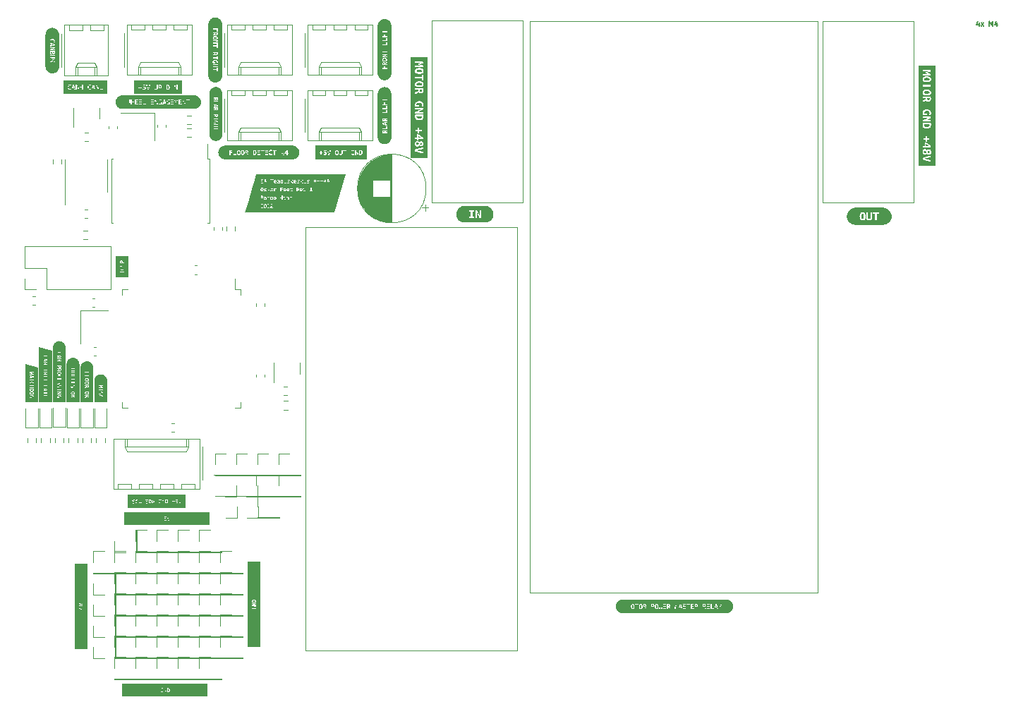
<source format=gbr>
%TF.GenerationSoftware,KiCad,Pcbnew,6.0.4-6f826c9f35~116~ubuntu20.04.1*%
%TF.CreationDate,2022-04-19T19:11:04+03:00*%
%TF.ProjectId,oskar_feet_rev1,6f736b61-725f-4666-9565-745f72657631,rev?*%
%TF.SameCoordinates,Original*%
%TF.FileFunction,Legend,Top*%
%TF.FilePolarity,Positive*%
%FSLAX46Y46*%
G04 Gerber Fmt 4.6, Leading zero omitted, Abs format (unit mm)*
G04 Created by KiCad (PCBNEW 6.0.4-6f826c9f35~116~ubuntu20.04.1) date 2022-04-19 19:11:04*
%MOMM*%
%LPD*%
G01*
G04 APERTURE LIST*
%ADD10C,0.140000*%
%ADD11C,0.120000*%
G04 APERTURE END LIST*
D10*
X176788885Y-70686628D02*
X176788885Y-71086628D01*
X176646028Y-70458057D02*
X176503171Y-70886628D01*
X176874600Y-70886628D01*
X177046028Y-71086628D02*
X177360314Y-70686628D01*
X177046028Y-70686628D02*
X177360314Y-71086628D01*
X178046028Y-71086628D02*
X178046028Y-70486628D01*
X178246028Y-70915200D01*
X178446028Y-70486628D01*
X178446028Y-71086628D01*
X178988885Y-70686628D02*
X178988885Y-71086628D01*
X178846028Y-70458057D02*
X178703171Y-70886628D01*
X179074600Y-70886628D01*
D11*
%TO.C,J47*%
X78146600Y-143027400D02*
X78146600Y-141697400D01*
X78146600Y-144297400D02*
X80806600Y-144297400D01*
X78146600Y-144297400D02*
X78146600Y-144357400D01*
X78146600Y-144357400D02*
X80806600Y-144357400D01*
X80806600Y-144297400D02*
X80806600Y-144357400D01*
X78146600Y-141697400D02*
X79476600Y-141697400D01*
%TO.C,J40*%
X73066600Y-136677400D02*
X75726600Y-136677400D01*
X73066600Y-136677400D02*
X73066600Y-136737400D01*
X73066600Y-136737400D02*
X75726600Y-136737400D01*
X73066600Y-135407400D02*
X73066600Y-134077400D01*
X75726600Y-136677400D02*
X75726600Y-136737400D01*
X73066600Y-134077400D02*
X74396600Y-134077400D01*
%TO.C,J63*%
X90186200Y-124942600D02*
X87526200Y-124942600D01*
X87526200Y-124942600D02*
X87526200Y-124882600D01*
X90186200Y-126212600D02*
X90186200Y-127542600D01*
X90186200Y-124882600D02*
X87526200Y-124882600D01*
X90186200Y-127542600D02*
X88856200Y-127542600D01*
X90186200Y-124942600D02*
X90186200Y-124882600D01*
%TO.C,kibuzzard-61FBB827*%
G36*
X105418414Y-75525310D02*
G01*
X105435916Y-75560314D01*
X105441750Y-75611988D01*
X105441750Y-75637705D01*
X105264585Y-75637705D01*
X105262204Y-75618655D01*
X105261727Y-75602463D01*
X105267204Y-75560314D01*
X105283635Y-75527215D01*
X105311734Y-75505784D01*
X105352215Y-75498640D01*
X105418414Y-75525310D01*
G37*
G36*
X105774711Y-77493017D02*
G01*
X105737147Y-77507507D01*
X105698917Y-77520137D01*
X105660114Y-77530875D01*
X105620830Y-77539696D01*
X105581161Y-77546580D01*
X105541202Y-77551508D01*
X105501050Y-77554470D01*
X105460800Y-77555458D01*
X105420550Y-77554470D01*
X105380398Y-77551508D01*
X105340439Y-77546580D01*
X105300770Y-77539696D01*
X105261486Y-77530875D01*
X105222683Y-77520137D01*
X105184453Y-77507507D01*
X105146889Y-77493017D01*
X105110082Y-77476702D01*
X105074119Y-77458599D01*
X105039088Y-77438754D01*
X105005073Y-77417215D01*
X104972155Y-77394031D01*
X104940415Y-77369261D01*
X104909928Y-77342963D01*
X104880769Y-77315201D01*
X104853007Y-77286042D01*
X104826709Y-77255555D01*
X104801939Y-77223815D01*
X104778756Y-77190898D01*
X104757216Y-77156882D01*
X104737371Y-77121851D01*
X104719269Y-77085888D01*
X104702953Y-77049081D01*
X104688463Y-77011517D01*
X104675834Y-76973287D01*
X104665095Y-76934484D01*
X104656274Y-76895200D01*
X104649391Y-76855531D01*
X104644462Y-76815572D01*
X104641500Y-76775420D01*
X104640512Y-76735170D01*
X104640512Y-76222540D01*
X105166477Y-76222540D01*
X105756075Y-76222540D01*
X105756075Y-76105383D01*
X105503663Y-76105383D01*
X105503663Y-75892023D01*
X105406507Y-75892023D01*
X105406507Y-76105383D01*
X105263632Y-76105383D01*
X105263632Y-75861543D01*
X105166477Y-75861543D01*
X105166477Y-76222540D01*
X104640512Y-76222540D01*
X104640512Y-75602463D01*
X105159810Y-75602463D01*
X105160762Y-75635800D01*
X105163144Y-75675805D01*
X105167906Y-75717239D01*
X105175050Y-75754863D01*
X105756075Y-75754863D01*
X105756075Y-75637705D01*
X105538905Y-75637705D01*
X105538905Y-75576745D01*
X105592840Y-75544479D01*
X105646061Y-75514356D01*
X105699997Y-75487091D01*
X105756075Y-75463398D01*
X105756075Y-75340525D01*
X105693686Y-75367671D01*
X105627964Y-75400533D01*
X105565099Y-75435775D01*
X105510330Y-75470065D01*
X105483422Y-75428393D01*
X105446512Y-75400533D01*
X105402221Y-75384816D01*
X105353167Y-75379578D01*
X105306852Y-75383507D01*
X105266966Y-75395294D01*
X105206483Y-75440538D01*
X105185766Y-75472923D01*
X105171240Y-75511023D01*
X105162667Y-75554361D01*
X105159810Y-75602463D01*
X104640512Y-75602463D01*
X104640512Y-75091923D01*
X105153142Y-75091923D01*
X105161768Y-75153729D01*
X105187644Y-75205799D01*
X105230771Y-75248133D01*
X105274259Y-75272719D01*
X105327093Y-75290281D01*
X105389273Y-75300818D01*
X105460800Y-75304330D01*
X105532327Y-75300907D01*
X105594507Y-75290638D01*
X105647341Y-75273523D01*
X105690829Y-75249561D01*
X105733956Y-75207598D01*
X105759832Y-75154735D01*
X105768458Y-75090970D01*
X105759832Y-75028740D01*
X105733956Y-74976670D01*
X105690829Y-74934760D01*
X105647341Y-74910590D01*
X105594507Y-74893326D01*
X105532327Y-74882968D01*
X105460800Y-74879515D01*
X105389273Y-74882908D01*
X105327093Y-74893088D01*
X105274259Y-74910055D01*
X105230771Y-74933808D01*
X105187644Y-74975506D01*
X105161768Y-75028211D01*
X105153142Y-75091923D01*
X104640512Y-75091923D01*
X104640512Y-74421363D01*
X105166477Y-74421363D01*
X105166477Y-74527090D01*
X105529380Y-74527090D01*
X105492233Y-74543878D01*
X105449370Y-74563761D01*
X105402936Y-74586145D01*
X105355072Y-74610434D01*
X105306376Y-74636032D01*
X105257441Y-74662345D01*
X105210173Y-74689015D01*
X105166477Y-74715685D01*
X105166477Y-74809983D01*
X105756075Y-74809983D01*
X105756075Y-74704255D01*
X105364597Y-74704255D01*
X105429950Y-74668854D01*
X105495196Y-74635040D01*
X105560336Y-74602814D01*
X105625477Y-74572175D01*
X105690723Y-74543124D01*
X105756075Y-74515660D01*
X105756075Y-74421363D01*
X105166477Y-74421363D01*
X104640512Y-74421363D01*
X104640512Y-74353735D01*
X105166477Y-74353735D01*
X105263632Y-74353735D01*
X105263632Y-74198478D01*
X105756075Y-74198478D01*
X105756075Y-74080368D01*
X105263632Y-74080368D01*
X105263632Y-73925110D01*
X105166477Y-73925110D01*
X105166477Y-74353735D01*
X104640512Y-74353735D01*
X104640512Y-73357420D01*
X105166477Y-73357420D01*
X105756075Y-73357420D01*
X105756075Y-72986897D01*
X105658920Y-72986897D01*
X105658920Y-73239310D01*
X105166477Y-73239310D01*
X105166477Y-73357420D01*
X104640512Y-73357420D01*
X104640512Y-72888790D01*
X105166477Y-72888790D01*
X105756075Y-72888790D01*
X105756075Y-72510647D01*
X105658920Y-72510647D01*
X105658920Y-72771632D01*
X105493185Y-72771632D01*
X105493185Y-72563035D01*
X105396030Y-72563035D01*
X105396030Y-72771632D01*
X105263632Y-72771632D01*
X105263632Y-72531602D01*
X105166477Y-72531602D01*
X105166477Y-72888790D01*
X104640512Y-72888790D01*
X104640512Y-72412540D01*
X105166477Y-72412540D01*
X105756075Y-72412540D01*
X105756075Y-72295382D01*
X105503663Y-72295382D01*
X105503663Y-72082022D01*
X105406507Y-72082022D01*
X105406507Y-72295382D01*
X105263632Y-72295382D01*
X105263632Y-72051542D01*
X105166477Y-72051542D01*
X105166477Y-72412540D01*
X104640512Y-72412540D01*
X104640512Y-71543860D01*
X105166477Y-71543860D01*
X105166477Y-71972485D01*
X105263632Y-71972485D01*
X105263632Y-71817227D01*
X105756075Y-71817227D01*
X105756075Y-71699117D01*
X105263632Y-71699117D01*
X105263632Y-71543860D01*
X105166477Y-71543860D01*
X104640512Y-71543860D01*
X104640512Y-71031230D01*
X104641500Y-70990980D01*
X104644462Y-70950828D01*
X104649391Y-70910869D01*
X104656274Y-70871200D01*
X104665095Y-70831916D01*
X104675834Y-70793113D01*
X104688463Y-70754883D01*
X104702953Y-70717319D01*
X104719269Y-70680512D01*
X104737371Y-70644549D01*
X104757216Y-70609518D01*
X104778756Y-70575502D01*
X104801939Y-70542585D01*
X104826709Y-70510845D01*
X104853007Y-70480358D01*
X104880769Y-70451199D01*
X104909928Y-70423437D01*
X104940415Y-70397139D01*
X104972155Y-70372369D01*
X105005073Y-70349185D01*
X105039088Y-70327646D01*
X105074119Y-70307801D01*
X105110082Y-70289698D01*
X105146889Y-70273383D01*
X105184453Y-70258893D01*
X105222683Y-70246263D01*
X105261486Y-70235525D01*
X105300770Y-70226704D01*
X105340439Y-70219820D01*
X105380398Y-70214892D01*
X105420550Y-70211930D01*
X105460800Y-70210942D01*
X105501050Y-70211930D01*
X105541202Y-70214892D01*
X105581161Y-70219820D01*
X105620830Y-70226704D01*
X105660114Y-70235525D01*
X105698917Y-70246263D01*
X105737147Y-70258893D01*
X105774711Y-70273383D01*
X105811518Y-70289698D01*
X105847481Y-70307801D01*
X105882512Y-70327646D01*
X105916527Y-70349185D01*
X105949445Y-70372369D01*
X105981185Y-70397139D01*
X106011672Y-70423437D01*
X106040831Y-70451199D01*
X106068593Y-70480358D01*
X106094891Y-70510845D01*
X106119661Y-70542585D01*
X106142844Y-70575502D01*
X106164384Y-70609518D01*
X106184229Y-70644549D01*
X106202331Y-70680512D01*
X106218647Y-70717319D01*
X106233137Y-70754883D01*
X106245766Y-70793113D01*
X106256505Y-70831916D01*
X106265326Y-70871200D01*
X106272209Y-70910869D01*
X106277138Y-70950828D01*
X106280100Y-70990980D01*
X106281088Y-71031230D01*
X106281088Y-76735170D01*
X106280100Y-76775420D01*
X106277138Y-76815572D01*
X106272209Y-76855531D01*
X106265326Y-76895200D01*
X106256505Y-76934484D01*
X106245766Y-76973287D01*
X106233137Y-77011517D01*
X106218647Y-77049081D01*
X106202331Y-77085888D01*
X106184229Y-77121851D01*
X106164384Y-77156882D01*
X106142844Y-77190898D01*
X106119661Y-77223815D01*
X106094891Y-77255555D01*
X106068593Y-77286042D01*
X106040831Y-77315201D01*
X106011672Y-77342963D01*
X105981185Y-77369261D01*
X105949445Y-77394031D01*
X105916527Y-77417215D01*
X105882512Y-77438754D01*
X105847481Y-77458599D01*
X105811518Y-77476702D01*
X105774711Y-77493017D01*
G37*
G36*
X105502234Y-74999411D02*
G01*
X105540810Y-75001911D01*
X105606056Y-75015246D01*
X105650348Y-75043821D01*
X105666540Y-75091923D01*
X105650348Y-75140500D01*
X105606533Y-75168599D01*
X105541286Y-75181934D01*
X105502353Y-75184434D01*
X105460800Y-75185268D01*
X105419366Y-75184434D01*
X105380790Y-75181934D01*
X105315544Y-75168599D01*
X105271252Y-75140500D01*
X105255060Y-75091923D01*
X105271252Y-75043345D01*
X105315067Y-75015246D01*
X105380314Y-75001911D01*
X105419247Y-74999411D01*
X105460800Y-74998578D01*
X105502234Y-74999411D01*
G37*
%TO.C,kibuzzard-620F6F6C*%
G36*
X79040196Y-80071119D02*
G01*
X79055436Y-80130174D01*
X79068295Y-80188753D01*
X79079725Y-80249713D01*
X78964473Y-80249713D01*
X78976379Y-80188753D01*
X78989714Y-80130174D01*
X79004954Y-80071119D01*
X79022575Y-80007777D01*
X79040196Y-80071119D01*
G37*
G36*
X73968180Y-81007100D02*
G01*
X73928028Y-81004138D01*
X73888069Y-80999209D01*
X73848400Y-80992326D01*
X73809116Y-80983505D01*
X73770313Y-80972766D01*
X73732083Y-80960137D01*
X73694519Y-80945647D01*
X73657712Y-80929331D01*
X73621749Y-80911229D01*
X73586718Y-80891384D01*
X73552702Y-80869844D01*
X73519785Y-80846661D01*
X73488045Y-80821891D01*
X73457558Y-80795593D01*
X73428399Y-80767831D01*
X73400637Y-80738672D01*
X73374339Y-80708185D01*
X73349569Y-80676445D01*
X73326386Y-80643527D01*
X73304846Y-80609512D01*
X73285001Y-80574481D01*
X73266899Y-80538518D01*
X73250583Y-80501711D01*
X73236093Y-80464147D01*
X73223463Y-80425917D01*
X73212725Y-80387114D01*
X73203904Y-80347830D01*
X73197021Y-80308161D01*
X73192092Y-80268202D01*
X73189130Y-80228050D01*
X73188142Y-80187800D01*
X73189130Y-80147550D01*
X73192092Y-80107398D01*
X73197021Y-80067439D01*
X73203904Y-80027770D01*
X73212725Y-79988486D01*
X73223463Y-79949683D01*
X73236093Y-79911453D01*
X73243027Y-79893477D01*
X74521060Y-79893477D01*
X74523203Y-79966225D01*
X74525823Y-80041591D01*
X74529037Y-80118029D01*
X74532966Y-80193991D01*
X74537610Y-80269239D01*
X74542968Y-80343534D01*
X74549159Y-80415328D01*
X74556303Y-80483075D01*
X74653458Y-80483075D01*
X74673460Y-80420448D01*
X74695368Y-80352583D01*
X74717751Y-80284717D01*
X74739183Y-80222090D01*
X74760138Y-80286503D01*
X74781093Y-80354011D01*
X74802048Y-80420805D01*
X74823003Y-80483075D01*
X74920158Y-80483075D01*
X75018265Y-80483075D01*
X75135423Y-80483075D01*
X75135423Y-80223043D01*
X75291633Y-80223043D01*
X75291633Y-80483075D01*
X75408790Y-80483075D01*
X75511660Y-80483075D01*
X75889803Y-80483075D01*
X75987910Y-80483075D01*
X76366053Y-80483075D01*
X76471780Y-80483075D01*
X76842303Y-80483075D01*
X77416660Y-80483075D01*
X77794803Y-80483075D01*
X77876718Y-80483075D01*
X77982445Y-80483075D01*
X77982445Y-80091597D01*
X78017846Y-80156950D01*
X78051660Y-80222196D01*
X78083886Y-80287336D01*
X78114525Y-80352477D01*
X78143576Y-80417723D01*
X78171040Y-80483075D01*
X78265338Y-80483075D01*
X78265338Y-80187800D01*
X78334870Y-80187800D01*
X78339156Y-80259357D01*
X78352015Y-80321626D01*
X78372732Y-80374490D01*
X78400593Y-80417829D01*
X78435240Y-80451643D01*
X78476316Y-80475931D01*
X78523346Y-80490576D01*
X78575853Y-80495458D01*
X78634074Y-80493076D01*
X78683009Y-80485933D01*
X78693885Y-80483075D01*
X78793975Y-80483075D01*
X78915895Y-80483075D01*
X78942565Y-80346868D01*
X79099728Y-80346868D01*
X79127350Y-80483075D01*
X79253080Y-80483075D01*
X79237364Y-80416229D01*
X79221457Y-80351325D01*
X79205360Y-80288365D01*
X79189072Y-80227348D01*
X79178041Y-80187800D01*
X79287370Y-80187800D01*
X79291656Y-80259357D01*
X79304515Y-80321626D01*
X79325232Y-80374490D01*
X79353093Y-80417829D01*
X79387740Y-80451643D01*
X79428816Y-80475931D01*
X79475846Y-80490576D01*
X79528353Y-80495458D01*
X79586574Y-80493076D01*
X79635509Y-80485933D01*
X79646385Y-80483075D01*
X79797910Y-80483075D01*
X80176053Y-80483075D01*
X80236060Y-80483075D01*
X80343693Y-80483075D01*
X80338930Y-80024922D01*
X80408463Y-80274478D01*
X80494188Y-80274478D01*
X80566578Y-80024922D01*
X80560863Y-80483075D01*
X80668495Y-80483075D01*
X80750410Y-80483075D01*
X81128553Y-80483075D01*
X81210468Y-80483075D01*
X81316195Y-80483075D01*
X81316195Y-80091597D01*
X81351596Y-80156950D01*
X81385410Y-80222196D01*
X81417636Y-80287336D01*
X81448275Y-80352477D01*
X81477326Y-80417723D01*
X81504790Y-80483075D01*
X81599088Y-80483075D01*
X81599088Y-79990632D01*
X81666715Y-79990632D01*
X81821973Y-79990632D01*
X81821973Y-80483075D01*
X81940083Y-80483075D01*
X81940083Y-79990632D01*
X82095340Y-79990632D01*
X82095340Y-79893477D01*
X81666715Y-79893477D01*
X81666715Y-79990632D01*
X81599088Y-79990632D01*
X81599088Y-79893477D01*
X81493360Y-79893477D01*
X81493360Y-80256380D01*
X81476572Y-80219233D01*
X81456689Y-80176370D01*
X81434305Y-80129936D01*
X81410016Y-80082072D01*
X81384418Y-80033376D01*
X81358105Y-79984441D01*
X81331435Y-79937173D01*
X81304765Y-79893477D01*
X81210468Y-79893477D01*
X81210468Y-80483075D01*
X81128553Y-80483075D01*
X81128553Y-80385920D01*
X80867568Y-80385920D01*
X80867568Y-80220185D01*
X81076165Y-80220185D01*
X81076165Y-80123030D01*
X80867568Y-80123030D01*
X80867568Y-79990632D01*
X81107598Y-79990632D01*
X81107598Y-79893477D01*
X80750410Y-79893477D01*
X80750410Y-80483075D01*
X80668495Y-80483075D01*
X80666352Y-80407708D01*
X80663733Y-80334009D01*
X80660518Y-80261381D01*
X80656589Y-80189229D01*
X80651826Y-80116958D01*
X80646111Y-80043972D01*
X80639801Y-79969677D01*
X80633253Y-79893477D01*
X80536098Y-79893477D01*
X80518953Y-79943960D01*
X80497998Y-80009206D01*
X80474185Y-80081596D01*
X80450373Y-80154462D01*
X80428465Y-80085882D01*
X80405605Y-80012540D01*
X80384174Y-79944912D01*
X80367505Y-79893477D01*
X80270350Y-79893477D01*
X80264040Y-79958009D01*
X80258444Y-80027780D01*
X80253562Y-80101361D01*
X80249395Y-80177322D01*
X80245704Y-80254713D01*
X80242251Y-80332580D01*
X80239037Y-80409256D01*
X80236060Y-80483075D01*
X80176053Y-80483075D01*
X80176053Y-80385920D01*
X79915068Y-80385920D01*
X79915068Y-80220185D01*
X80123665Y-80220185D01*
X80123665Y-80123030D01*
X79915068Y-80123030D01*
X79915068Y-79990632D01*
X80155098Y-79990632D01*
X80155098Y-79893477D01*
X79797910Y-79893477D01*
X79797910Y-80483075D01*
X79646385Y-80483075D01*
X79700755Y-80468788D01*
X79700755Y-80174465D01*
X79583598Y-80174465D01*
X79583598Y-80389730D01*
X79560738Y-80392588D01*
X79537878Y-80393540D01*
X79480966Y-80381038D01*
X79439770Y-80343534D01*
X79421249Y-80304005D01*
X79410137Y-80252094D01*
X79406433Y-80187800D01*
X79408457Y-80144104D01*
X79414529Y-80104456D01*
X79441199Y-80039686D01*
X79488348Y-79997300D01*
X79558833Y-79982060D01*
X79621698Y-79992537D01*
X79673133Y-80016350D01*
X79703613Y-79923005D01*
X79684086Y-79911575D01*
X79651225Y-79897287D01*
X79604076Y-79885381D01*
X79542640Y-79880142D01*
X79490967Y-79885024D01*
X79442628Y-79899669D01*
X79399051Y-79924077D01*
X79361665Y-79958247D01*
X79330947Y-80001943D01*
X79307373Y-80054926D01*
X79292371Y-80116958D01*
X79287370Y-80187800D01*
X79178041Y-80187800D01*
X79172594Y-80168274D01*
X79151847Y-80096628D01*
X79131041Y-80026947D01*
X79110175Y-79959230D01*
X79089250Y-79893477D01*
X78961615Y-79893477D01*
X78941434Y-79958694D01*
X78920896Y-80025756D01*
X78900000Y-80094663D01*
X78878748Y-80165416D01*
X78861641Y-80223995D01*
X78844610Y-80285050D01*
X78827655Y-80348582D01*
X78810777Y-80414590D01*
X78793975Y-80483075D01*
X78693885Y-80483075D01*
X78748255Y-80468788D01*
X78748255Y-80174465D01*
X78631098Y-80174465D01*
X78631098Y-80389730D01*
X78608238Y-80392588D01*
X78585378Y-80393540D01*
X78528466Y-80381038D01*
X78487270Y-80343534D01*
X78468749Y-80304005D01*
X78457637Y-80252094D01*
X78453933Y-80187800D01*
X78455957Y-80144104D01*
X78462029Y-80104456D01*
X78488699Y-80039686D01*
X78535848Y-79997300D01*
X78606333Y-79982060D01*
X78669198Y-79992537D01*
X78720633Y-80016350D01*
X78751113Y-79923005D01*
X78731586Y-79911575D01*
X78698725Y-79897287D01*
X78651576Y-79885381D01*
X78590140Y-79880142D01*
X78538467Y-79885024D01*
X78490128Y-79899669D01*
X78446551Y-79924077D01*
X78409165Y-79958247D01*
X78378447Y-80001943D01*
X78354873Y-80054926D01*
X78339871Y-80116958D01*
X78334870Y-80187800D01*
X78265338Y-80187800D01*
X78265338Y-79893477D01*
X78159610Y-79893477D01*
X78159610Y-80256380D01*
X78142822Y-80219233D01*
X78122939Y-80176370D01*
X78100555Y-80129936D01*
X78076266Y-80082072D01*
X78050668Y-80033376D01*
X78024355Y-79984441D01*
X77997685Y-79937173D01*
X77971015Y-79893477D01*
X77876718Y-79893477D01*
X77876718Y-80483075D01*
X77794803Y-80483075D01*
X77794803Y-80385920D01*
X77533818Y-80385920D01*
X77533818Y-80220185D01*
X77742415Y-80220185D01*
X77742415Y-80123030D01*
X77533818Y-80123030D01*
X77533818Y-79990632D01*
X77773848Y-79990632D01*
X77773848Y-79893477D01*
X77416660Y-79893477D01*
X77416660Y-80483075D01*
X76842303Y-80483075D01*
X76842303Y-80385920D01*
X76589890Y-80385920D01*
X76589890Y-79893477D01*
X76471780Y-79893477D01*
X76471780Y-80483075D01*
X76366053Y-80483075D01*
X76366053Y-80385920D01*
X76105068Y-80385920D01*
X76105068Y-80220185D01*
X76313665Y-80220185D01*
X76313665Y-80123030D01*
X76105068Y-80123030D01*
X76105068Y-79990632D01*
X76345098Y-79990632D01*
X76345098Y-79893477D01*
X75987910Y-79893477D01*
X75987910Y-80483075D01*
X75889803Y-80483075D01*
X75889803Y-80385920D01*
X75628818Y-80385920D01*
X75628818Y-80220185D01*
X75837415Y-80220185D01*
X75837415Y-80123030D01*
X75628818Y-80123030D01*
X75628818Y-79990632D01*
X75868848Y-79990632D01*
X75868848Y-79893477D01*
X75511660Y-79893477D01*
X75511660Y-80483075D01*
X75408790Y-80483075D01*
X75408790Y-79893477D01*
X75291633Y-79893477D01*
X75291633Y-80125887D01*
X75135423Y-80125887D01*
X75135423Y-79893477D01*
X75018265Y-79893477D01*
X75018265Y-80483075D01*
X74920158Y-80483075D01*
X74926468Y-80415448D01*
X74932064Y-80344010D01*
X74936945Y-80270072D01*
X74941113Y-80194944D01*
X74944684Y-80118982D01*
X74947780Y-80042544D01*
X74950638Y-79966939D01*
X74953495Y-79893477D01*
X74844910Y-79893477D01*
X74845148Y-79950747D01*
X74845863Y-80010159D01*
X74846815Y-80070285D01*
X74847768Y-80129697D01*
X74848720Y-80188157D01*
X74849673Y-80245426D01*
X74850387Y-80300314D01*
X74850625Y-80351630D01*
X74829194Y-80275430D01*
X74809191Y-80205898D01*
X74792523Y-80146842D01*
X74781093Y-80102075D01*
X74695368Y-80102075D01*
X74682033Y-80148747D01*
X74663459Y-80213518D01*
X74642504Y-80284955D01*
X74622978Y-80351630D01*
X74623216Y-80300314D01*
X74623930Y-80245426D01*
X74624883Y-80188038D01*
X74625835Y-80129221D01*
X74626788Y-80069571D01*
X74627740Y-80009682D01*
X74628693Y-79950627D01*
X74629645Y-79893477D01*
X74521060Y-79893477D01*
X73243027Y-79893477D01*
X73250583Y-79873889D01*
X73266899Y-79837082D01*
X73285001Y-79801119D01*
X73304846Y-79766088D01*
X73326386Y-79732073D01*
X73349569Y-79699155D01*
X73374339Y-79667415D01*
X73400637Y-79636928D01*
X73428399Y-79607769D01*
X73457558Y-79580007D01*
X73488045Y-79553709D01*
X73519785Y-79528939D01*
X73552702Y-79505756D01*
X73586718Y-79484216D01*
X73621749Y-79464371D01*
X73657712Y-79446269D01*
X73694519Y-79429953D01*
X73732083Y-79415463D01*
X73770313Y-79402834D01*
X73809116Y-79392095D01*
X73848400Y-79383274D01*
X73888069Y-79376391D01*
X73928028Y-79371462D01*
X73968180Y-79368500D01*
X74008430Y-79367512D01*
X82607970Y-79367512D01*
X82648220Y-79368500D01*
X82688373Y-79371462D01*
X82728331Y-79376391D01*
X82768000Y-79383274D01*
X82807284Y-79392095D01*
X82846087Y-79402834D01*
X82884317Y-79415463D01*
X82921881Y-79429953D01*
X82958688Y-79446269D01*
X82994651Y-79464371D01*
X83029682Y-79484216D01*
X83063698Y-79505756D01*
X83096615Y-79528939D01*
X83128355Y-79553709D01*
X83158842Y-79580007D01*
X83188001Y-79607769D01*
X83215763Y-79636928D01*
X83242061Y-79667415D01*
X83266831Y-79699155D01*
X83290014Y-79732073D01*
X83311554Y-79766088D01*
X83331399Y-79801119D01*
X83349501Y-79837082D01*
X83365817Y-79873890D01*
X83380307Y-79911453D01*
X83392937Y-79949683D01*
X83403675Y-79988486D01*
X83412496Y-80027770D01*
X83419379Y-80067439D01*
X83424308Y-80107398D01*
X83427270Y-80147550D01*
X83428258Y-80187800D01*
X83427270Y-80228050D01*
X83424308Y-80268202D01*
X83419379Y-80308161D01*
X83412496Y-80347830D01*
X83403675Y-80387114D01*
X83392937Y-80425917D01*
X83380307Y-80464147D01*
X83365817Y-80501710D01*
X83349501Y-80538518D01*
X83331399Y-80574481D01*
X83311554Y-80609512D01*
X83290014Y-80643527D01*
X83266831Y-80676445D01*
X83242061Y-80708185D01*
X83215763Y-80738672D01*
X83188001Y-80767831D01*
X83158842Y-80795593D01*
X83128355Y-80821891D01*
X83096615Y-80846661D01*
X83063698Y-80869844D01*
X83029682Y-80891384D01*
X82994651Y-80911229D01*
X82958688Y-80929331D01*
X82921881Y-80945647D01*
X82884317Y-80960137D01*
X82846087Y-80972766D01*
X82807284Y-80983505D01*
X82768000Y-80992326D01*
X82728331Y-80999209D01*
X82688373Y-81004138D01*
X82648220Y-81007100D01*
X82607970Y-81008088D01*
X74008430Y-81008088D01*
X73968180Y-81007100D01*
G37*
%TO.C,J2*%
X67586760Y-70940850D02*
X67586760Y-71540850D01*
X70126760Y-70940850D02*
X70126760Y-71540850D01*
X66716760Y-71970850D02*
X66716760Y-75970850D01*
X72306760Y-76960850D02*
X72306760Y-70940850D01*
X72306760Y-70940850D02*
X67006760Y-70940850D01*
X67006760Y-76960850D02*
X72306760Y-76960850D01*
X67006760Y-70940850D02*
X67006760Y-76960850D01*
X68386760Y-75960850D02*
X70926760Y-75960850D01*
X71726760Y-71540850D02*
X71726760Y-70940850D01*
X68636760Y-75430850D02*
X70676760Y-75430850D01*
X70126760Y-71540850D02*
X71726760Y-71540850D01*
X70676760Y-76960850D02*
X70676760Y-75960850D01*
X70926760Y-75960850D02*
X70926760Y-76960850D01*
X68386760Y-76960850D02*
X68386760Y-75960850D01*
X68636760Y-76960850D02*
X68636760Y-75960850D01*
X68386760Y-75960850D02*
X68636760Y-75430850D01*
X70676760Y-75430850D02*
X70926760Y-75960850D01*
X69186760Y-71540850D02*
X69186760Y-70940850D01*
X67586760Y-71540850D02*
X69186760Y-71540850D01*
%TO.C,R11*%
X70245500Y-121014258D02*
X70245500Y-120539742D01*
X69200500Y-121014258D02*
X69200500Y-120539742D01*
%TO.C,R9*%
X66943500Y-121014258D02*
X66943500Y-120539742D01*
X65898500Y-121014258D02*
X65898500Y-120539742D01*
%TO.C,kibuzzard-61FBB948*%
G36*
X99794536Y-86038052D02*
G01*
X99822635Y-86081867D01*
X99835970Y-86147114D01*
X99838470Y-86186047D01*
X99839304Y-86227600D01*
X99838470Y-86269034D01*
X99835970Y-86307610D01*
X99822635Y-86372856D01*
X99794060Y-86417148D01*
X99745959Y-86433340D01*
X99697381Y-86417148D01*
X99669282Y-86373333D01*
X99655947Y-86308086D01*
X99653447Y-86269153D01*
X99652614Y-86227600D01*
X99653447Y-86186166D01*
X99655947Y-86147590D01*
X99669282Y-86082344D01*
X99697381Y-86038052D01*
X99745959Y-86021860D01*
X99794536Y-86038052D01*
G37*
G36*
X102632034Y-86045196D02*
G01*
X102671086Y-86089487D01*
X102691089Y-86153305D01*
X102696804Y-86227600D01*
X102695018Y-86269629D01*
X102689660Y-86308086D01*
X102665848Y-86371428D01*
X102622033Y-86413338D01*
X102554881Y-86428578D01*
X102544404Y-86428578D01*
X102533926Y-86427625D01*
X102533926Y-86031385D01*
X102551071Y-86029004D01*
X102568216Y-86028527D01*
X102632034Y-86045196D01*
G37*
G36*
X97128304Y-85407312D02*
G01*
X103328496Y-85407312D01*
X103328496Y-87047888D01*
X97128304Y-87047888D01*
X97128304Y-86504778D01*
X98112421Y-86504778D01*
X98139567Y-86515255D01*
X98179096Y-86525256D01*
X98224816Y-86532400D01*
X98271489Y-86535258D01*
X98326019Y-86531686D01*
X98373406Y-86520970D01*
X98413649Y-86503825D01*
X98446749Y-86480965D01*
X98490564Y-86420481D01*
X98504851Y-86344758D01*
X98498395Y-86289513D01*
X98479028Y-86243158D01*
X98446749Y-86205692D01*
X98401346Y-86177329D01*
X98342609Y-86158279D01*
X98270536Y-86148542D01*
X98275299Y-86094250D01*
X98280061Y-86030432D01*
X98482944Y-86030432D01*
X98482944Y-85933277D01*
X98567716Y-85933277D01*
X98578670Y-85986617D01*
X98594386Y-86053292D01*
X98606980Y-86103193D01*
X98620633Y-86155104D01*
X98635344Y-86209026D01*
X98650901Y-86264007D01*
X98667094Y-86319093D01*
X98683921Y-86374285D01*
X98708924Y-86452866D01*
X98732499Y-86522875D01*
X98853466Y-86522875D01*
X98871670Y-86472128D01*
X98889450Y-86420217D01*
X98906806Y-86367141D01*
X98923475Y-86313801D01*
X98939191Y-86261096D01*
X98948689Y-86227600D01*
X99533551Y-86227600D01*
X99536974Y-86299127D01*
X99547243Y-86361307D01*
X99564359Y-86414141D01*
X99588320Y-86457629D01*
X99630283Y-86500756D01*
X99683147Y-86526632D01*
X99746911Y-86535258D01*
X99809141Y-86526632D01*
X99861211Y-86500756D01*
X99903121Y-86457629D01*
X99927291Y-86414141D01*
X99944555Y-86361307D01*
X99953183Y-86309515D01*
X100021231Y-86309515D01*
X100023612Y-86358569D01*
X100030756Y-86402860D01*
X100043615Y-86441674D01*
X100063141Y-86474298D01*
X100124577Y-86519541D01*
X100167797Y-86531328D01*
X100220304Y-86535258D01*
X100273644Y-86531328D01*
X100317459Y-86519541D01*
X100352701Y-86500372D01*
X100380324Y-86474298D01*
X100400564Y-86441674D01*
X100413661Y-86402860D01*
X100420805Y-86358569D01*
X100423186Y-86309515D01*
X100423186Y-86030432D01*
X100484146Y-86030432D01*
X100639404Y-86030432D01*
X100639404Y-86522875D01*
X100757514Y-86522875D01*
X100757514Y-86227600D01*
X101438551Y-86227600D01*
X101442838Y-86299157D01*
X101455696Y-86361426D01*
X101476413Y-86414290D01*
X101504274Y-86457629D01*
X101538921Y-86491443D01*
X101579998Y-86515731D01*
X101627027Y-86530376D01*
X101679534Y-86535258D01*
X101737755Y-86532876D01*
X101786690Y-86525733D01*
X101797566Y-86522875D01*
X101932899Y-86522875D01*
X102038626Y-86522875D01*
X102038626Y-86131397D01*
X102074028Y-86196750D01*
X102107841Y-86261996D01*
X102140068Y-86327136D01*
X102170706Y-86392277D01*
X102199758Y-86457523D01*
X102227221Y-86522875D01*
X102321519Y-86522875D01*
X102321519Y-86516208D01*
X102416769Y-86516208D01*
X102481063Y-86527161D01*
X102542499Y-86530495D01*
X102600006Y-86526328D01*
X102652513Y-86513826D01*
X102699066Y-86492276D01*
X102738714Y-86460963D01*
X102770980Y-86419410D01*
X102795388Y-86367141D01*
X102810747Y-86303443D01*
X102815866Y-86227600D01*
X102811223Y-86153424D01*
X102797293Y-86090916D01*
X102775028Y-86039243D01*
X102745381Y-85997571D01*
X102708353Y-85965782D01*
X102663943Y-85943755D01*
X102613341Y-85930896D01*
X102557739Y-85926610D01*
X102492016Y-85929467D01*
X102416769Y-85940897D01*
X102416769Y-86516208D01*
X102321519Y-86516208D01*
X102321519Y-85933277D01*
X102215791Y-85933277D01*
X102215791Y-86296180D01*
X102199003Y-86259033D01*
X102179120Y-86216170D01*
X102156736Y-86169736D01*
X102132448Y-86121872D01*
X102106849Y-86073176D01*
X102080536Y-86024241D01*
X102053866Y-85976973D01*
X102027196Y-85933277D01*
X101932899Y-85933277D01*
X101932899Y-86522875D01*
X101797566Y-86522875D01*
X101851936Y-86508588D01*
X101851936Y-86214265D01*
X101734779Y-86214265D01*
X101734779Y-86429530D01*
X101711919Y-86432388D01*
X101689059Y-86433340D01*
X101632147Y-86420838D01*
X101590951Y-86383334D01*
X101572430Y-86343805D01*
X101561318Y-86291894D01*
X101557614Y-86227600D01*
X101559638Y-86183904D01*
X101565710Y-86144256D01*
X101592380Y-86079486D01*
X101639529Y-86037100D01*
X101710014Y-86021860D01*
X101772879Y-86032337D01*
X101824314Y-86056150D01*
X101854794Y-85962805D01*
X101835268Y-85951375D01*
X101802406Y-85937087D01*
X101755258Y-85925181D01*
X101693821Y-85919942D01*
X101642148Y-85924824D01*
X101593809Y-85939469D01*
X101550232Y-85963877D01*
X101512846Y-85998047D01*
X101482128Y-86041743D01*
X101458554Y-86094726D01*
X101443552Y-86156758D01*
X101438551Y-86227600D01*
X100757514Y-86227600D01*
X100757514Y-86030432D01*
X100912771Y-86030432D01*
X100912771Y-85933277D01*
X100484146Y-85933277D01*
X100484146Y-86030432D01*
X100423186Y-86030432D01*
X100423186Y-85933277D01*
X100306029Y-85933277D01*
X100306029Y-86300943D01*
X100302219Y-86363331D01*
X100288884Y-86404289D01*
X100263166Y-86426673D01*
X100222209Y-86433340D01*
X100181251Y-86426673D01*
X100156010Y-86404765D01*
X100143151Y-86364284D01*
X100139341Y-86301895D01*
X100139341Y-85933277D01*
X100021231Y-85933277D01*
X100021231Y-86309515D01*
X99953183Y-86309515D01*
X99954913Y-86299127D01*
X99958366Y-86227600D01*
X99954973Y-86156073D01*
X99944793Y-86093893D01*
X99927827Y-86041059D01*
X99904074Y-85997571D01*
X99862375Y-85954444D01*
X99809670Y-85928568D01*
X99745959Y-85919942D01*
X99684152Y-85928568D01*
X99632082Y-85954444D01*
X99589749Y-85997571D01*
X99565162Y-86041059D01*
X99547601Y-86093893D01*
X99537064Y-86156073D01*
X99533551Y-86227600D01*
X98948689Y-86227600D01*
X98953955Y-86209026D01*
X98974196Y-86133183D01*
X98992055Y-86060912D01*
X99007414Y-85993761D01*
X99020154Y-85933277D01*
X98897281Y-85933277D01*
X98888709Y-85982807D01*
X98878231Y-86039957D01*
X98866325Y-86101751D01*
X98853466Y-86165211D01*
X98839655Y-86229029D01*
X98824891Y-86291894D01*
X98809651Y-86350830D01*
X98794411Y-86402860D01*
X98779052Y-86350115D01*
X98763455Y-86290941D01*
X98748215Y-86228076D01*
X98733927Y-86164259D01*
X98720712Y-86100917D01*
X98708686Y-86039481D01*
X98698685Y-85982688D01*
X98691541Y-85933277D01*
X98567716Y-85933277D01*
X98482944Y-85933277D01*
X98181954Y-85933277D01*
X98178382Y-86006025D01*
X98173381Y-86081391D01*
X98166714Y-86158901D01*
X98158141Y-86238078D01*
X98223626Y-86240102D01*
X98275299Y-86246174D01*
X98344355Y-86269034D01*
X98376740Y-86304276D01*
X98384836Y-86349520D01*
X98380074Y-86380953D01*
X98362452Y-86408099D01*
X98327210Y-86427625D01*
X98270536Y-86435245D01*
X98226007Y-86433102D01*
X98189574Y-86426673D01*
X98136234Y-86407623D01*
X98112421Y-86504778D01*
X97128304Y-86504778D01*
X97128304Y-86224742D01*
X97640934Y-86224742D01*
X97640934Y-86320945D01*
X97790476Y-86320945D01*
X97790476Y-86486680D01*
X97891441Y-86486680D01*
X97891441Y-86320945D01*
X98040984Y-86320945D01*
X98040984Y-86224742D01*
X97891441Y-86224742D01*
X97891441Y-86059007D01*
X97790476Y-86059007D01*
X97790476Y-86224742D01*
X97640934Y-86224742D01*
X97128304Y-86224742D01*
X97128304Y-85407312D01*
G37*
%TO.C,J53*%
X78146600Y-145567400D02*
X78146600Y-144237400D01*
X78146600Y-146837400D02*
X80806600Y-146837400D01*
X78146600Y-144237400D02*
X79476600Y-144237400D01*
X78146600Y-146837400D02*
X78146600Y-146897400D01*
X80806600Y-146837400D02*
X80806600Y-146897400D01*
X78146600Y-146897400D02*
X80806600Y-146897400D01*
%TO.C,D3*%
X64035000Y-119214000D02*
X65505000Y-119214000D01*
X64035000Y-116929000D02*
X64035000Y-119214000D01*
X65505000Y-119214000D02*
X65505000Y-116929000D01*
%TO.C,J30*%
X78146600Y-149377400D02*
X78146600Y-149437400D01*
X78146600Y-146777400D02*
X79476600Y-146777400D01*
X80806600Y-149377400D02*
X80806600Y-149437400D01*
X78146600Y-149377400D02*
X80806600Y-149377400D01*
X78146600Y-148107400D02*
X78146600Y-146777400D01*
X78146600Y-149437400D02*
X80806600Y-149437400D01*
%TO.C,C4*%
X70387220Y-103781900D02*
X70668380Y-103781900D01*
X70387220Y-104801900D02*
X70668380Y-104801900D01*
%TO.C,C11*%
X69771940Y-94069650D02*
X69490780Y-94069650D01*
X69771940Y-93049650D02*
X69490780Y-93049650D01*
%TO.C,C5*%
X63513580Y-104523000D02*
X63232420Y-104523000D01*
X63513580Y-103503000D02*
X63232420Y-103503000D01*
%TO.C,J65*%
X87766200Y-127482600D02*
X85106200Y-127482600D01*
X87766200Y-128752600D02*
X87766200Y-130082600D01*
X87766200Y-127482600D02*
X87766200Y-127422600D01*
X85106200Y-127482600D02*
X85106200Y-127422600D01*
X87766200Y-130082600D02*
X86436200Y-130082600D01*
X87766200Y-127422600D02*
X85106200Y-127422600D01*
%TO.C,U1*%
X88167000Y-102660500D02*
X87467000Y-102660500D01*
X88167000Y-116880500D02*
X87467000Y-116880500D01*
X88167000Y-116180500D02*
X88167000Y-116880500D01*
X73947000Y-116180500D02*
X73947000Y-116880500D01*
X87467000Y-102660500D02*
X87467000Y-101370500D01*
X73947000Y-103360500D02*
X73947000Y-102660500D01*
X73947000Y-116880500D02*
X74647000Y-116880500D01*
X88167000Y-103360500D02*
X88167000Y-102660500D01*
X73947000Y-102660500D02*
X74647000Y-102660500D01*
%TO.C,R4*%
X86472500Y-95614258D02*
X86472500Y-95139742D01*
X87517500Y-95614258D02*
X87517500Y-95139742D01*
%TO.C,J1*%
X62297000Y-97476000D02*
X72577000Y-97476000D01*
X63627000Y-102676000D02*
X62297000Y-102676000D01*
X64897000Y-100076000D02*
X62297000Y-100076000D01*
X64897000Y-102676000D02*
X64897000Y-100076000D01*
X64897000Y-102676000D02*
X72577000Y-102676000D01*
X72577000Y-102676000D02*
X72577000Y-97476000D01*
X62297000Y-100076000D02*
X62297000Y-97476000D01*
X62297000Y-102676000D02*
X62297000Y-101346000D01*
%TO.C,kibuzzard-620D462F*%
G36*
X117632011Y-92625273D02*
G01*
X117729468Y-92639729D01*
X117825040Y-92663669D01*
X117917805Y-92696861D01*
X118006869Y-92738985D01*
X118091376Y-92789637D01*
X118170512Y-92848327D01*
X118243513Y-92914492D01*
X118309678Y-92987494D01*
X118368369Y-93066629D01*
X118419020Y-93151136D01*
X118461145Y-93240201D01*
X118494336Y-93332965D01*
X118518276Y-93428537D01*
X118532732Y-93525995D01*
X118537567Y-93624400D01*
X118532732Y-93722805D01*
X118518276Y-93820263D01*
X118494336Y-93915835D01*
X118461145Y-94008599D01*
X118419020Y-94097664D01*
X118368369Y-94182171D01*
X118309678Y-94261306D01*
X118243513Y-94334308D01*
X118170512Y-94400473D01*
X118091376Y-94459163D01*
X118006869Y-94509815D01*
X117917805Y-94551939D01*
X117825040Y-94585131D01*
X117729468Y-94609071D01*
X117632011Y-94623527D01*
X117533605Y-94628361D01*
X115079595Y-94628361D01*
X114981189Y-94623527D01*
X114883732Y-94609071D01*
X114788160Y-94585131D01*
X114695395Y-94551939D01*
X114606331Y-94509815D01*
X114521824Y-94459163D01*
X114442688Y-94400473D01*
X114369687Y-94334308D01*
X114303522Y-94261306D01*
X114244831Y-94182171D01*
X114194180Y-94097664D01*
X114152055Y-94008599D01*
X114118864Y-93915835D01*
X114094924Y-93820263D01*
X114080468Y-93722805D01*
X114075633Y-93624400D01*
X114080468Y-93525995D01*
X114094924Y-93428537D01*
X114118864Y-93332965D01*
X114132450Y-93294994D01*
X115592225Y-93294994D01*
X115806538Y-93294994D01*
X115806538Y-93953806D01*
X115592225Y-93953806D01*
X115592225Y-94115731D01*
X116216113Y-94115731D01*
X116373275Y-94115731D01*
X116549488Y-94115731D01*
X116549488Y-93463269D01*
X116608490Y-93572189D01*
X116664846Y-93680933D01*
X116718556Y-93789500D01*
X116769621Y-93898067D01*
X116818040Y-94006811D01*
X116863813Y-94115731D01*
X117020975Y-94115731D01*
X117020975Y-93133069D01*
X116844763Y-93133069D01*
X116844763Y-93737906D01*
X116816783Y-93675994D01*
X116783644Y-93604556D01*
X116746338Y-93527166D01*
X116705856Y-93447394D01*
X116663192Y-93366233D01*
X116619338Y-93284675D01*
X116574888Y-93205895D01*
X116530438Y-93133069D01*
X116373275Y-93133069D01*
X116373275Y-94115731D01*
X116216113Y-94115731D01*
X116216113Y-93953806D01*
X116003388Y-93953806D01*
X116003388Y-93294994D01*
X116216113Y-93294994D01*
X116216113Y-93133069D01*
X115592225Y-93133069D01*
X115592225Y-93294994D01*
X114132450Y-93294994D01*
X114152055Y-93240201D01*
X114194180Y-93151136D01*
X114244831Y-93066629D01*
X114303522Y-92987494D01*
X114369687Y-92914492D01*
X114442688Y-92848327D01*
X114521824Y-92789637D01*
X114606331Y-92738985D01*
X114695395Y-92696861D01*
X114788160Y-92663669D01*
X114883732Y-92639729D01*
X114981189Y-92625273D01*
X115079595Y-92620439D01*
X117533605Y-92620439D01*
X117632011Y-92625273D01*
G37*
%TO.C,Q1*%
X95286000Y-112120000D02*
X95286000Y-112770000D01*
X95286000Y-112120000D02*
X95286000Y-111470000D01*
X92166000Y-112120000D02*
X92166000Y-111470000D01*
X92166000Y-112120000D02*
X92166000Y-113795000D01*
%TO.C,J24*%
X85766600Y-141757400D02*
X85766600Y-141817400D01*
X88426600Y-141757400D02*
X88426600Y-141817400D01*
X85766600Y-141817400D02*
X88426600Y-141817400D01*
X85766600Y-141757400D02*
X88426600Y-141757400D01*
X85766600Y-139157400D02*
X87096600Y-139157400D01*
X85766600Y-140487400D02*
X85766600Y-139157400D01*
%TO.C,D1*%
X71216760Y-81520050D02*
X71216760Y-82170050D01*
X71216760Y-81520050D02*
X71216760Y-80870050D01*
X68096760Y-81520050D02*
X68096760Y-83195050D01*
X68096760Y-81520050D02*
X68096760Y-80870050D01*
%TO.C,J6*%
X102416800Y-76948000D02*
X102416800Y-75948000D01*
X101866800Y-71528000D02*
X103466800Y-71528000D01*
X97586800Y-75948000D02*
X97836800Y-75418000D01*
X103466800Y-71528000D02*
X103466800Y-70928000D01*
X96206800Y-70928000D02*
X96206800Y-76948000D01*
X95916800Y-71958000D02*
X95916800Y-75958000D01*
X101866800Y-70928000D02*
X101866800Y-71528000D01*
X97836800Y-75418000D02*
X102416800Y-75418000D01*
X97586800Y-75948000D02*
X102666800Y-75948000D01*
X98386800Y-71528000D02*
X98386800Y-70928000D01*
X102416800Y-75418000D02*
X102666800Y-75948000D01*
X99326800Y-71528000D02*
X100926800Y-71528000D01*
X104046800Y-70928000D02*
X96206800Y-70928000D01*
X96786800Y-71528000D02*
X98386800Y-71528000D01*
X97836800Y-76948000D02*
X97836800Y-75948000D01*
X97586800Y-76948000D02*
X97586800Y-75948000D01*
X102666800Y-75948000D02*
X102666800Y-76948000D01*
X96206800Y-76948000D02*
X104046800Y-76948000D01*
X100926800Y-71528000D02*
X100926800Y-70928000D01*
X99326800Y-70928000D02*
X99326800Y-71528000D01*
X96786800Y-70928000D02*
X96786800Y-71528000D01*
X104046800Y-76948000D02*
X104046800Y-70928000D01*
%TO.C,J60*%
X90186200Y-125002600D02*
X92846200Y-125002600D01*
X90186200Y-124942600D02*
X90186200Y-125002600D01*
X90186200Y-123672600D02*
X90186200Y-122342600D01*
X90186200Y-124942600D02*
X92846200Y-124942600D01*
X92846200Y-124942600D02*
X92846200Y-125002600D01*
X90186200Y-122342600D02*
X91516200Y-122342600D01*
%TO.C,J8*%
X111136000Y-70403600D02*
X122036000Y-70403600D01*
X122036000Y-70403600D02*
X122036000Y-92203600D01*
X122036000Y-92203600D02*
X111136000Y-92203600D01*
X111136000Y-92203600D02*
X111136000Y-70403600D01*
%TO.C,J50*%
X80686600Y-140487400D02*
X80686600Y-139157400D01*
X80686600Y-141757400D02*
X80686600Y-141817400D01*
X80686600Y-139157400D02*
X82016600Y-139157400D01*
X80686600Y-141757400D02*
X83346600Y-141757400D01*
X80686600Y-141817400D02*
X83346600Y-141817400D01*
X83346600Y-141757400D02*
X83346600Y-141817400D01*
%TO.C,J54*%
X78146600Y-136677400D02*
X78146600Y-136737400D01*
X78146600Y-134077400D02*
X79476600Y-134077400D01*
X78146600Y-136677400D02*
X80806600Y-136677400D01*
X78146600Y-136737400D02*
X80806600Y-136737400D01*
X78146600Y-135407400D02*
X78146600Y-134077400D01*
X80806600Y-136677400D02*
X80806600Y-136737400D01*
%TO.C,D4*%
X65686000Y-116903500D02*
X65686000Y-119188500D01*
X65686000Y-119188500D02*
X67156000Y-119188500D01*
X67156000Y-119188500D02*
X67156000Y-116903500D01*
%TO.C,J29*%
X83226600Y-148107400D02*
X83226600Y-146777400D01*
X85886600Y-149377400D02*
X85886600Y-149437400D01*
X83226600Y-149377400D02*
X83226600Y-149437400D01*
X83226600Y-146777400D02*
X84556600Y-146777400D01*
X83226600Y-149437400D02*
X85886600Y-149437400D01*
X83226600Y-149377400D02*
X85886600Y-149377400D01*
%TO.C,J22*%
X85766600Y-139277400D02*
X88426600Y-139277400D01*
X85766600Y-139217400D02*
X88426600Y-139217400D01*
X85766600Y-139217400D02*
X85766600Y-139277400D01*
X85766600Y-136617400D02*
X87096600Y-136617400D01*
X88426600Y-139217400D02*
X88426600Y-139277400D01*
X85766600Y-137947400D02*
X85766600Y-136617400D01*
%TO.C,J48*%
X73066600Y-145567400D02*
X73066600Y-144237400D01*
X73066600Y-146837400D02*
X75726600Y-146837400D01*
X73066600Y-146837400D02*
X73066600Y-146897400D01*
X75726600Y-146837400D02*
X75726600Y-146897400D01*
X73066600Y-144237400D02*
X74396600Y-144237400D01*
X73066600Y-146897400D02*
X75726600Y-146897400D01*
%TO.C,J12*%
X75666600Y-131537400D02*
X75726600Y-131537400D01*
X75726600Y-134197400D02*
X75726600Y-131537400D01*
X74396600Y-134197400D02*
X73066600Y-134197400D01*
X75666600Y-134197400D02*
X75666600Y-131537400D01*
X73066600Y-134197400D02*
X73066600Y-132867400D01*
X75666600Y-134197400D02*
X75726600Y-134197400D01*
%TO.C,J55*%
X75606600Y-136617400D02*
X76936600Y-136617400D01*
X75606600Y-139277400D02*
X78266600Y-139277400D01*
X75606600Y-139217400D02*
X78266600Y-139217400D01*
X75606600Y-139217400D02*
X75606600Y-139277400D01*
X75606600Y-137947400D02*
X75606600Y-136617400D01*
X78266600Y-139217400D02*
X78266600Y-139277400D01*
%TO.C,J4*%
X92746800Y-84798000D02*
X92746800Y-83798000D01*
X92746800Y-83268000D02*
X92996800Y-83798000D01*
X93796800Y-79378000D02*
X93796800Y-78778000D01*
X94376800Y-84798000D02*
X94376800Y-78778000D01*
X89656800Y-79378000D02*
X91256800Y-79378000D01*
X92196800Y-78778000D02*
X92196800Y-79378000D01*
X87916800Y-84798000D02*
X87916800Y-83798000D01*
X94376800Y-78778000D02*
X86536800Y-78778000D01*
X86536800Y-84798000D02*
X94376800Y-84798000D01*
X87916800Y-83798000D02*
X92996800Y-83798000D01*
X87116800Y-78778000D02*
X87116800Y-79378000D01*
X91256800Y-79378000D02*
X91256800Y-78778000D01*
X92996800Y-83798000D02*
X92996800Y-84798000D01*
X86246800Y-79808000D02*
X86246800Y-83808000D01*
X88166800Y-84798000D02*
X88166800Y-83798000D01*
X89656800Y-78778000D02*
X89656800Y-79378000D01*
X86536800Y-78778000D02*
X86536800Y-84798000D01*
X88716800Y-79378000D02*
X88716800Y-78778000D01*
X87116800Y-79378000D02*
X88716800Y-79378000D01*
X88166800Y-83268000D02*
X92746800Y-83268000D01*
X87916800Y-83798000D02*
X88166800Y-83268000D01*
X92196800Y-79378000D02*
X93796800Y-79378000D01*
%TO.C,kibuzzard-622E0128*%
G36*
X64769206Y-111089797D02*
G01*
X64818022Y-111100910D01*
X64867234Y-111113610D01*
X64920019Y-111128294D01*
X64867234Y-111142978D01*
X64818022Y-111155678D01*
X64769206Y-111166394D01*
X64718406Y-111175919D01*
X64718406Y-111079875D01*
X64769206Y-111089797D01*
G37*
G36*
X64769206Y-114661672D02*
G01*
X64818022Y-114672785D01*
X64867234Y-114685485D01*
X64920019Y-114700169D01*
X64867234Y-114714853D01*
X64818022Y-114727553D01*
X64769206Y-114738269D01*
X64718406Y-114747794D01*
X64718406Y-114651750D01*
X64769206Y-114661672D01*
G37*
G36*
X64000989Y-116174031D02*
G01*
X64000989Y-115661400D01*
X64523937Y-115661400D01*
X64604900Y-115661400D01*
X64604900Y-115451057D01*
X65015269Y-115451057D01*
X65015269Y-115352632D01*
X64523937Y-115352632D01*
X64523937Y-115661400D01*
X64000989Y-115661400D01*
X64000989Y-114942263D01*
X64523937Y-114942263D01*
X64523937Y-115254207D01*
X64604900Y-115254207D01*
X64604900Y-115147844D01*
X64934306Y-115147844D01*
X64934306Y-115254207D01*
X65015269Y-115254207D01*
X65015269Y-114942263D01*
X64934306Y-114942263D01*
X64934306Y-115049419D01*
X64604900Y-115049419D01*
X64604900Y-114942263D01*
X64523937Y-114942263D01*
X64000989Y-114942263D01*
X64000989Y-114892257D01*
X64523937Y-114892257D01*
X64579643Y-114879160D01*
X64633729Y-114865904D01*
X64686196Y-114852490D01*
X64737043Y-114838917D01*
X64786272Y-114825185D01*
X64845977Y-114807896D01*
X64904045Y-114790557D01*
X64960475Y-114773169D01*
X65015269Y-114755732D01*
X65015269Y-114649369D01*
X64960922Y-114632551D01*
X64905037Y-114615436D01*
X64847614Y-114598023D01*
X64788653Y-114580313D01*
X64739837Y-114566057D01*
X64688958Y-114551865D01*
X64636015Y-114537736D01*
X64581008Y-114523671D01*
X64523937Y-114509669D01*
X64523937Y-114611269D01*
X64637444Y-114633494D01*
X64637444Y-114764463D01*
X64523937Y-114787482D01*
X64523937Y-114892257D01*
X64000989Y-114892257D01*
X64000989Y-114253288D01*
X64523937Y-114253288D01*
X64734281Y-114253288D01*
X64734281Y-114431088D01*
X64815244Y-114431088D01*
X64815244Y-114253288D01*
X64934306Y-114253288D01*
X64934306Y-114456488D01*
X65015269Y-114456488D01*
X65015269Y-114155657D01*
X64523937Y-114155657D01*
X64523937Y-114253288D01*
X64000989Y-114253288D01*
X64000989Y-113559550D01*
X64523937Y-113559550D01*
X64934306Y-113559550D01*
X64934306Y-113688932D01*
X65015269Y-113688932D01*
X65015269Y-113331744D01*
X64934306Y-113331744D01*
X64934306Y-113461125D01*
X64523937Y-113461125D01*
X64523937Y-113559550D01*
X64000989Y-113559550D01*
X64000989Y-113269832D01*
X64523937Y-113269832D01*
X64604900Y-113269832D01*
X64604900Y-113163469D01*
X64934306Y-113163469D01*
X64934306Y-113269832D01*
X65015269Y-113269832D01*
X65015269Y-112957888D01*
X64934306Y-112957888D01*
X64934306Y-113065044D01*
X64604900Y-113065044D01*
X64604900Y-112957888D01*
X64523937Y-112957888D01*
X64523937Y-113269832D01*
X64000989Y-113269832D01*
X64000989Y-112878513D01*
X64523937Y-112878513D01*
X65015269Y-112878513D01*
X65015269Y-112790407D01*
X64712850Y-112790407D01*
X64743806Y-112776417D01*
X64779525Y-112759847D01*
X64818220Y-112741194D01*
X64858106Y-112720953D01*
X64898687Y-112699621D01*
X64939466Y-112677694D01*
X64978855Y-112655469D01*
X65015269Y-112633244D01*
X65015269Y-112554663D01*
X64523937Y-112554663D01*
X64523937Y-112642769D01*
X64850169Y-112642769D01*
X64795709Y-112672270D01*
X64741337Y-112700448D01*
X64687053Y-112727303D01*
X64632769Y-112752836D01*
X64578398Y-112777045D01*
X64523937Y-112799932D01*
X64523937Y-112878513D01*
X64000989Y-112878513D01*
X64000989Y-112476082D01*
X64523937Y-112476082D01*
X64604900Y-112476082D01*
X64604900Y-112369719D01*
X64934306Y-112369719D01*
X64934306Y-112476082D01*
X65015269Y-112476082D01*
X65015269Y-112164138D01*
X64934306Y-112164138D01*
X64934306Y-112271294D01*
X64604900Y-112271294D01*
X64604900Y-112164138D01*
X64523937Y-112164138D01*
X64523937Y-112476082D01*
X64000989Y-112476082D01*
X64000989Y-111609307D01*
X64523937Y-111609307D01*
X64523937Y-111687888D01*
X65015269Y-111687888D01*
X65015269Y-111599782D01*
X64712850Y-111599782D01*
X64743806Y-111585792D01*
X64779525Y-111569222D01*
X64818220Y-111550569D01*
X64858106Y-111530328D01*
X64898687Y-111508996D01*
X64939466Y-111487069D01*
X64978855Y-111464844D01*
X65015269Y-111442619D01*
X65015269Y-111364038D01*
X64523937Y-111364038D01*
X64523937Y-111452144D01*
X64850169Y-111452144D01*
X64795709Y-111481645D01*
X64741337Y-111509823D01*
X64687053Y-111536678D01*
X64632769Y-111562211D01*
X64578398Y-111586420D01*
X64523937Y-111609307D01*
X64000989Y-111609307D01*
X64000989Y-111215607D01*
X64523937Y-111215607D01*
X64523937Y-111320382D01*
X64579643Y-111307285D01*
X64633729Y-111294029D01*
X64686196Y-111280615D01*
X64737043Y-111267042D01*
X64786272Y-111253310D01*
X64845977Y-111236021D01*
X64904045Y-111218682D01*
X64960475Y-111201294D01*
X65015269Y-111183857D01*
X65015269Y-111077494D01*
X64960922Y-111060676D01*
X64905037Y-111043561D01*
X64847614Y-111026148D01*
X64788653Y-111008438D01*
X64739837Y-110994182D01*
X64688958Y-110979990D01*
X64636015Y-110965861D01*
X64581008Y-110951796D01*
X64523937Y-110937794D01*
X64523937Y-111039394D01*
X64637444Y-111061619D01*
X64637444Y-111192588D01*
X64523937Y-111215607D01*
X64000989Y-111215607D01*
X64000989Y-110768725D01*
X64513619Y-110768725D01*
X64516298Y-110812084D01*
X64524334Y-110850085D01*
X64547750Y-110906044D01*
X64624744Y-110881438D01*
X64607281Y-110841353D01*
X64598550Y-110778250D01*
X64609762Y-110721596D01*
X64643397Y-110683397D01*
X64677660Y-110667302D01*
X64720655Y-110657644D01*
X64772381Y-110654425D01*
X64816831Y-110657104D01*
X64853344Y-110665141D01*
X64905334Y-110692922D01*
X64933116Y-110731816D01*
X64941450Y-110776663D01*
X64933116Y-110835797D01*
X64912875Y-110879850D01*
X64990663Y-110905250D01*
X65000188Y-110888978D01*
X65012094Y-110862388D01*
X65022016Y-110825478D01*
X65026381Y-110778250D01*
X65022115Y-110731717D01*
X65009316Y-110688953D01*
X64988281Y-110650853D01*
X64959309Y-110618310D01*
X64922698Y-110591818D01*
X64878744Y-110571875D01*
X64827745Y-110559374D01*
X64770000Y-110555207D01*
X64712007Y-110558630D01*
X64661058Y-110568899D01*
X64617154Y-110586014D01*
X64580294Y-110609975D01*
X64543252Y-110651956D01*
X64521027Y-110704873D01*
X64513619Y-110768725D01*
X64000989Y-110768725D01*
X64000989Y-109581169D01*
X65539011Y-110042576D01*
X65539011Y-116174031D01*
X64000989Y-116174031D01*
G37*
%TO.C,R13*%
X81792042Y-82843400D02*
X82266558Y-82843400D01*
X81792042Y-81798400D02*
X82266558Y-81798400D01*
%TO.C,K1*%
X140157200Y-70459600D02*
X157429200Y-70459600D01*
X122885200Y-70459600D02*
X122885200Y-139059600D01*
X122885200Y-139059600D02*
X140157200Y-139059600D01*
X157429200Y-70459600D02*
X157429200Y-139059600D01*
X140157200Y-139059600D02*
X157429200Y-139059600D01*
X122885200Y-70459600D02*
X140157200Y-70459600D01*
%TO.C,kibuzzard-62568EE0*%
G36*
X73916084Y-99319159D02*
G01*
X73941384Y-99337019D01*
X73955374Y-99366586D01*
X73960037Y-99407662D01*
X73960037Y-99447350D01*
X73801287Y-99447350D01*
X73799303Y-99423141D01*
X73798906Y-99398931D01*
X73803371Y-99363907D01*
X73816766Y-99336622D01*
X73840876Y-99319060D01*
X73877487Y-99313206D01*
X73916084Y-99319159D01*
G37*
G36*
X73195789Y-101248236D02*
G01*
X73195789Y-100735606D01*
X73719531Y-100735606D01*
X73800494Y-100735606D01*
X73800494Y-100628450D01*
X74129900Y-100628450D01*
X74129900Y-100735606D01*
X74210863Y-100735606D01*
X74210863Y-100423663D01*
X74129900Y-100423663D01*
X74129900Y-100530025D01*
X73800494Y-100530025D01*
X73800494Y-100423663D01*
X73719531Y-100423663D01*
X73719531Y-100735606D01*
X73195789Y-100735606D01*
X73195789Y-100137119D01*
X73708419Y-100137119D01*
X73712685Y-100183652D01*
X73725484Y-100226416D01*
X73746519Y-100264516D01*
X73775491Y-100297059D01*
X73812102Y-100323551D01*
X73856056Y-100343494D01*
X73907055Y-100355995D01*
X73964800Y-100360163D01*
X74022793Y-100356739D01*
X74073742Y-100346470D01*
X74117646Y-100329355D01*
X74154506Y-100305394D01*
X74191548Y-100263413D01*
X74213773Y-100210497D01*
X74221181Y-100146644D01*
X74218502Y-100103285D01*
X74210466Y-100065284D01*
X74187050Y-100009325D01*
X74110056Y-100033931D01*
X74127519Y-100074016D01*
X74136250Y-100137119D01*
X74125038Y-100193773D01*
X74091403Y-100231972D01*
X74057140Y-100248067D01*
X74014145Y-100257725D01*
X73962419Y-100260944D01*
X73917969Y-100258265D01*
X73881456Y-100250228D01*
X73829466Y-100222447D01*
X73801684Y-100183553D01*
X73793350Y-100138706D01*
X73801684Y-100079572D01*
X73821925Y-100035519D01*
X73744137Y-100010119D01*
X73734612Y-100026391D01*
X73722706Y-100052981D01*
X73712784Y-100089891D01*
X73708419Y-100137119D01*
X73195789Y-100137119D01*
X73195789Y-99777550D01*
X73708419Y-99777550D01*
X73712740Y-99826189D01*
X73725705Y-99867332D01*
X73747312Y-99900978D01*
X73793747Y-99934613D01*
X73855262Y-99945825D01*
X73913603Y-99933125D01*
X73952894Y-99900978D01*
X73979088Y-99857719D01*
X73997344Y-99811681D01*
X74011234Y-99778344D01*
X74027903Y-99748181D01*
X74048938Y-99725956D01*
X74075925Y-99717225D01*
X74099341Y-99720797D01*
X74119978Y-99733894D01*
X74134266Y-99759691D01*
X74139425Y-99800569D01*
X74136647Y-99840157D01*
X74128313Y-99873197D01*
X74104500Y-99924394D01*
X74183875Y-99952969D01*
X74208084Y-99898200D01*
X74217907Y-99855536D01*
X74221181Y-99800569D01*
X74216992Y-99744874D01*
X74204424Y-99699498D01*
X74183478Y-99664441D01*
X74137937Y-99630805D01*
X74076719Y-99619594D01*
X74039710Y-99622967D01*
X74009647Y-99633087D01*
X73965197Y-99667616D01*
X73936622Y-99713653D01*
X73917175Y-99761675D01*
X73905269Y-99792234D01*
X73890584Y-99820016D01*
X73871534Y-99840256D01*
X73846531Y-99848194D01*
X73815222Y-99839551D01*
X73796437Y-99813622D01*
X73790175Y-99770406D01*
X73798112Y-99714447D01*
X73817162Y-99670394D01*
X73741756Y-99641819D01*
X73718737Y-99698572D01*
X73710998Y-99735184D01*
X73708419Y-99777550D01*
X73195789Y-99777550D01*
X73195789Y-99410044D01*
X73713975Y-99410044D01*
X73714769Y-99441000D01*
X73716753Y-99476719D01*
X73720325Y-99512834D01*
X73725881Y-99544981D01*
X74210863Y-99544981D01*
X74210863Y-99447350D01*
X74044969Y-99447350D01*
X74044969Y-99412425D01*
X74040603Y-99353732D01*
X74027506Y-99304651D01*
X74005678Y-99265184D01*
X73974060Y-99236301D01*
X73931595Y-99218970D01*
X73878281Y-99213194D01*
X73825497Y-99218926D01*
X73783560Y-99236124D01*
X73752472Y-99264787D01*
X73731085Y-99303858D01*
X73718252Y-99352276D01*
X73713975Y-99410044D01*
X73195789Y-99410044D01*
X73195789Y-98700564D01*
X74733811Y-98700564D01*
X74733811Y-101248236D01*
X73195789Y-101248236D01*
G37*
%TO.C,R2*%
X65629060Y-87111592D02*
X65629060Y-87586108D01*
X66674060Y-87111592D02*
X66674060Y-87586108D01*
%TO.C,J32*%
X80686600Y-144357400D02*
X83346600Y-144357400D01*
X80686600Y-141697400D02*
X82016600Y-141697400D01*
X80686600Y-144297400D02*
X80686600Y-144357400D01*
X80686600Y-144297400D02*
X83346600Y-144297400D01*
X80686600Y-143027400D02*
X80686600Y-141697400D01*
X83346600Y-144297400D02*
X83346600Y-144357400D01*
%TO.C,J18*%
X70526600Y-146897400D02*
X70526600Y-145567400D01*
X73126600Y-146897400D02*
X73186600Y-146897400D01*
X73126600Y-144237400D02*
X73186600Y-144237400D01*
X73186600Y-146897400D02*
X73186600Y-144237400D01*
X73126600Y-146897400D02*
X73126600Y-144237400D01*
X71856600Y-146897400D02*
X70526600Y-146897400D01*
%TO.C,C9*%
X73408000Y-83338580D02*
X73408000Y-83057420D01*
X72388000Y-83338580D02*
X72388000Y-83057420D01*
%TO.C,J62*%
X87646200Y-126212600D02*
X87646200Y-127542600D01*
X87646200Y-124942600D02*
X84986200Y-124942600D01*
X87646200Y-124882600D02*
X84986200Y-124882600D01*
X84986200Y-124942600D02*
X84986200Y-124882600D01*
X87646200Y-124942600D02*
X87646200Y-124882600D01*
X87646200Y-127542600D02*
X86316200Y-127542600D01*
%TO.C,R10*%
X67549500Y-121014258D02*
X67549500Y-120539742D01*
X68594500Y-121014258D02*
X68594500Y-120539742D01*
%TO.C,J61*%
X95386200Y-124942600D02*
X95386200Y-125002600D01*
X92726200Y-122342600D02*
X94056200Y-122342600D01*
X92726200Y-124942600D02*
X92726200Y-125002600D01*
X92726200Y-125002600D02*
X95386200Y-125002600D01*
X92726200Y-123672600D02*
X92726200Y-122342600D01*
X92726200Y-124942600D02*
X95386200Y-124942600D01*
%TO.C,J21*%
X80686600Y-148107400D02*
X80686600Y-146777400D01*
X80686600Y-149377400D02*
X80686600Y-149437400D01*
X80686600Y-149437400D02*
X83346600Y-149437400D01*
X80686600Y-146777400D02*
X82016600Y-146777400D01*
X80686600Y-149377400D02*
X83346600Y-149377400D01*
X83346600Y-149377400D02*
X83346600Y-149437400D01*
%TO.C,kibuzzard-620D4649*%
G36*
X170865800Y-82907981D02*
G01*
X170866594Y-82936556D01*
X170838813Y-83042919D01*
X170764994Y-83108006D01*
X170658631Y-83141344D01*
X170534806Y-83150869D01*
X170464758Y-83147892D01*
X170400662Y-83138963D01*
X170295094Y-83099275D01*
X170225244Y-83026250D01*
X170199844Y-82914331D01*
X170199844Y-82896869D01*
X170201431Y-82879406D01*
X170861831Y-82879406D01*
X170865800Y-82907981D01*
G37*
G36*
X170525281Y-85257481D02*
G01*
X170616563Y-85313838D01*
X170703081Y-85373369D01*
X170780869Y-85432106D01*
X170434794Y-85432106D01*
X170434794Y-85209856D01*
X170525281Y-85257481D01*
G37*
G36*
X170603863Y-77284858D02*
G01*
X170668156Y-77289025D01*
X170776900Y-77311250D01*
X170850719Y-77358081D01*
X170877706Y-77439044D01*
X170850719Y-77520006D01*
X170777694Y-77566837D01*
X170668950Y-77589062D01*
X170604061Y-77593230D01*
X170534806Y-77594619D01*
X170465750Y-77593230D01*
X170401456Y-77589062D01*
X170292712Y-77566837D01*
X170218894Y-77519212D01*
X170191906Y-77439044D01*
X170218894Y-77358081D01*
X170291919Y-77311250D01*
X170400662Y-77289025D01*
X170465552Y-77284858D01*
X170534806Y-77283469D01*
X170603863Y-77284858D01*
G37*
G36*
X170399075Y-86040119D02*
G01*
X170480831Y-86108381D01*
X170438762Y-86206806D01*
X170399075Y-86274275D01*
X170355419Y-86312375D01*
X170299856Y-86324281D01*
X170218100Y-86282213D01*
X170183969Y-86168706D01*
X170216512Y-86061550D01*
X170312556Y-86016306D01*
X170399075Y-86040119D01*
G37*
G36*
X170603863Y-78872358D02*
G01*
X170668156Y-78876525D01*
X170776900Y-78898750D01*
X170850719Y-78945581D01*
X170877706Y-79026544D01*
X170850719Y-79107506D01*
X170777694Y-79154337D01*
X170668950Y-79176562D01*
X170604061Y-79180730D01*
X170534806Y-79182119D01*
X170465750Y-79180730D01*
X170401456Y-79176562D01*
X170292712Y-79154337D01*
X170218894Y-79106712D01*
X170191906Y-79026544D01*
X170218894Y-78945581D01*
X170291919Y-78898750D01*
X170400662Y-78876525D01*
X170465552Y-78872358D01*
X170534806Y-78870969D01*
X170603863Y-78872358D01*
G37*
G36*
X170858656Y-86080600D02*
G01*
X170887231Y-86170294D01*
X170859450Y-86259988D01*
X170776106Y-86297294D01*
X170691175Y-86276656D01*
X170611006Y-86206806D01*
X170648313Y-86128622D01*
X170684031Y-86078219D01*
X170774519Y-86041706D01*
X170858656Y-86080600D01*
G37*
G36*
X169509414Y-87854499D02*
G01*
X169509414Y-86862444D01*
X170042681Y-86862444D01*
X170042681Y-87064056D01*
X170127260Y-87094395D01*
X170213778Y-87124028D01*
X170302237Y-87152956D01*
X170391137Y-87180738D01*
X170478979Y-87206931D01*
X170565763Y-87231538D01*
X170692167Y-87265272D01*
X170812619Y-87295038D01*
X170924538Y-87320636D01*
X171025344Y-87341869D01*
X171025344Y-87137081D01*
X170942794Y-87122794D01*
X170847544Y-87105331D01*
X170744555Y-87085488D01*
X170638788Y-87064056D01*
X170532425Y-87041038D01*
X170427650Y-87016431D01*
X170329423Y-86991031D01*
X170242706Y-86965631D01*
X170330614Y-86940033D01*
X170429237Y-86914038D01*
X170534012Y-86888638D01*
X170640375Y-86864825D01*
X170745944Y-86842798D01*
X170848338Y-86822756D01*
X170942992Y-86806088D01*
X171025344Y-86794181D01*
X171025344Y-86587806D01*
X170936444Y-86606063D01*
X170825319Y-86632256D01*
X170742151Y-86653247D01*
X170655633Y-86676001D01*
X170565763Y-86700519D01*
X170474128Y-86726448D01*
X170382318Y-86753435D01*
X170290331Y-86781481D01*
X170159362Y-86823153D01*
X170042681Y-86862444D01*
X169509414Y-86862444D01*
X169509414Y-86165531D01*
X170022044Y-86165531D01*
X170028394Y-86253241D01*
X170047444Y-86325869D01*
X170111737Y-86431438D01*
X170199844Y-86490175D01*
X170296681Y-86508431D01*
X170368119Y-86499105D01*
X170433206Y-86471125D01*
X170492737Y-86420523D01*
X170547506Y-86343331D01*
X170597314Y-86405244D01*
X170657838Y-86448106D01*
X170724314Y-86473109D01*
X170791981Y-86481444D01*
X170897550Y-86460608D01*
X170979306Y-86398100D01*
X171031694Y-86300270D01*
X171049156Y-86173469D01*
X171042409Y-86091713D01*
X171022169Y-86024244D01*
X170953906Y-85927406D01*
X170861038Y-85874225D01*
X170761819Y-85857556D01*
X170647519Y-85882956D01*
X170595131Y-85919469D01*
X170545919Y-85978206D01*
X170491348Y-85913516D01*
X170429237Y-85868669D01*
X170361173Y-85842475D01*
X170288744Y-85833744D01*
X170176825Y-85857556D01*
X170092687Y-85925025D01*
X170040300Y-86029800D01*
X170026608Y-86094292D01*
X170022044Y-86165531D01*
X169509414Y-86165531D01*
X169509414Y-85627369D01*
X170042681Y-85627369D01*
X170274456Y-85627369D01*
X170274456Y-85733731D01*
X170434794Y-85733731D01*
X170434794Y-85627369D01*
X171025344Y-85627369D01*
X171025344Y-85452744D01*
X170957677Y-85389244D01*
X170881675Y-85325744D01*
X170800911Y-85263831D01*
X170718956Y-85205094D01*
X170637398Y-85150325D01*
X170557825Y-85100319D01*
X170483411Y-85057059D01*
X170417331Y-85022531D01*
X170274456Y-85022531D01*
X170274456Y-85432106D01*
X170042681Y-85432106D01*
X170042681Y-85627369D01*
X169509414Y-85627369D01*
X169509414Y-84666931D01*
X170103006Y-84666931D01*
X170379231Y-84666931D01*
X170379231Y-84916169D01*
X170539569Y-84916169D01*
X170539569Y-84666931D01*
X170815794Y-84666931D01*
X170815794Y-84498656D01*
X170539569Y-84498656D01*
X170539569Y-84249419D01*
X170379231Y-84249419D01*
X170379231Y-84498656D01*
X170103006Y-84498656D01*
X170103006Y-84666931D01*
X169509414Y-84666931D01*
X169509414Y-82893694D01*
X170029981Y-82893694D01*
X170036927Y-82989539D01*
X170057762Y-83077050D01*
X170093680Y-83154639D01*
X170145869Y-83220719D01*
X170215123Y-83274495D01*
X170302237Y-83315175D01*
X170408402Y-83340773D01*
X170534806Y-83349306D01*
X170658433Y-83341567D01*
X170762613Y-83318350D01*
X170848734Y-83281242D01*
X170918188Y-83231831D01*
X170971170Y-83170117D01*
X171007881Y-83096100D01*
X171029313Y-83011764D01*
X171036456Y-82919094D01*
X171031694Y-82809556D01*
X171012644Y-82684144D01*
X170053794Y-82684144D01*
X170035538Y-82791300D01*
X170029981Y-82893694D01*
X169509414Y-82893694D01*
X169509414Y-82368231D01*
X170042681Y-82368231D01*
X170042681Y-82525394D01*
X171025344Y-82525394D01*
X171025344Y-82349181D01*
X170420506Y-82349181D01*
X170482419Y-82321202D01*
X170553856Y-82288063D01*
X170631247Y-82250756D01*
X170711019Y-82210275D01*
X170792180Y-82167611D01*
X170873738Y-82123756D01*
X170952517Y-82079306D01*
X171025344Y-82034856D01*
X171025344Y-81877694D01*
X170042681Y-81877694D01*
X170042681Y-82053906D01*
X170695144Y-82053906D01*
X170586224Y-82112908D01*
X170477480Y-82169265D01*
X170368912Y-82222975D01*
X170260345Y-82274040D01*
X170151601Y-82322458D01*
X170042681Y-82368231D01*
X169509414Y-82368231D01*
X169509414Y-81455419D01*
X170022044Y-81455419D01*
X170026012Y-81552455D01*
X170037919Y-81634012D01*
X170066494Y-81742756D01*
X170557031Y-81742756D01*
X170557031Y-81547494D01*
X170198256Y-81547494D01*
X170193494Y-81509394D01*
X170191906Y-81471294D01*
X170212742Y-81376441D01*
X170275250Y-81307781D01*
X170341131Y-81276913D01*
X170427650Y-81258392D01*
X170534806Y-81252219D01*
X170607633Y-81255592D01*
X170673713Y-81265712D01*
X170781663Y-81310162D01*
X170852306Y-81388744D01*
X170877706Y-81506219D01*
X170860244Y-81610994D01*
X170820556Y-81696719D01*
X170976131Y-81747519D01*
X170995181Y-81714975D01*
X171018994Y-81660206D01*
X171038838Y-81581625D01*
X171047569Y-81479231D01*
X171039433Y-81393109D01*
X171015025Y-81312544D01*
X170974345Y-81239916D01*
X170917394Y-81177606D01*
X170844567Y-81126409D01*
X170756263Y-81087119D01*
X170652877Y-81062116D01*
X170534806Y-81053781D01*
X170415545Y-81060925D01*
X170311762Y-81082356D01*
X170223656Y-81116884D01*
X170151425Y-81163319D01*
X170095069Y-81221064D01*
X170054587Y-81289525D01*
X170030180Y-81367908D01*
X170022044Y-81455419D01*
X169509414Y-81455419D01*
X169509414Y-80199706D01*
X170042681Y-80199706D01*
X170146662Y-80154462D01*
X170256200Y-80099694D01*
X170360975Y-80040956D01*
X170452256Y-79983806D01*
X170497103Y-80053259D01*
X170558619Y-80099694D01*
X170632438Y-80125887D01*
X170714194Y-80134619D01*
X170791386Y-80128070D01*
X170857863Y-80108425D01*
X170958669Y-80033019D01*
X170993197Y-79979044D01*
X171017406Y-79915544D01*
X171031694Y-79843312D01*
X171036456Y-79763144D01*
X171034869Y-79707581D01*
X171030900Y-79640906D01*
X171022963Y-79571850D01*
X171011056Y-79509144D01*
X170042681Y-79509144D01*
X170042681Y-79704406D01*
X170404631Y-79704406D01*
X170404631Y-79806006D01*
X170314739Y-79859783D01*
X170226037Y-79909987D01*
X170136145Y-79955430D01*
X170042681Y-79994919D01*
X170042681Y-80199706D01*
X169509414Y-80199706D01*
X169509414Y-79028131D01*
X170022044Y-79028131D01*
X170036419Y-79131848D01*
X170079547Y-79218631D01*
X170151425Y-79288481D01*
X170223904Y-79328764D01*
X170311961Y-79357537D01*
X170415595Y-79374802D01*
X170534806Y-79380556D01*
X170654018Y-79374901D01*
X170757652Y-79357934D01*
X170845708Y-79329657D01*
X170918188Y-79290069D01*
X170990066Y-79220572D01*
X171033193Y-79132730D01*
X171047569Y-79026544D01*
X171033193Y-78923533D01*
X170990066Y-78836749D01*
X170918188Y-78766194D01*
X170845708Y-78725216D01*
X170757652Y-78695947D01*
X170654018Y-78678385D01*
X170534806Y-78672531D01*
X170415595Y-78678236D01*
X170311961Y-78695352D01*
X170223904Y-78723877D01*
X170151425Y-78763812D01*
X170079547Y-78833751D01*
X170036419Y-78921857D01*
X170022044Y-79028131D01*
X169509414Y-79028131D01*
X169509414Y-78331219D01*
X170042681Y-78331219D01*
X170863419Y-78331219D01*
X170863419Y-78589981D01*
X171025344Y-78589981D01*
X171025344Y-77875606D01*
X170863419Y-77875606D01*
X170863419Y-78134369D01*
X170042681Y-78134369D01*
X170042681Y-78331219D01*
X169509414Y-78331219D01*
X169509414Y-77440631D01*
X170022044Y-77440631D01*
X170036419Y-77544348D01*
X170079547Y-77631131D01*
X170151425Y-77700981D01*
X170223904Y-77741264D01*
X170311961Y-77770038D01*
X170415595Y-77787302D01*
X170534806Y-77793056D01*
X170654018Y-77787401D01*
X170757652Y-77770434D01*
X170845708Y-77742157D01*
X170918188Y-77702569D01*
X170990066Y-77633072D01*
X171033193Y-77545230D01*
X171047569Y-77439044D01*
X171033193Y-77336033D01*
X170990066Y-77249249D01*
X170918188Y-77178694D01*
X170845708Y-77137716D01*
X170757652Y-77108447D01*
X170654018Y-77090885D01*
X170534806Y-77085031D01*
X170415595Y-77090736D01*
X170311961Y-77107852D01*
X170223904Y-77136377D01*
X170151425Y-77176312D01*
X170079547Y-77246251D01*
X170036419Y-77334357D01*
X170022044Y-77440631D01*
X169509414Y-77440631D01*
X169509414Y-77005656D01*
X170042681Y-77005656D01*
X170168292Y-77002084D01*
X170291125Y-76997719D01*
X170412172Y-76992361D01*
X170532425Y-76985812D01*
X170652877Y-76977875D01*
X170774519Y-76968350D01*
X170898344Y-76957833D01*
X171025344Y-76946919D01*
X171025344Y-76784994D01*
X170941206Y-76756419D01*
X170832463Y-76721494D01*
X170711813Y-76681806D01*
X170590369Y-76642119D01*
X170704669Y-76605606D01*
X170826906Y-76567506D01*
X170939619Y-76531787D01*
X171025344Y-76504006D01*
X171025344Y-76342081D01*
X170917791Y-76331564D01*
X170801506Y-76322237D01*
X170678872Y-76314102D01*
X170552269Y-76307156D01*
X170423284Y-76301005D01*
X170293506Y-76295250D01*
X170165712Y-76289892D01*
X170042681Y-76284931D01*
X170042681Y-76464319D01*
X170806269Y-76456381D01*
X170390344Y-76572269D01*
X170390344Y-76715144D01*
X170806269Y-76835794D01*
X170042681Y-76826269D01*
X170042681Y-77005656D01*
X169509414Y-77005656D01*
X169509414Y-75772301D01*
X171561786Y-75772301D01*
X171561786Y-87854499D01*
X169509414Y-87854499D01*
G37*
G36*
X170865800Y-79736156D02*
G01*
X170866594Y-79763144D01*
X170857466Y-79833391D01*
X170830081Y-79888556D01*
X170783250Y-79924275D01*
X170715781Y-79936181D01*
X170605450Y-79891731D01*
X170576280Y-79833391D01*
X170566556Y-79747269D01*
X170566556Y-79704406D01*
X170861831Y-79704406D01*
X170865800Y-79736156D01*
G37*
%TO.C,R8*%
X65292500Y-121014258D02*
X65292500Y-120539742D01*
X64247500Y-121014258D02*
X64247500Y-120539742D01*
%TO.C,kibuzzard-622E0245*%
G36*
X62349989Y-116201018D02*
G01*
X62349989Y-115542338D01*
X62862619Y-115542338D01*
X62864603Y-115590856D01*
X62870556Y-115631635D01*
X62884844Y-115686007D01*
X63130113Y-115686007D01*
X63130113Y-115588375D01*
X62950725Y-115588375D01*
X62948344Y-115569325D01*
X62947550Y-115550275D01*
X62957968Y-115502849D01*
X62989222Y-115468519D01*
X63022162Y-115453085D01*
X63065422Y-115443825D01*
X63119000Y-115440738D01*
X63155413Y-115442425D01*
X63188453Y-115447485D01*
X63242428Y-115469710D01*
X63277750Y-115509000D01*
X63290450Y-115567738D01*
X63281719Y-115620125D01*
X63261875Y-115662988D01*
X63339663Y-115688388D01*
X63349188Y-115672116D01*
X63361094Y-115644732D01*
X63371016Y-115605441D01*
X63375381Y-115554244D01*
X63371313Y-115511183D01*
X63359109Y-115470900D01*
X63338770Y-115434586D01*
X63310294Y-115403432D01*
X63273880Y-115377833D01*
X63229728Y-115358188D01*
X63178035Y-115345686D01*
X63119000Y-115341519D01*
X63059370Y-115345091D01*
X63007478Y-115355807D01*
X62963425Y-115373071D01*
X62927309Y-115396288D01*
X62899131Y-115425160D01*
X62878891Y-115459391D01*
X62866687Y-115498582D01*
X62862619Y-115542338D01*
X62349989Y-115542338D01*
X62349989Y-115122444D01*
X62862619Y-115122444D01*
X62869807Y-115174302D01*
X62891370Y-115217694D01*
X62927309Y-115252619D01*
X62963549Y-115272760D01*
X63007577Y-115287147D01*
X63059394Y-115295779D01*
X63119000Y-115298657D01*
X63178606Y-115295829D01*
X63230423Y-115287346D01*
X63274451Y-115273207D01*
X63310691Y-115253413D01*
X63346630Y-115218664D01*
X63368193Y-115174743D01*
X63375381Y-115121650D01*
X63368193Y-115070145D01*
X63346630Y-115026753D01*
X63310691Y-114991475D01*
X63274451Y-114970987D01*
X63230423Y-114956352D01*
X63178606Y-114947571D01*
X63119000Y-114944644D01*
X63059394Y-114947497D01*
X63007577Y-114956054D01*
X62963549Y-114970317D01*
X62927309Y-114990285D01*
X62891370Y-115025254D01*
X62869807Y-115069307D01*
X62862619Y-115122444D01*
X62349989Y-115122444D01*
X62349989Y-114673975D01*
X62866588Y-114673975D01*
X62870060Y-114721898D01*
X62880478Y-114765653D01*
X62898437Y-114804448D01*
X62924531Y-114837488D01*
X62959159Y-114864376D01*
X63002716Y-114884716D01*
X63055798Y-114897515D01*
X63119000Y-114901782D01*
X63180813Y-114897912D01*
X63232903Y-114886303D01*
X63275964Y-114867750D01*
X63310691Y-114843044D01*
X63337182Y-114812187D01*
X63355538Y-114775178D01*
X63366253Y-114733010D01*
X63369825Y-114686675D01*
X63367444Y-114631907D01*
X63357919Y-114569200D01*
X62878494Y-114569200D01*
X62869366Y-114622778D01*
X62866588Y-114673975D01*
X62349989Y-114673975D01*
X62349989Y-114165182D01*
X62872937Y-114165182D01*
X62872937Y-114262813D01*
X63089631Y-114262813D01*
X63089631Y-114392988D01*
X62872937Y-114392988D01*
X62872937Y-114490619D01*
X63364269Y-114490619D01*
X63364269Y-114392988D01*
X63170594Y-114392988D01*
X63170594Y-114262813D01*
X63364269Y-114262813D01*
X63364269Y-114165182D01*
X62872937Y-114165182D01*
X62349989Y-114165182D01*
X62349989Y-113967538D01*
X62862619Y-113967538D01*
X62865298Y-114010896D01*
X62873334Y-114048897D01*
X62896750Y-114104857D01*
X62973744Y-114080250D01*
X62956281Y-114040166D01*
X62947550Y-113977063D01*
X62958762Y-113920409D01*
X62992397Y-113882210D01*
X63026660Y-113866114D01*
X63069655Y-113856457D01*
X63121381Y-113853238D01*
X63165831Y-113855917D01*
X63202344Y-113863953D01*
X63254334Y-113891735D01*
X63282116Y-113930628D01*
X63290450Y-113975475D01*
X63282116Y-114034610D01*
X63261875Y-114078663D01*
X63339663Y-114104063D01*
X63349188Y-114087791D01*
X63361094Y-114061200D01*
X63371016Y-114024291D01*
X63375381Y-113977063D01*
X63371115Y-113930529D01*
X63358316Y-113887766D01*
X63337281Y-113849666D01*
X63308309Y-113817122D01*
X63271698Y-113790631D01*
X63227744Y-113770688D01*
X63176745Y-113758186D01*
X63119000Y-113754019D01*
X63061007Y-113757442D01*
X63010058Y-113767711D01*
X62966154Y-113784826D01*
X62929294Y-113808788D01*
X62892252Y-113850768D01*
X62870027Y-113903685D01*
X62862619Y-113967538D01*
X62349989Y-113967538D01*
X62349989Y-113583363D01*
X62872937Y-113583363D01*
X63283306Y-113583363D01*
X63283306Y-113712744D01*
X63364269Y-113712744D01*
X63364269Y-113355557D01*
X63283306Y-113355557D01*
X63283306Y-113484938D01*
X62872937Y-113484938D01*
X62872937Y-113583363D01*
X62349989Y-113583363D01*
X62349989Y-113223794D01*
X62872937Y-113223794D01*
X62872937Y-113328569D01*
X62928643Y-113315472D01*
X62982729Y-113302217D01*
X63035196Y-113288802D01*
X63086043Y-113275229D01*
X63135272Y-113261497D01*
X63194977Y-113244208D01*
X63253045Y-113226870D01*
X63309475Y-113209482D01*
X63364269Y-113192044D01*
X63364269Y-113085682D01*
X63309922Y-113068864D01*
X63254037Y-113051749D01*
X63196614Y-113034336D01*
X63137653Y-113016625D01*
X63088837Y-113002370D01*
X63037958Y-112988177D01*
X62985015Y-112974049D01*
X62930008Y-112959983D01*
X62872937Y-112945982D01*
X62872937Y-113047582D01*
X62986444Y-113069807D01*
X62986444Y-113200775D01*
X62872937Y-113223794D01*
X62349989Y-113223794D01*
X62349989Y-112892800D01*
X62872937Y-112892800D01*
X62929294Y-112898059D01*
X62988825Y-112902722D01*
X63050440Y-112906790D01*
X63113047Y-112910263D01*
X63176348Y-112913239D01*
X63240047Y-112915819D01*
X63303051Y-112918200D01*
X63364269Y-112920582D01*
X63364269Y-112830094D01*
X63316545Y-112830292D01*
X63267034Y-112830888D01*
X63216929Y-112831682D01*
X63167419Y-112832475D01*
X63118702Y-112833269D01*
X63070978Y-112834063D01*
X63025238Y-112834658D01*
X62982475Y-112834857D01*
X63045975Y-112816997D01*
X63103919Y-112800328D01*
X63153131Y-112786438D01*
X63190438Y-112776913D01*
X63190438Y-112705475D01*
X63151544Y-112694363D01*
X63097569Y-112678885D01*
X63038037Y-112661422D01*
X62982475Y-112645150D01*
X63025238Y-112645349D01*
X63070978Y-112645944D01*
X63118802Y-112646738D01*
X63167816Y-112647532D01*
X63217524Y-112648325D01*
X63267431Y-112649119D01*
X63316644Y-112649913D01*
X63364269Y-112650707D01*
X63364269Y-112560219D01*
X63303646Y-112562005D01*
X63240841Y-112564188D01*
X63177142Y-112566867D01*
X63113841Y-112570141D01*
X63051134Y-112574010D01*
X62989222Y-112578475D01*
X62929393Y-112583635D01*
X62872937Y-112589588D01*
X62872937Y-112670550D01*
X62925127Y-112687219D01*
X62981681Y-112705475D01*
X63038236Y-112724128D01*
X63090425Y-112741988D01*
X63036748Y-112759450D01*
X62980491Y-112776913D01*
X62924829Y-112794375D01*
X62872937Y-112811838D01*
X62872937Y-112892800D01*
X62349989Y-112892800D01*
X62349989Y-111586182D01*
X63888011Y-112047589D01*
X63888011Y-116201018D01*
X62349989Y-116201018D01*
G37*
G36*
X63118206Y-113097985D02*
G01*
X63167022Y-113109097D01*
X63216234Y-113121797D01*
X63269019Y-113136482D01*
X63216234Y-113151166D01*
X63167022Y-113163866D01*
X63118206Y-113174582D01*
X63067406Y-113184107D01*
X63067406Y-113088063D01*
X63118206Y-113097985D01*
G37*
G36*
X63153528Y-115044557D02*
G01*
X63185675Y-115046641D01*
X63240047Y-115057753D01*
X63276956Y-115081169D01*
X63290450Y-115121650D01*
X63276956Y-115162132D01*
X63240444Y-115185547D01*
X63186072Y-115196660D01*
X63153627Y-115198743D01*
X63119000Y-115199438D01*
X63084472Y-115198743D01*
X63052325Y-115196660D01*
X62997953Y-115185547D01*
X62961044Y-115161735D01*
X62947550Y-115121650D01*
X62961044Y-115081169D01*
X62997556Y-115057753D01*
X63051928Y-115046641D01*
X63084373Y-115044557D01*
X63119000Y-115043863D01*
X63153528Y-115044557D01*
G37*
G36*
X63284497Y-114681119D02*
G01*
X63284894Y-114695407D01*
X63271003Y-114748588D01*
X63234094Y-114781132D01*
X63180913Y-114797800D01*
X63119000Y-114802563D01*
X63083976Y-114801075D01*
X63051928Y-114796610D01*
X62999144Y-114776766D01*
X62964219Y-114740253D01*
X62951519Y-114684294D01*
X62951519Y-114675563D01*
X62952312Y-114666832D01*
X63282513Y-114666832D01*
X63284497Y-114681119D01*
G37*
%TO.C,D7*%
X72109000Y-119239500D02*
X72109000Y-116954500D01*
X70639000Y-116954500D02*
X70639000Y-119239500D01*
X70639000Y-119239500D02*
X72109000Y-119239500D01*
%TO.C,kibuzzard-625E7F64*%
G36*
X90558011Y-135335698D02*
G01*
X90558011Y-145588302D01*
X89019989Y-145588302D01*
X89019989Y-140823156D01*
X89532619Y-140823156D01*
X89536687Y-140866217D01*
X89548891Y-140906500D01*
X89569230Y-140942814D01*
X89597706Y-140973969D01*
X89634120Y-140999567D01*
X89678272Y-141019213D01*
X89729965Y-141031714D01*
X89789000Y-141035881D01*
X89848630Y-141032309D01*
X89900522Y-141021594D01*
X89944575Y-141004330D01*
X89980691Y-140981113D01*
X90008869Y-140952240D01*
X90029109Y-140918009D01*
X90041313Y-140878818D01*
X90045381Y-140835063D01*
X90043397Y-140786545D01*
X90037444Y-140745766D01*
X90023156Y-140691394D01*
X89777887Y-140691394D01*
X89777887Y-140789025D01*
X89957275Y-140789025D01*
X89959656Y-140808075D01*
X89960450Y-140827125D01*
X89950032Y-140874552D01*
X89918778Y-140908881D01*
X89885838Y-140924315D01*
X89842578Y-140933576D01*
X89789000Y-140936663D01*
X89752587Y-140934976D01*
X89719547Y-140929916D01*
X89665572Y-140907691D01*
X89630250Y-140868400D01*
X89617550Y-140809663D01*
X89626281Y-140757275D01*
X89646125Y-140714412D01*
X89568337Y-140689013D01*
X89558812Y-140705284D01*
X89546906Y-140732669D01*
X89536984Y-140771959D01*
X89532619Y-140823156D01*
X89019989Y-140823156D01*
X89019989Y-140623925D01*
X89543731Y-140623925D01*
X90035063Y-140623925D01*
X90035063Y-140535819D01*
X89708831Y-140535819D01*
X89763291Y-140506318D01*
X89817663Y-140478140D01*
X89871947Y-140451284D01*
X89926231Y-140425752D01*
X89980602Y-140401543D01*
X90035063Y-140378656D01*
X90035063Y-140300075D01*
X89543731Y-140300075D01*
X89543731Y-140388181D01*
X89846150Y-140388181D01*
X89815194Y-140402171D01*
X89779475Y-140418741D01*
X89740780Y-140437394D01*
X89700894Y-140457634D01*
X89660313Y-140478966D01*
X89619534Y-140500894D01*
X89580145Y-140523119D01*
X89543731Y-140545344D01*
X89543731Y-140623925D01*
X89019989Y-140623925D01*
X89019989Y-140103225D01*
X89538175Y-140103225D01*
X89540556Y-140157994D01*
X89550081Y-140220700D01*
X90029506Y-140220700D01*
X90038634Y-140167122D01*
X90041412Y-140115925D01*
X90037940Y-140068002D01*
X90027522Y-140024247D01*
X90009563Y-139985452D01*
X89983469Y-139952412D01*
X89948841Y-139925524D01*
X89905284Y-139905184D01*
X89852202Y-139892385D01*
X89789000Y-139888119D01*
X89727187Y-139891988D01*
X89675097Y-139903597D01*
X89632036Y-139922151D01*
X89597309Y-139946856D01*
X89570818Y-139977713D01*
X89552462Y-140014722D01*
X89541747Y-140056890D01*
X89538175Y-140103225D01*
X89019989Y-140103225D01*
X89019989Y-135335698D01*
X90558011Y-135335698D01*
G37*
G36*
X89824024Y-139988826D02*
G01*
X89856072Y-139993291D01*
X89908856Y-140013134D01*
X89943781Y-140049647D01*
X89956481Y-140105606D01*
X89956481Y-140114337D01*
X89955688Y-140123069D01*
X89625487Y-140123069D01*
X89623503Y-140108781D01*
X89623106Y-140094494D01*
X89636997Y-140041312D01*
X89673906Y-140008769D01*
X89727087Y-139992100D01*
X89789000Y-139987337D01*
X89824024Y-139988826D01*
G37*
%TO.C,kibuzzard-622E0714*%
G36*
X68106528Y-115031275D02*
G01*
X68138675Y-115033359D01*
X68193047Y-115044471D01*
X68229956Y-115067887D01*
X68243450Y-115108368D01*
X68229956Y-115148849D01*
X68193444Y-115172265D01*
X68139072Y-115183378D01*
X68106627Y-115185461D01*
X68072000Y-115186156D01*
X68037472Y-115185461D01*
X68005325Y-115183378D01*
X67950953Y-115172265D01*
X67914044Y-115148453D01*
X67900550Y-115108368D01*
X67914044Y-115067887D01*
X67950556Y-115044471D01*
X68004928Y-115033359D01*
X68037373Y-115031275D01*
X68072000Y-115030581D01*
X68106528Y-115031275D01*
G37*
G36*
X67302989Y-116207580D02*
G01*
X67302989Y-115694949D01*
X67825937Y-115694949D01*
X67861359Y-115682051D01*
X67897772Y-115665581D01*
X67934284Y-115646233D01*
X67970003Y-115624703D01*
X68004234Y-115601386D01*
X68036281Y-115576681D01*
X68065452Y-115551479D01*
X68091050Y-115526674D01*
X68120220Y-115550785D01*
X68150581Y-115573903D01*
X68181240Y-115595830D01*
X68211303Y-115616368D01*
X68240473Y-115635121D01*
X68268453Y-115651690D01*
X68317269Y-115678281D01*
X68317269Y-115567949D01*
X68269644Y-115544137D01*
X68216463Y-115512784D01*
X68162488Y-115476668D01*
X68113275Y-115440156D01*
X68317269Y-115440156D01*
X68317269Y-115342524D01*
X67825937Y-115342524D01*
X67825937Y-115440156D01*
X68050569Y-115440156D01*
X68005722Y-115481828D01*
X67978139Y-115503160D01*
X67948572Y-115523499D01*
X67917616Y-115542450D01*
X67885866Y-115559615D01*
X67825937Y-115584618D01*
X67825937Y-115694949D01*
X67302989Y-115694949D01*
X67302989Y-115109162D01*
X67815619Y-115109162D01*
X67822807Y-115161020D01*
X67844370Y-115204412D01*
X67880309Y-115239337D01*
X67916549Y-115259478D01*
X67960577Y-115273865D01*
X68012394Y-115282497D01*
X68072000Y-115285374D01*
X68131606Y-115282547D01*
X68183423Y-115274064D01*
X68227451Y-115259925D01*
X68263691Y-115240131D01*
X68299630Y-115205382D01*
X68321193Y-115161461D01*
X68328381Y-115108368D01*
X68321193Y-115056863D01*
X68299630Y-115013471D01*
X68263691Y-114978193D01*
X68227451Y-114957705D01*
X68183423Y-114943070D01*
X68131606Y-114934289D01*
X68072000Y-114931362D01*
X68012394Y-114934215D01*
X67960577Y-114942772D01*
X67916549Y-114957035D01*
X67880309Y-114977003D01*
X67844370Y-115011972D01*
X67822807Y-115056025D01*
X67815619Y-115109162D01*
X67302989Y-115109162D01*
X67302989Y-114300331D01*
X67815619Y-114300331D01*
X67819808Y-114356026D01*
X67832376Y-114401402D01*
X67853322Y-114436459D01*
X67898863Y-114470094D01*
X67960081Y-114481306D01*
X67997090Y-114477932D01*
X68027153Y-114467812D01*
X68071603Y-114433284D01*
X68100178Y-114387246D01*
X68119625Y-114339224D01*
X68131531Y-114308665D01*
X68146216Y-114280884D01*
X68165266Y-114260643D01*
X68190269Y-114252706D01*
X68221578Y-114261349D01*
X68240363Y-114287278D01*
X68246625Y-114330493D01*
X68238688Y-114386453D01*
X68219638Y-114430506D01*
X68295044Y-114459081D01*
X68318063Y-114402328D01*
X68325802Y-114365716D01*
X68328381Y-114323349D01*
X68324060Y-114274710D01*
X68311095Y-114233568D01*
X68289488Y-114199921D01*
X68243053Y-114166286D01*
X68181538Y-114155074D01*
X68123197Y-114167774D01*
X68083906Y-114199921D01*
X68057712Y-114243181D01*
X68039456Y-114289218D01*
X68025566Y-114322556D01*
X68008897Y-114352718D01*
X67987862Y-114374943D01*
X67960875Y-114383674D01*
X67937459Y-114380103D01*
X67916822Y-114367006D01*
X67902534Y-114341209D01*
X67897375Y-114300331D01*
X67900153Y-114260742D01*
X67908487Y-114227703D01*
X67932300Y-114176506D01*
X67852925Y-114147931D01*
X67828716Y-114202699D01*
X67818893Y-114245364D01*
X67815619Y-114300331D01*
X67302989Y-114300331D01*
X67302989Y-114084431D01*
X67825937Y-114084431D01*
X67906900Y-114084431D01*
X67906900Y-113874087D01*
X68317269Y-113874087D01*
X68317269Y-113775662D01*
X67825937Y-113775662D01*
X67825937Y-114084431D01*
X67302989Y-114084431D01*
X67302989Y-113687556D01*
X67825937Y-113687556D01*
X67906900Y-113687556D01*
X67906900Y-113470068D01*
X68045012Y-113470068D01*
X68045012Y-113643899D01*
X68125975Y-113643899D01*
X68125975Y-113470068D01*
X68236306Y-113470068D01*
X68236306Y-113670093D01*
X68317269Y-113670093D01*
X68317269Y-113372437D01*
X67825937Y-113372437D01*
X67825937Y-113687556D01*
X67302989Y-113687556D01*
X67302989Y-113290681D01*
X67825937Y-113290681D01*
X67906900Y-113290681D01*
X67906900Y-113073193D01*
X68045012Y-113073193D01*
X68045012Y-113247024D01*
X68125975Y-113247024D01*
X68125975Y-113073193D01*
X68236306Y-113073193D01*
X68236306Y-113273218D01*
X68317269Y-113273218D01*
X68317269Y-112975562D01*
X67825937Y-112975562D01*
X67825937Y-113290681D01*
X67302989Y-113290681D01*
X67302989Y-112662031D01*
X67825937Y-112662031D01*
X68042631Y-112662031D01*
X68042631Y-112792206D01*
X67825937Y-112792206D01*
X67825937Y-112889837D01*
X68317269Y-112889837D01*
X68317269Y-112792206D01*
X68123594Y-112792206D01*
X68123594Y-112662031D01*
X68317269Y-112662031D01*
X68317269Y-112564399D01*
X67825937Y-112564399D01*
X67825937Y-112662031D01*
X67302989Y-112662031D01*
X67302989Y-112482643D01*
X67825937Y-112482643D01*
X67882294Y-112487902D01*
X67941825Y-112492565D01*
X68003440Y-112496633D01*
X68066047Y-112500106D01*
X68129348Y-112503082D01*
X68193047Y-112505662D01*
X68256051Y-112508043D01*
X68317269Y-112510424D01*
X68317269Y-112419937D01*
X68269545Y-112420135D01*
X68220034Y-112420731D01*
X68169929Y-112421524D01*
X68120419Y-112422318D01*
X68071702Y-112423112D01*
X68023978Y-112423906D01*
X67978238Y-112424501D01*
X67935475Y-112424699D01*
X67998975Y-112406840D01*
X68056919Y-112390171D01*
X68106131Y-112376281D01*
X68143438Y-112366756D01*
X68143438Y-112295318D01*
X68104544Y-112284206D01*
X68050569Y-112268728D01*
X67991037Y-112251265D01*
X67935475Y-112234993D01*
X67978238Y-112235192D01*
X68023978Y-112235787D01*
X68071802Y-112236581D01*
X68120816Y-112237374D01*
X68170524Y-112238168D01*
X68220431Y-112238962D01*
X68269644Y-112239756D01*
X68317269Y-112240549D01*
X68317269Y-112150062D01*
X68256646Y-112151848D01*
X68193841Y-112154031D01*
X68130142Y-112156710D01*
X68066841Y-112159984D01*
X68004134Y-112163853D01*
X67942222Y-112168318D01*
X67882393Y-112173478D01*
X67825937Y-112179431D01*
X67825937Y-112260393D01*
X67878127Y-112277062D01*
X67934681Y-112295318D01*
X67991236Y-112313971D01*
X68043425Y-112331831D01*
X67989748Y-112349293D01*
X67933491Y-112366756D01*
X67877829Y-112384218D01*
X67825937Y-112401681D01*
X67825937Y-112482643D01*
X67302989Y-112482643D01*
X67302989Y-111637432D01*
X67303915Y-111599698D01*
X67306692Y-111562055D01*
X67311312Y-111524594D01*
X67317765Y-111487405D01*
X67326035Y-111450577D01*
X67336102Y-111414200D01*
X67347942Y-111378360D01*
X67361526Y-111343144D01*
X67376822Y-111308637D01*
X67393792Y-111274922D01*
X67412397Y-111242081D01*
X67432590Y-111210192D01*
X67454324Y-111179332D01*
X67477546Y-111149576D01*
X67502200Y-111120995D01*
X67528227Y-111093659D01*
X67555563Y-111067632D01*
X67584144Y-111042978D01*
X67613900Y-111019756D01*
X67644760Y-110998022D01*
X67676649Y-110977829D01*
X67709491Y-110959224D01*
X67743205Y-110942254D01*
X67777712Y-110926958D01*
X67812928Y-110913374D01*
X67848768Y-110901534D01*
X67885145Y-110891467D01*
X67921973Y-110883197D01*
X67959163Y-110876744D01*
X67996624Y-110872123D01*
X68034266Y-110869347D01*
X68072000Y-110868420D01*
X68109734Y-110869347D01*
X68147376Y-110872123D01*
X68184837Y-110876744D01*
X68222027Y-110883197D01*
X68258855Y-110891467D01*
X68295232Y-110901534D01*
X68331072Y-110913374D01*
X68366288Y-110926958D01*
X68400795Y-110942254D01*
X68434509Y-110959224D01*
X68467351Y-110977829D01*
X68499240Y-110998022D01*
X68530100Y-111019756D01*
X68559856Y-111042978D01*
X68588437Y-111067632D01*
X68615773Y-111093659D01*
X68641800Y-111120995D01*
X68666454Y-111149576D01*
X68689676Y-111179332D01*
X68711410Y-111210192D01*
X68731603Y-111242081D01*
X68750208Y-111274922D01*
X68767178Y-111308637D01*
X68782474Y-111343144D01*
X68796058Y-111378360D01*
X68807898Y-111414200D01*
X68817965Y-111450577D01*
X68826235Y-111487405D01*
X68832688Y-111524594D01*
X68837308Y-111562055D01*
X68840085Y-111599698D01*
X68841011Y-111637432D01*
X68841011Y-116207580D01*
X67302989Y-116207580D01*
G37*
%TO.C,J9*%
X75900455Y-75948000D02*
X76150455Y-75418000D01*
X77640455Y-71528000D02*
X79240455Y-71528000D01*
X75900455Y-75948000D02*
X80980455Y-75948000D01*
X76700455Y-71528000D02*
X76700455Y-70928000D01*
X80980455Y-75948000D02*
X80980455Y-76948000D01*
X74520455Y-76948000D02*
X82360455Y-76948000D01*
X76150455Y-76948000D02*
X76150455Y-75948000D01*
X75100455Y-71528000D02*
X76700455Y-71528000D01*
X80180455Y-71528000D02*
X81780455Y-71528000D01*
X74230455Y-71958000D02*
X74230455Y-75958000D01*
X82360455Y-76948000D02*
X82360455Y-70928000D01*
X79240455Y-71528000D02*
X79240455Y-70928000D01*
X82360455Y-70928000D02*
X74520455Y-70928000D01*
X74520455Y-70928000D02*
X74520455Y-76948000D01*
X80730455Y-76948000D02*
X80730455Y-75948000D01*
X81780455Y-71528000D02*
X81780455Y-70928000D01*
X75100455Y-70928000D02*
X75100455Y-71528000D01*
X75900455Y-76948000D02*
X75900455Y-75948000D01*
X76150455Y-75418000D02*
X80730455Y-75418000D01*
X77640455Y-70928000D02*
X77640455Y-71528000D01*
X80180455Y-70928000D02*
X80180455Y-71528000D01*
X80730455Y-75418000D02*
X80980455Y-75948000D01*
%TO.C,D2*%
X62384000Y-116929000D02*
X62384000Y-119214000D01*
X63854000Y-119214000D02*
X63854000Y-116929000D01*
X62384000Y-119214000D02*
X63854000Y-119214000D01*
%TO.C,U3*%
X72216760Y-89013050D02*
X72216760Y-87063050D01*
X72216760Y-89013050D02*
X72216760Y-90963050D01*
X67096760Y-89013050D02*
X67096760Y-87063050D01*
X67096760Y-89013050D02*
X67096760Y-92463050D01*
%TO.C,D5*%
X68807000Y-119214000D02*
X68807000Y-116929000D01*
X67337000Y-119214000D02*
X68807000Y-119214000D01*
X67337000Y-116929000D02*
X67337000Y-119214000D01*
%TO.C,U4*%
X121335800Y-146004245D02*
X121335800Y-95204245D01*
X95935800Y-95204245D02*
X95935800Y-146004245D01*
X95935800Y-146004245D02*
X121335800Y-146004245D01*
X121335800Y-95204245D02*
X95935800Y-95204245D01*
X95935800Y-95204245D02*
X95935800Y-95204245D01*
X95935800Y-95204245D02*
X121335800Y-95204245D01*
X121335800Y-95204245D02*
X121335800Y-95204245D01*
%TO.C,C7*%
X82944580Y-99811700D02*
X82663420Y-99811700D01*
X82944580Y-100831700D02*
X82663420Y-100831700D01*
%TO.C,kibuzzard-61FBB893*%
G36*
X105525570Y-82833366D02*
G01*
X105464610Y-82821460D01*
X105406031Y-82808125D01*
X105346976Y-82792885D01*
X105283635Y-82775264D01*
X105346976Y-82757642D01*
X105406031Y-82742402D01*
X105464610Y-82729544D01*
X105525570Y-82718114D01*
X105525570Y-82833366D01*
G37*
G36*
X105807446Y-85159052D02*
G01*
X105771065Y-85175178D01*
X105733938Y-85189500D01*
X105696152Y-85201983D01*
X105657799Y-85212597D01*
X105618972Y-85221316D01*
X105579764Y-85228119D01*
X105540269Y-85232990D01*
X105500582Y-85235918D01*
X105460800Y-85236894D01*
X105421018Y-85235918D01*
X105381331Y-85232990D01*
X105341836Y-85228119D01*
X105302628Y-85221316D01*
X105263801Y-85212597D01*
X105225448Y-85201983D01*
X105187662Y-85189500D01*
X105150535Y-85175178D01*
X105114154Y-85159052D01*
X105078609Y-85141160D01*
X105043985Y-85121546D01*
X105010364Y-85100256D01*
X104977829Y-85077342D01*
X104946458Y-85052859D01*
X104916325Y-85026867D01*
X104887504Y-84999427D01*
X104860064Y-84970606D01*
X104834072Y-84940474D01*
X104809589Y-84909102D01*
X104786675Y-84876567D01*
X104765386Y-84842947D01*
X104745771Y-84808322D01*
X104727879Y-84772777D01*
X104711753Y-84736397D01*
X104697431Y-84699269D01*
X104684948Y-84661483D01*
X104674335Y-84623131D01*
X104665616Y-84584303D01*
X104658813Y-84545095D01*
X104653941Y-84505600D01*
X104651014Y-84465914D01*
X104650037Y-84426131D01*
X104650037Y-83761101D01*
X105162667Y-83761101D01*
X105163620Y-83794439D01*
X105166001Y-83834444D01*
X105170764Y-83875877D01*
X105177907Y-83913501D01*
X105758933Y-83913501D01*
X105758933Y-83796344D01*
X105541763Y-83796344D01*
X105541763Y-83735384D01*
X105595698Y-83703118D01*
X105648919Y-83672995D01*
X105702854Y-83645730D01*
X105758933Y-83622036D01*
X105758933Y-83499164D01*
X105696544Y-83526310D01*
X105630821Y-83559171D01*
X105567956Y-83594414D01*
X105513188Y-83628704D01*
X105486279Y-83587032D01*
X105449370Y-83559171D01*
X105405079Y-83543455D01*
X105356025Y-83538216D01*
X105309710Y-83542145D01*
X105269824Y-83553932D01*
X105209340Y-83599176D01*
X105188623Y-83631561D01*
X105174097Y-83669661D01*
X105165525Y-83713000D01*
X105162667Y-83761101D01*
X104650037Y-83761101D01*
X104650037Y-83428679D01*
X105169335Y-83428679D01*
X105758933Y-83428679D01*
X105758933Y-83050536D01*
X105661778Y-83050536D01*
X105661778Y-83311521D01*
X105496043Y-83311521D01*
X105496043Y-83102924D01*
X105398887Y-83102924D01*
X105398887Y-83311521D01*
X105266490Y-83311521D01*
X105266490Y-83071491D01*
X105169335Y-83071491D01*
X105169335Y-83428679D01*
X104650037Y-83428679D01*
X104650037Y-82836224D01*
X105169335Y-82836224D01*
X105234551Y-82856405D01*
X105301613Y-82876943D01*
X105370521Y-82897839D01*
X105441274Y-82919091D01*
X105499853Y-82936198D01*
X105560908Y-82953229D01*
X105624440Y-82970183D01*
X105690448Y-82987062D01*
X105758933Y-83003864D01*
X105758933Y-82881944D01*
X105622725Y-82855274D01*
X105622725Y-82698111D01*
X105758933Y-82670489D01*
X105758933Y-82544759D01*
X105692086Y-82560475D01*
X105627183Y-82576382D01*
X105564222Y-82592479D01*
X105503205Y-82608767D01*
X105444131Y-82625245D01*
X105372485Y-82645992D01*
X105302804Y-82666798D01*
X105235087Y-82687663D01*
X105169335Y-82708589D01*
X105169335Y-82836224D01*
X104650037Y-82836224D01*
X104650037Y-82332351D01*
X105162667Y-82332351D01*
X105163620Y-82365689D01*
X105166001Y-82405694D01*
X105170764Y-82447127D01*
X105177907Y-82484751D01*
X105758933Y-82484751D01*
X105758933Y-82367594D01*
X105541763Y-82367594D01*
X105541763Y-82306634D01*
X105595698Y-82274368D01*
X105648919Y-82244245D01*
X105702854Y-82216980D01*
X105758933Y-82193286D01*
X105758933Y-82070414D01*
X105696544Y-82097560D01*
X105630821Y-82130421D01*
X105567956Y-82165664D01*
X105513188Y-82199954D01*
X105486279Y-82158282D01*
X105449370Y-82130421D01*
X105405079Y-82114705D01*
X105356025Y-82109466D01*
X105309710Y-82113395D01*
X105269824Y-82125182D01*
X105209340Y-82170426D01*
X105188623Y-82202811D01*
X105174097Y-82240911D01*
X105165525Y-82284250D01*
X105162667Y-82332351D01*
X104650037Y-82332351D01*
X104650037Y-81516059D01*
X105169335Y-81516059D01*
X105758933Y-81516059D01*
X105758933Y-81145536D01*
X105661778Y-81145536D01*
X105661778Y-81397949D01*
X105169335Y-81397949D01*
X105169335Y-81516059D01*
X104650037Y-81516059D01*
X104650037Y-81047429D01*
X105169335Y-81047429D01*
X105758933Y-81047429D01*
X105758933Y-80669286D01*
X105661778Y-80669286D01*
X105661778Y-80930271D01*
X105496043Y-80930271D01*
X105496043Y-80721674D01*
X105398887Y-80721674D01*
X105398887Y-80930271D01*
X105266490Y-80930271D01*
X105266490Y-80690241D01*
X105169335Y-80690241D01*
X105169335Y-81047429D01*
X104650037Y-81047429D01*
X104650037Y-80571179D01*
X105169335Y-80571179D01*
X105758933Y-80571179D01*
X105758933Y-80454021D01*
X105506520Y-80454021D01*
X105506520Y-80240661D01*
X105409365Y-80240661D01*
X105409365Y-80454021D01*
X105266490Y-80454021D01*
X105266490Y-80210181D01*
X105169335Y-80210181D01*
X105169335Y-80571179D01*
X104650037Y-80571179D01*
X104650037Y-79702499D01*
X105169335Y-79702499D01*
X105169335Y-80131124D01*
X105266490Y-80131124D01*
X105266490Y-79975866D01*
X105758933Y-79975866D01*
X105758933Y-79857756D01*
X105266490Y-79857756D01*
X105266490Y-79702499D01*
X105169335Y-79702499D01*
X104650037Y-79702499D01*
X104650037Y-79189869D01*
X104651014Y-79150086D01*
X104653941Y-79110400D01*
X104658813Y-79070905D01*
X104665616Y-79031697D01*
X104674335Y-78992869D01*
X104684948Y-78954517D01*
X104697431Y-78916731D01*
X104711753Y-78879603D01*
X104727879Y-78843223D01*
X104745771Y-78807678D01*
X104765386Y-78773053D01*
X104786675Y-78739433D01*
X104809589Y-78706898D01*
X104834072Y-78675526D01*
X104860064Y-78645394D01*
X104887504Y-78616573D01*
X104916325Y-78589133D01*
X104946458Y-78563141D01*
X104977829Y-78538658D01*
X105010364Y-78515744D01*
X105043985Y-78494454D01*
X105078609Y-78474840D01*
X105114154Y-78456948D01*
X105150535Y-78440821D01*
X105187662Y-78426500D01*
X105225448Y-78414017D01*
X105263801Y-78403403D01*
X105302628Y-78394684D01*
X105341836Y-78387881D01*
X105381331Y-78383010D01*
X105421018Y-78380082D01*
X105460800Y-78379106D01*
X105500582Y-78380082D01*
X105540269Y-78383010D01*
X105579764Y-78387881D01*
X105618972Y-78394684D01*
X105657799Y-78403403D01*
X105696152Y-78414017D01*
X105733938Y-78426500D01*
X105771065Y-78440821D01*
X105807446Y-78456948D01*
X105842991Y-78474840D01*
X105877615Y-78494454D01*
X105911236Y-78515744D01*
X105943771Y-78538658D01*
X105975142Y-78563141D01*
X106005275Y-78589133D01*
X106034096Y-78616573D01*
X106061536Y-78645394D01*
X106087528Y-78675526D01*
X106112011Y-78706898D01*
X106134925Y-78739433D01*
X106156214Y-78773053D01*
X106175829Y-78807678D01*
X106193721Y-78843223D01*
X106209847Y-78879603D01*
X106224169Y-78916731D01*
X106236652Y-78954517D01*
X106247265Y-78992869D01*
X106255984Y-79031697D01*
X106262787Y-79070905D01*
X106267659Y-79110400D01*
X106270586Y-79150086D01*
X106271563Y-79189869D01*
X106271563Y-84426131D01*
X106270586Y-84465914D01*
X106267659Y-84505600D01*
X106262787Y-84545095D01*
X106255984Y-84584303D01*
X106247265Y-84623131D01*
X106236652Y-84661483D01*
X106224169Y-84699269D01*
X106209847Y-84736397D01*
X106193721Y-84772777D01*
X106175829Y-84808322D01*
X106156214Y-84842947D01*
X106134925Y-84876567D01*
X106112011Y-84909102D01*
X106087528Y-84940474D01*
X106061536Y-84970606D01*
X106034096Y-84999427D01*
X106005275Y-85026867D01*
X105975142Y-85052859D01*
X105943771Y-85077342D01*
X105911236Y-85100256D01*
X105877615Y-85121546D01*
X105842991Y-85141160D01*
X105807446Y-85159052D01*
G37*
G36*
X105421271Y-83683949D02*
G01*
X105438773Y-83718953D01*
X105444608Y-83770626D01*
X105444608Y-83796344D01*
X105267442Y-83796344D01*
X105265061Y-83777294D01*
X105264585Y-83761101D01*
X105270062Y-83718953D01*
X105286492Y-83685854D01*
X105314591Y-83664422D01*
X105355072Y-83657279D01*
X105421271Y-83683949D01*
G37*
G36*
X105421271Y-82255199D02*
G01*
X105438773Y-82290203D01*
X105444608Y-82341876D01*
X105444608Y-82367594D01*
X105267442Y-82367594D01*
X105265061Y-82348544D01*
X105264585Y-82332351D01*
X105270062Y-82290203D01*
X105286492Y-82257104D01*
X105314591Y-82235672D01*
X105355072Y-82228529D01*
X105421271Y-82255199D01*
G37*
%TO.C,Y1*%
X77819000Y-84771800D02*
X77819000Y-81471800D01*
X77819000Y-81471800D02*
X73819000Y-81471800D01*
%TO.C,J25*%
X85766600Y-144357400D02*
X88426600Y-144357400D01*
X85766600Y-144297400D02*
X85766600Y-144357400D01*
X85766600Y-143027400D02*
X85766600Y-141697400D01*
X85766600Y-141697400D02*
X87096600Y-141697400D01*
X85766600Y-144297400D02*
X88426600Y-144297400D01*
X88426600Y-144297400D02*
X88426600Y-144357400D01*
%TO.C,kibuzzard-620F6F5F*%
G36*
X78554382Y-78212752D02*
G01*
X78587124Y-78228825D01*
X78608198Y-78257757D01*
X78615223Y-78301691D01*
X78608079Y-78348007D01*
X78586648Y-78378367D01*
X78551167Y-78395155D01*
X78501875Y-78400751D01*
X78454250Y-78400751D01*
X78454250Y-78210251D01*
X78483301Y-78207870D01*
X78512353Y-78207394D01*
X78554382Y-78212752D01*
G37*
G36*
X75429877Y-77592846D02*
G01*
X81135723Y-77592846D01*
X81135723Y-79226754D01*
X75429877Y-79226754D01*
X75429877Y-78683644D01*
X76413995Y-78683644D01*
X76441141Y-78694121D01*
X76480670Y-78704123D01*
X76526390Y-78711266D01*
X76573062Y-78714124D01*
X76627593Y-78710552D01*
X76674980Y-78699836D01*
X76715223Y-78682691D01*
X76748322Y-78659831D01*
X76792137Y-78599348D01*
X76806425Y-78523624D01*
X76799969Y-78468379D01*
X76780602Y-78422024D01*
X76748322Y-78384559D01*
X76702920Y-78356195D01*
X76644182Y-78337145D01*
X76572110Y-78327409D01*
X76576872Y-78273116D01*
X76581635Y-78209299D01*
X76784517Y-78209299D01*
X76784517Y-78112144D01*
X76869290Y-78112144D01*
X76880244Y-78165484D01*
X76895960Y-78232159D01*
X76908554Y-78282059D01*
X76922207Y-78333970D01*
X76936917Y-78387892D01*
X76952475Y-78442873D01*
X76968667Y-78497959D01*
X76985495Y-78553151D01*
X77010498Y-78631733D01*
X77034072Y-78701741D01*
X77155040Y-78701741D01*
X77173243Y-78650994D01*
X77191023Y-78599083D01*
X77208380Y-78546008D01*
X77225049Y-78492668D01*
X77226327Y-78488381D01*
X77846555Y-78488381D01*
X77848936Y-78537435D01*
X77856080Y-78581726D01*
X77868939Y-78620541D01*
X77888465Y-78653164D01*
X77949901Y-78698408D01*
X77993121Y-78710195D01*
X78045627Y-78714124D01*
X78098967Y-78710195D01*
X78130392Y-78701741D01*
X78337093Y-78701741D01*
X78454250Y-78701741D01*
X78454250Y-78695074D01*
X79289593Y-78695074D01*
X79353886Y-78706028D01*
X79415323Y-78709361D01*
X79472830Y-78705194D01*
X79525336Y-78692693D01*
X79571890Y-78671142D01*
X79611538Y-78639829D01*
X79643803Y-78598276D01*
X79668211Y-78546008D01*
X79683570Y-78482309D01*
X79688690Y-78406466D01*
X79684047Y-78332290D01*
X79670116Y-78269782D01*
X79647852Y-78218109D01*
X79618205Y-78176437D01*
X79581177Y-78144648D01*
X79536766Y-78122621D01*
X79495538Y-78112144D01*
X79736315Y-78112144D01*
X79738458Y-78184891D01*
X79741078Y-78260257D01*
X79744292Y-78336696D01*
X79748221Y-78412658D01*
X79752865Y-78487905D01*
X79758223Y-78562200D01*
X79764414Y-78633995D01*
X79771558Y-78701741D01*
X79868713Y-78701741D01*
X79888715Y-78639114D01*
X79910623Y-78571249D01*
X79933006Y-78503383D01*
X79954438Y-78440756D01*
X79975393Y-78505169D01*
X79996348Y-78572678D01*
X80017303Y-78639472D01*
X80038258Y-78701741D01*
X80135413Y-78701741D01*
X80234473Y-78701741D01*
X80340200Y-78701741D01*
X80340200Y-78310264D01*
X80375601Y-78375616D01*
X80409415Y-78440862D01*
X80441641Y-78506003D01*
X80472280Y-78571143D01*
X80501331Y-78636389D01*
X80528795Y-78701741D01*
X80623093Y-78701741D01*
X80623093Y-78112144D01*
X80517365Y-78112144D01*
X80517365Y-78475046D01*
X80500577Y-78437899D01*
X80480694Y-78395036D01*
X80458310Y-78348602D01*
X80434021Y-78300739D01*
X80408423Y-78252042D01*
X80382110Y-78203107D01*
X80355440Y-78155840D01*
X80328770Y-78112144D01*
X80234473Y-78112144D01*
X80234473Y-78701741D01*
X80135413Y-78701741D01*
X80141723Y-78634114D01*
X80147319Y-78562676D01*
X80152200Y-78488738D01*
X80156368Y-78413610D01*
X80159939Y-78337648D01*
X80163035Y-78261210D01*
X80165893Y-78185605D01*
X80168750Y-78112144D01*
X80060165Y-78112144D01*
X80060403Y-78169413D01*
X80061118Y-78228825D01*
X80062070Y-78288952D01*
X80063023Y-78348364D01*
X80063975Y-78406823D01*
X80064928Y-78464093D01*
X80065642Y-78518980D01*
X80065880Y-78570296D01*
X80044449Y-78494096D01*
X80024446Y-78424564D01*
X80007778Y-78365509D01*
X79996348Y-78320741D01*
X79910623Y-78320741D01*
X79897288Y-78367414D01*
X79878714Y-78432184D01*
X79857759Y-78503621D01*
X79838233Y-78570296D01*
X79838471Y-78518980D01*
X79839185Y-78464093D01*
X79840138Y-78406704D01*
X79841090Y-78347887D01*
X79842043Y-78288237D01*
X79842995Y-78228349D01*
X79843948Y-78169294D01*
X79844900Y-78112144D01*
X79736315Y-78112144D01*
X79495538Y-78112144D01*
X79486165Y-78109762D01*
X79430563Y-78105476D01*
X79364840Y-78108334D01*
X79289593Y-78119764D01*
X79289593Y-78695074D01*
X78454250Y-78695074D01*
X78454250Y-78502669D01*
X78496160Y-78502669D01*
X78566592Y-78497430D01*
X78625488Y-78481714D01*
X78672849Y-78455520D01*
X78707509Y-78417579D01*
X78728305Y-78366620D01*
X78735238Y-78302644D01*
X78728358Y-78239302D01*
X78707721Y-78188979D01*
X78673325Y-78151672D01*
X78626441Y-78126008D01*
X78568338Y-78110609D01*
X78499018Y-78105476D01*
X78461870Y-78106429D01*
X78419008Y-78108810D01*
X78375669Y-78113096D01*
X78337093Y-78119764D01*
X78337093Y-78701741D01*
X78130392Y-78701741D01*
X78142782Y-78698408D01*
X78178025Y-78679238D01*
X78205647Y-78653164D01*
X78225888Y-78620541D01*
X78238985Y-78581726D01*
X78246129Y-78537435D01*
X78248510Y-78488381D01*
X78248510Y-78112144D01*
X78131352Y-78112144D01*
X78131352Y-78479809D01*
X78127542Y-78542198D01*
X78114207Y-78583155D01*
X78088490Y-78605539D01*
X78047532Y-78612206D01*
X78006575Y-78605539D01*
X77981334Y-78583631D01*
X77968475Y-78543150D01*
X77964665Y-78480761D01*
X77964665Y-78112144D01*
X77846555Y-78112144D01*
X77846555Y-78488381D01*
X77226327Y-78488381D01*
X77240765Y-78439963D01*
X77255529Y-78387892D01*
X77275769Y-78312050D01*
X77293629Y-78239779D01*
X77308988Y-78172627D01*
X77321727Y-78112144D01*
X77198855Y-78112144D01*
X77190282Y-78161674D01*
X77179805Y-78218824D01*
X77167899Y-78280617D01*
X77155040Y-78344077D01*
X77141229Y-78407895D01*
X77126465Y-78470760D01*
X77111225Y-78529696D01*
X77095985Y-78581726D01*
X77080626Y-78528982D01*
X77065029Y-78469808D01*
X77049789Y-78406942D01*
X77035501Y-78343125D01*
X77022285Y-78279784D01*
X77010260Y-78218347D01*
X77000259Y-78161555D01*
X76993115Y-78112144D01*
X76869290Y-78112144D01*
X76784517Y-78112144D01*
X76483527Y-78112144D01*
X76479956Y-78184891D01*
X76474955Y-78260257D01*
X76468287Y-78337767D01*
X76459715Y-78416944D01*
X76525199Y-78418968D01*
X76576872Y-78425040D01*
X76645929Y-78447900D01*
X76678314Y-78483143D01*
X76686410Y-78528386D01*
X76681647Y-78559819D01*
X76664026Y-78586965D01*
X76628784Y-78606491D01*
X76572110Y-78614111D01*
X76527581Y-78611968D01*
X76491147Y-78605539D01*
X76437807Y-78586489D01*
X76413995Y-78683644D01*
X75429877Y-78683644D01*
X75429877Y-78403609D01*
X75942507Y-78403609D01*
X75942507Y-78499811D01*
X76092050Y-78499811D01*
X76092050Y-78665546D01*
X76193015Y-78665546D01*
X76193015Y-78499811D01*
X76342557Y-78499811D01*
X76342557Y-78403609D01*
X76193015Y-78403609D01*
X76193015Y-78237874D01*
X76092050Y-78237874D01*
X76092050Y-78403609D01*
X75942507Y-78403609D01*
X75429877Y-78403609D01*
X75429877Y-77592846D01*
G37*
G36*
X79504858Y-78224062D02*
G01*
X79543910Y-78268354D01*
X79563913Y-78332171D01*
X79569628Y-78406466D01*
X79567842Y-78448495D01*
X79562484Y-78486953D01*
X79538671Y-78550294D01*
X79494856Y-78592204D01*
X79427705Y-78607444D01*
X79417228Y-78607444D01*
X79406750Y-78606491D01*
X79406750Y-78210251D01*
X79423895Y-78207870D01*
X79441040Y-78207394D01*
X79504858Y-78224062D01*
G37*
%TO.C,kibuzzard-625E7F56*%
G36*
X69851455Y-135589698D02*
G01*
X69851455Y-145842302D01*
X68324545Y-145842302D01*
X68324545Y-141036278D01*
X68837175Y-141036278D01*
X68897798Y-141039255D01*
X68960603Y-141043422D01*
X69025195Y-141048978D01*
X69091175Y-141056122D01*
X69092862Y-141001552D01*
X69097922Y-140958491D01*
X69116972Y-140900944D01*
X69146341Y-140873956D01*
X69184044Y-140867209D01*
X69210238Y-140871178D01*
X69232859Y-140885863D01*
X69249131Y-140915231D01*
X69255481Y-140962459D01*
X69253695Y-140999567D01*
X69248338Y-141029928D01*
X69232463Y-141074378D01*
X69313425Y-141094222D01*
X69322156Y-141071600D01*
X69330491Y-141038659D01*
X69336444Y-141000559D01*
X69338825Y-140961666D01*
X69335848Y-140916223D01*
X69326919Y-140876734D01*
X69312631Y-140843198D01*
X69293581Y-140815616D01*
X69243178Y-140779103D01*
X69180075Y-140767197D01*
X69134038Y-140772577D01*
X69095408Y-140788716D01*
X69064187Y-140815616D01*
X69040551Y-140853451D01*
X69024676Y-140902399D01*
X69016562Y-140962459D01*
X68971319Y-140958491D01*
X68918137Y-140954522D01*
X68918137Y-140785453D01*
X68837175Y-140785453D01*
X68837175Y-141036278D01*
X68324545Y-141036278D01*
X68324545Y-140337778D01*
X68837175Y-140337778D01*
X68837175Y-140440172D01*
X68878450Y-140447316D01*
X68926075Y-140456047D01*
X68977570Y-140465969D01*
X69030453Y-140476684D01*
X69083634Y-140488194D01*
X69136022Y-140500497D01*
X69185135Y-140513197D01*
X69228494Y-140525897D01*
X69184540Y-140538696D01*
X69135228Y-140551694D01*
X69082841Y-140564394D01*
X69029659Y-140576300D01*
X68976875Y-140587313D01*
X68925678Y-140597334D01*
X68878351Y-140605669D01*
X68837175Y-140611622D01*
X68837175Y-140714809D01*
X68881625Y-140705681D01*
X68937187Y-140692584D01*
X68978771Y-140682089D01*
X69022031Y-140670712D01*
X69066966Y-140658453D01*
X69112783Y-140645489D01*
X69158688Y-140631995D01*
X69204681Y-140617972D01*
X69270166Y-140597136D01*
X69328506Y-140577491D01*
X69328506Y-140476684D01*
X69286217Y-140461515D01*
X69242958Y-140446698D01*
X69198728Y-140432234D01*
X69154278Y-140418344D01*
X69110357Y-140405247D01*
X69066966Y-140392944D01*
X69003763Y-140376077D01*
X68943537Y-140361194D01*
X68887578Y-140348395D01*
X68837175Y-140337778D01*
X68324545Y-140337778D01*
X68324545Y-135589698D01*
X69851455Y-135589698D01*
G37*
%TO.C,kibuzzard-62568F06*%
G36*
X70630389Y-116198055D02*
G01*
X70630389Y-115548106D01*
X71143019Y-115548106D01*
X71145698Y-115591464D01*
X71153734Y-115629465D01*
X71177150Y-115685424D01*
X71254144Y-115660818D01*
X71236681Y-115620734D01*
X71227950Y-115557631D01*
X71239162Y-115500977D01*
X71272797Y-115462778D01*
X71307060Y-115446682D01*
X71350055Y-115437025D01*
X71401781Y-115433806D01*
X71446231Y-115436485D01*
X71482744Y-115444521D01*
X71534734Y-115472303D01*
X71562516Y-115511196D01*
X71570850Y-115556043D01*
X71562516Y-115615178D01*
X71542275Y-115659231D01*
X71620063Y-115684631D01*
X71629588Y-115668359D01*
X71641494Y-115641768D01*
X71651416Y-115604859D01*
X71655781Y-115557631D01*
X71651515Y-115511097D01*
X71638716Y-115468334D01*
X71617681Y-115430234D01*
X71588709Y-115397690D01*
X71552098Y-115371199D01*
X71508144Y-115351256D01*
X71457145Y-115338754D01*
X71399400Y-115334587D01*
X71341407Y-115338010D01*
X71290458Y-115348279D01*
X71246554Y-115365394D01*
X71209694Y-115389356D01*
X71172652Y-115431336D01*
X71150427Y-115484253D01*
X71143019Y-115548106D01*
X70630389Y-115548106D01*
X70630389Y-115100431D01*
X71143019Y-115100431D01*
X71147208Y-115156126D01*
X71159776Y-115201502D01*
X71180722Y-115236559D01*
X71226263Y-115270194D01*
X71287481Y-115281406D01*
X71324490Y-115278032D01*
X71354553Y-115267912D01*
X71399003Y-115233384D01*
X71427578Y-115187346D01*
X71447025Y-115139324D01*
X71458931Y-115108765D01*
X71473616Y-115080984D01*
X71492666Y-115060743D01*
X71517669Y-115052806D01*
X71548978Y-115061449D01*
X71567763Y-115087378D01*
X71574025Y-115130593D01*
X71566088Y-115186553D01*
X71547038Y-115230606D01*
X71622444Y-115259181D01*
X71645463Y-115202428D01*
X71653202Y-115165816D01*
X71655781Y-115123449D01*
X71651460Y-115074810D01*
X71638495Y-115033668D01*
X71616888Y-115000021D01*
X71570453Y-114966386D01*
X71508938Y-114955174D01*
X71450597Y-114967874D01*
X71411306Y-115000021D01*
X71385112Y-115043281D01*
X71366856Y-115089318D01*
X71352966Y-115122656D01*
X71336297Y-115152818D01*
X71315262Y-115175043D01*
X71288275Y-115183774D01*
X71264859Y-115180203D01*
X71244222Y-115167106D01*
X71229934Y-115141309D01*
X71224775Y-115100431D01*
X71227553Y-115060842D01*
X71235887Y-115027803D01*
X71259700Y-114976606D01*
X71180325Y-114948031D01*
X71156116Y-115002799D01*
X71146293Y-115045464D01*
X71143019Y-115100431D01*
X70630389Y-115100431D01*
X70630389Y-114874212D01*
X71153337Y-114874212D01*
X71234300Y-114874212D01*
X71234300Y-114767849D01*
X71563706Y-114767849D01*
X71563706Y-114874212D01*
X71644669Y-114874212D01*
X71644669Y-114562268D01*
X71563706Y-114562268D01*
X71563706Y-114669424D01*
X71234300Y-114669424D01*
X71234300Y-114562268D01*
X71153337Y-114562268D01*
X71153337Y-114874212D01*
X70630389Y-114874212D01*
X70630389Y-114501149D01*
X71153337Y-114501149D01*
X71216143Y-114499364D01*
X71277559Y-114497181D01*
X71338083Y-114494502D01*
X71398209Y-114491228D01*
X71458435Y-114487259D01*
X71519256Y-114482496D01*
X71581169Y-114477238D01*
X71644669Y-114471781D01*
X71644669Y-114390818D01*
X71602600Y-114376531D01*
X71548228Y-114359068D01*
X71487903Y-114339224D01*
X71427181Y-114319381D01*
X71484331Y-114301124D01*
X71545450Y-114282074D01*
X71601806Y-114264215D01*
X71644669Y-114250324D01*
X71644669Y-114169362D01*
X71590892Y-114164103D01*
X71532750Y-114159440D01*
X71471433Y-114155372D01*
X71408131Y-114151899D01*
X71343639Y-114148824D01*
X71278750Y-114145946D01*
X71214853Y-114143267D01*
X71153337Y-114140787D01*
X71153337Y-114230481D01*
X71535131Y-114226512D01*
X71327169Y-114284456D01*
X71327169Y-114355893D01*
X71535131Y-114416218D01*
X71153337Y-114411456D01*
X71153337Y-114501149D01*
X70630389Y-114501149D01*
X70630389Y-113628157D01*
X70631315Y-113590423D01*
X70634092Y-113552780D01*
X70638712Y-113515319D01*
X70645165Y-113478130D01*
X70653435Y-113441302D01*
X70663502Y-113404925D01*
X70675342Y-113369085D01*
X70688926Y-113333869D01*
X70704222Y-113299362D01*
X70721192Y-113265647D01*
X70739797Y-113232806D01*
X70759990Y-113200917D01*
X70781724Y-113170057D01*
X70804946Y-113140301D01*
X70829600Y-113111720D01*
X70855627Y-113084384D01*
X70882963Y-113058357D01*
X70911544Y-113033703D01*
X70941300Y-113010481D01*
X70972160Y-112988747D01*
X71004049Y-112968554D01*
X71036891Y-112949949D01*
X71070605Y-112932979D01*
X71105112Y-112917683D01*
X71140328Y-112904099D01*
X71176168Y-112892259D01*
X71212545Y-112882192D01*
X71249373Y-112873922D01*
X71286563Y-112867469D01*
X71324024Y-112862848D01*
X71361666Y-112860072D01*
X71399400Y-112859145D01*
X71437134Y-112860072D01*
X71474776Y-112862848D01*
X71512237Y-112867469D01*
X71549427Y-112873922D01*
X71586255Y-112882192D01*
X71622632Y-112892259D01*
X71658472Y-112904099D01*
X71693688Y-112917683D01*
X71728195Y-112932979D01*
X71761909Y-112949949D01*
X71794751Y-112968554D01*
X71826640Y-112988747D01*
X71857500Y-113010481D01*
X71887256Y-113033703D01*
X71915837Y-113058357D01*
X71943173Y-113084384D01*
X71969200Y-113111720D01*
X71993854Y-113140301D01*
X72017076Y-113170057D01*
X72038810Y-113200917D01*
X72059003Y-113232806D01*
X72077608Y-113265647D01*
X72094578Y-113299362D01*
X72109874Y-113333869D01*
X72123458Y-113369085D01*
X72135298Y-113404925D01*
X72145365Y-113441302D01*
X72153635Y-113478130D01*
X72160088Y-113515319D01*
X72164708Y-113552780D01*
X72167485Y-113590423D01*
X72168411Y-113628157D01*
X72168411Y-116198055D01*
X70630389Y-116198055D01*
G37*
%TO.C,J64*%
X90306200Y-127422600D02*
X87646200Y-127422600D01*
X87646200Y-127482600D02*
X87646200Y-127422600D01*
X90306200Y-128752600D02*
X90306200Y-130082600D01*
X90306200Y-127482600D02*
X90306200Y-127422600D01*
X90306200Y-127482600D02*
X87646200Y-127482600D01*
X90306200Y-130082600D02*
X88976200Y-130082600D01*
%TO.C,kibuzzard-61FBBA02*%
G36*
X70530520Y-78253769D02*
G01*
X70545760Y-78312824D01*
X70558619Y-78371403D01*
X70570049Y-78432363D01*
X70454796Y-78432363D01*
X70466703Y-78371403D01*
X70480038Y-78312824D01*
X70495278Y-78253769D01*
X70512899Y-78190427D01*
X70530520Y-78253769D01*
G37*
G36*
X66931314Y-77550162D02*
G01*
X72179006Y-77550162D01*
X72179006Y-79190738D01*
X66931314Y-79190738D01*
X66931314Y-78370450D01*
X67443944Y-78370450D01*
X67448051Y-78440042D01*
X67460374Y-78501181D01*
X67480913Y-78553866D01*
X67509666Y-78598098D01*
X67560043Y-78642548D01*
X67623543Y-78669218D01*
X67700166Y-78678108D01*
X67752197Y-78674893D01*
X67795546Y-78665725D01*
X67903049Y-78665725D01*
X68024969Y-78665725D01*
X68051639Y-78529518D01*
X68208801Y-78529518D01*
X68236424Y-78665725D01*
X68362154Y-78665725D01*
X68414541Y-78665725D01*
X68520269Y-78665725D01*
X68520269Y-78274247D01*
X68555670Y-78339600D01*
X68589484Y-78404846D01*
X68621710Y-78469986D01*
X68652349Y-78535127D01*
X68681400Y-78600373D01*
X68708864Y-78665725D01*
X68803161Y-78665725D01*
X68889839Y-78665725D01*
X69006996Y-78665725D01*
X69006996Y-78405693D01*
X69163206Y-78405693D01*
X69163206Y-78665725D01*
X69280364Y-78665725D01*
X69280364Y-78370450D01*
X69825194Y-78370450D01*
X69829301Y-78440042D01*
X69841624Y-78501181D01*
X69862163Y-78553866D01*
X69890916Y-78598098D01*
X69941293Y-78642548D01*
X70004793Y-78669218D01*
X70081416Y-78678108D01*
X70133447Y-78674893D01*
X70176797Y-78665725D01*
X70284299Y-78665725D01*
X70406219Y-78665725D01*
X70432889Y-78529518D01*
X70590051Y-78529518D01*
X70617674Y-78665725D01*
X70743404Y-78665725D01*
X70795791Y-78665725D01*
X70901519Y-78665725D01*
X70901519Y-78274247D01*
X70936920Y-78339600D01*
X70970734Y-78404846D01*
X71002960Y-78469986D01*
X71033599Y-78535127D01*
X71062650Y-78600373D01*
X71090114Y-78665725D01*
X71184411Y-78665725D01*
X71295854Y-78665725D01*
X71666376Y-78665725D01*
X71666376Y-78568570D01*
X71413964Y-78568570D01*
X71413964Y-78076127D01*
X71295854Y-78076127D01*
X71295854Y-78665725D01*
X71184411Y-78665725D01*
X71184411Y-78076127D01*
X71078684Y-78076127D01*
X71078684Y-78439030D01*
X71061896Y-78401883D01*
X71042013Y-78359020D01*
X71019629Y-78312586D01*
X70995340Y-78264722D01*
X70969742Y-78216026D01*
X70943429Y-78167091D01*
X70916759Y-78119823D01*
X70890089Y-78076127D01*
X70795791Y-78076127D01*
X70795791Y-78665725D01*
X70743404Y-78665725D01*
X70727688Y-78598879D01*
X70711781Y-78533975D01*
X70695684Y-78471015D01*
X70679396Y-78409998D01*
X70662918Y-78350924D01*
X70642171Y-78279278D01*
X70621365Y-78209597D01*
X70600499Y-78141880D01*
X70579574Y-78076127D01*
X70451939Y-78076127D01*
X70431758Y-78141344D01*
X70411219Y-78208406D01*
X70390324Y-78277313D01*
X70369071Y-78348066D01*
X70351964Y-78406645D01*
X70334934Y-78467700D01*
X70317979Y-78531232D01*
X70301101Y-78597240D01*
X70284299Y-78665725D01*
X70176797Y-78665725D01*
X70179048Y-78665249D01*
X70246199Y-78637150D01*
X70216671Y-78544758D01*
X70168570Y-78565713D01*
X70092846Y-78576190D01*
X70024862Y-78562736D01*
X69979023Y-78522374D01*
X69959708Y-78481258D01*
X69948119Y-78429664D01*
X69944256Y-78367592D01*
X69947471Y-78314252D01*
X69957115Y-78270437D01*
X69990453Y-78208049D01*
X70037125Y-78174711D01*
X70090941Y-78164710D01*
X70161903Y-78174711D01*
X70214766Y-78199000D01*
X70245246Y-78105655D01*
X70225720Y-78094225D01*
X70193811Y-78079937D01*
X70149520Y-78068031D01*
X70092846Y-78062792D01*
X70037006Y-78067912D01*
X69985690Y-78083271D01*
X69939970Y-78108512D01*
X69900918Y-78143279D01*
X69869128Y-78187213D01*
X69845196Y-78239957D01*
X69830194Y-78301156D01*
X69825194Y-78370450D01*
X69280364Y-78370450D01*
X69280364Y-78076127D01*
X69163206Y-78076127D01*
X69163206Y-78308537D01*
X69006996Y-78308537D01*
X69006996Y-78076127D01*
X68889839Y-78076127D01*
X68889839Y-78665725D01*
X68803161Y-78665725D01*
X68803161Y-78076127D01*
X68697434Y-78076127D01*
X68697434Y-78439030D01*
X68680646Y-78401883D01*
X68660762Y-78359020D01*
X68638379Y-78312586D01*
X68614090Y-78264722D01*
X68588492Y-78216026D01*
X68562179Y-78167091D01*
X68535509Y-78119823D01*
X68508839Y-78076127D01*
X68414541Y-78076127D01*
X68414541Y-78665725D01*
X68362154Y-78665725D01*
X68346437Y-78598879D01*
X68330531Y-78533975D01*
X68314433Y-78471015D01*
X68298146Y-78409998D01*
X68281667Y-78350924D01*
X68260921Y-78279278D01*
X68240115Y-78209597D01*
X68219249Y-78141880D01*
X68198324Y-78076127D01*
X68070689Y-78076127D01*
X68050508Y-78141344D01*
X68029969Y-78208406D01*
X68009074Y-78277313D01*
X67987821Y-78348066D01*
X67970714Y-78406645D01*
X67953684Y-78467700D01*
X67936729Y-78531232D01*
X67919851Y-78597240D01*
X67903049Y-78665725D01*
X67795546Y-78665725D01*
X67797797Y-78665249D01*
X67864949Y-78637150D01*
X67835421Y-78544758D01*
X67787320Y-78565713D01*
X67711596Y-78576190D01*
X67643612Y-78562736D01*
X67597772Y-78522374D01*
X67578458Y-78481258D01*
X67566869Y-78429664D01*
X67563006Y-78367592D01*
X67566221Y-78314252D01*
X67575865Y-78270437D01*
X67609202Y-78208049D01*
X67655875Y-78174711D01*
X67709691Y-78164710D01*
X67780652Y-78174711D01*
X67833516Y-78199000D01*
X67863996Y-78105655D01*
X67844470Y-78094225D01*
X67812561Y-78079937D01*
X67768270Y-78068031D01*
X67711596Y-78062792D01*
X67655756Y-78067912D01*
X67604440Y-78083271D01*
X67558720Y-78108512D01*
X67519667Y-78143279D01*
X67487878Y-78187213D01*
X67463946Y-78239957D01*
X67448944Y-78301156D01*
X67443944Y-78370450D01*
X66931314Y-78370450D01*
X66931314Y-77550162D01*
G37*
G36*
X68149270Y-78253769D02*
G01*
X68164510Y-78312824D01*
X68177369Y-78371403D01*
X68188799Y-78432363D01*
X68073546Y-78432363D01*
X68085452Y-78371403D01*
X68098787Y-78312824D01*
X68114027Y-78253769D01*
X68131649Y-78190427D01*
X68149270Y-78253769D01*
G37*
%TO.C,J59*%
X90306200Y-124942600D02*
X90306200Y-125002600D01*
X87646200Y-122342600D02*
X88976200Y-122342600D01*
X87646200Y-123672600D02*
X87646200Y-122342600D01*
X87646200Y-124942600D02*
X90306200Y-124942600D01*
X87646200Y-124942600D02*
X87646200Y-125002600D01*
X87646200Y-125002600D02*
X90306200Y-125002600D01*
%TO.C,kibuzzard-620D4636*%
G36*
X162912425Y-93562487D02*
G01*
X162959256Y-93635512D01*
X162981481Y-93744256D01*
X162985648Y-93809145D01*
X162987037Y-93878400D01*
X162985648Y-93947456D01*
X162981481Y-94011750D01*
X162959256Y-94120494D01*
X162911631Y-94194313D01*
X162831462Y-94221300D01*
X162750500Y-94194313D01*
X162703669Y-94121288D01*
X162681444Y-94012544D01*
X162677277Y-93947655D01*
X162675887Y-93878400D01*
X162677277Y-93809344D01*
X162681444Y-93745050D01*
X162703669Y-93636306D01*
X162750500Y-93562487D01*
X162831462Y-93535500D01*
X162912425Y-93562487D01*
G37*
G36*
X165389286Y-92857945D02*
G01*
X165488824Y-92872710D01*
X165586436Y-92897160D01*
X165681181Y-92931061D01*
X165772147Y-92974084D01*
X165858458Y-93025817D01*
X165939282Y-93085761D01*
X166013842Y-93153338D01*
X166081419Y-93227898D01*
X166141363Y-93308722D01*
X166193096Y-93395033D01*
X166236120Y-93485999D01*
X166270020Y-93580744D01*
X166294470Y-93678356D01*
X166309235Y-93777894D01*
X166314173Y-93878400D01*
X166309235Y-93978906D01*
X166294470Y-94078444D01*
X166270020Y-94176056D01*
X166236120Y-94270801D01*
X166193096Y-94361767D01*
X166141363Y-94448078D01*
X166081419Y-94528902D01*
X166013842Y-94603462D01*
X165939282Y-94671039D01*
X165858458Y-94730983D01*
X165772147Y-94782716D01*
X165681181Y-94825739D01*
X165586436Y-94859640D01*
X165488824Y-94884090D01*
X165389286Y-94898855D01*
X165288780Y-94903793D01*
X161964820Y-94903793D01*
X161864314Y-94898855D01*
X161764776Y-94884090D01*
X161667164Y-94859640D01*
X161572419Y-94825739D01*
X161481453Y-94782716D01*
X161395142Y-94730983D01*
X161314318Y-94671039D01*
X161239758Y-94603462D01*
X161172181Y-94528902D01*
X161112237Y-94448078D01*
X161060504Y-94361767D01*
X161017480Y-94270801D01*
X160983580Y-94176056D01*
X160959130Y-94078444D01*
X160944365Y-93978906D01*
X160939427Y-93878400D01*
X162477450Y-93878400D01*
X162483155Y-93997611D01*
X162500270Y-94101245D01*
X162528796Y-94189302D01*
X162568731Y-94261781D01*
X162638669Y-94333660D01*
X162726776Y-94376787D01*
X162833050Y-94391163D01*
X162936767Y-94376787D01*
X163023550Y-94333660D01*
X163093400Y-94261781D01*
X163133683Y-94189302D01*
X163162456Y-94101245D01*
X163176836Y-94014925D01*
X163290250Y-94014925D01*
X163294219Y-94096681D01*
X163306125Y-94170500D01*
X163327556Y-94235191D01*
X163360100Y-94289563D01*
X163462494Y-94364969D01*
X163534527Y-94384614D01*
X163622037Y-94391163D01*
X163710938Y-94384614D01*
X163783963Y-94364969D01*
X163842700Y-94333020D01*
X163888738Y-94289563D01*
X163922472Y-94235191D01*
X163944300Y-94170500D01*
X163956206Y-94096681D01*
X163960175Y-94014925D01*
X163960175Y-93549787D01*
X164061775Y-93549787D01*
X164320538Y-93549787D01*
X164320538Y-94370525D01*
X164517388Y-94370525D01*
X164517388Y-93549787D01*
X164776150Y-93549787D01*
X164776150Y-93387862D01*
X164061775Y-93387862D01*
X164061775Y-93549787D01*
X163960175Y-93549787D01*
X163960175Y-93387862D01*
X163764913Y-93387862D01*
X163764913Y-94000638D01*
X163758563Y-94104619D01*
X163736338Y-94172881D01*
X163693475Y-94210188D01*
X163625212Y-94221300D01*
X163556950Y-94210188D01*
X163514881Y-94173675D01*
X163493450Y-94106206D01*
X163487100Y-94002225D01*
X163487100Y-93387862D01*
X163290250Y-93387862D01*
X163290250Y-94014925D01*
X163176836Y-94014925D01*
X163179720Y-93997611D01*
X163185475Y-93878400D01*
X163179820Y-93759189D01*
X163162853Y-93655555D01*
X163134576Y-93567498D01*
X163094987Y-93495019D01*
X163025490Y-93423140D01*
X162937649Y-93380013D01*
X162831462Y-93365637D01*
X162728451Y-93380013D01*
X162641668Y-93423140D01*
X162571112Y-93495019D01*
X162530135Y-93567498D01*
X162500866Y-93655555D01*
X162483304Y-93759189D01*
X162477450Y-93878400D01*
X160939427Y-93878400D01*
X160944365Y-93777894D01*
X160959130Y-93678356D01*
X160983580Y-93580744D01*
X161017480Y-93485999D01*
X161060504Y-93395033D01*
X161112237Y-93308722D01*
X161172181Y-93227898D01*
X161239758Y-93153338D01*
X161314318Y-93085761D01*
X161395142Y-93025817D01*
X161481453Y-92974084D01*
X161572419Y-92931061D01*
X161667164Y-92897160D01*
X161764776Y-92872710D01*
X161864314Y-92857945D01*
X161964820Y-92853007D01*
X165288780Y-92853007D01*
X165389286Y-92857945D01*
G37*
%TO.C,J28*%
X85766600Y-136677400D02*
X88426600Y-136677400D01*
X88426600Y-136677400D02*
X88426600Y-136737400D01*
X85766600Y-136737400D02*
X88426600Y-136737400D01*
X85766600Y-134077400D02*
X87096600Y-134077400D01*
X85766600Y-135407400D02*
X85766600Y-134077400D01*
X85766600Y-136677400D02*
X85766600Y-136737400D01*
%TO.C,J36*%
X83226600Y-141697400D02*
X84556600Y-141697400D01*
X83226600Y-144357400D02*
X85886600Y-144357400D01*
X83226600Y-143027400D02*
X83226600Y-141697400D01*
X83226600Y-144297400D02*
X85886600Y-144297400D01*
X85886600Y-144297400D02*
X85886600Y-144357400D01*
X83226600Y-144297400D02*
X83226600Y-144357400D01*
%TO.C,J38*%
X75606600Y-146837400D02*
X75606600Y-146897400D01*
X78266600Y-146837400D02*
X78266600Y-146897400D01*
X75606600Y-145567400D02*
X75606600Y-144237400D01*
X75606600Y-146837400D02*
X78266600Y-146837400D01*
X75606600Y-144237400D02*
X76936600Y-144237400D01*
X75606600Y-146897400D02*
X78266600Y-146897400D01*
%TO.C,J31*%
X75606600Y-136677400D02*
X75606600Y-136737400D01*
X75606600Y-135407400D02*
X75606600Y-134077400D01*
X75606600Y-134077400D02*
X76936600Y-134077400D01*
X78266600Y-136677400D02*
X78266600Y-136737400D01*
X75606600Y-136677400D02*
X78266600Y-136677400D01*
X75606600Y-136737400D02*
X78266600Y-136737400D01*
%TO.C,R1*%
X69770258Y-96661500D02*
X69295742Y-96661500D01*
X69770258Y-95616500D02*
X69295742Y-95616500D01*
%TO.C,C6*%
X79920220Y-118743000D02*
X80201380Y-118743000D01*
X79920220Y-119763000D02*
X80201380Y-119763000D01*
%TO.C,J11*%
X75606600Y-132867400D02*
X75606600Y-131537400D01*
X78266600Y-134137400D02*
X78266600Y-134197400D01*
X75606600Y-134137400D02*
X75606600Y-134197400D01*
X75606600Y-134137400D02*
X78266600Y-134137400D01*
X75606600Y-134197400D02*
X78266600Y-134197400D01*
X75606600Y-131537400D02*
X76936600Y-131537400D01*
%TO.C,J33*%
X83226600Y-136617400D02*
X84556600Y-136617400D01*
X83226600Y-139217400D02*
X83226600Y-139277400D01*
X83226600Y-139217400D02*
X85886600Y-139217400D01*
X83226600Y-139277400D02*
X85886600Y-139277400D01*
X85886600Y-139217400D02*
X85886600Y-139277400D01*
X83226600Y-137947400D02*
X83226600Y-136617400D01*
%TO.C,J7*%
X158075200Y-70454400D02*
X168975200Y-70454400D01*
X168975200Y-70454400D02*
X168975200Y-92254400D01*
X168975200Y-92254400D02*
X158075200Y-92254400D01*
X158075200Y-92254400D02*
X158075200Y-70454400D01*
%TO.C,J10*%
X73495000Y-125981000D02*
X73495000Y-126581000D01*
X75095000Y-126581000D02*
X75095000Y-125981000D01*
X77635000Y-126581000D02*
X77635000Y-125981000D01*
X81665000Y-120561000D02*
X81665000Y-121561000D01*
X82715000Y-126581000D02*
X82715000Y-125981000D01*
X74545000Y-120561000D02*
X74545000Y-121561000D01*
X83295000Y-126581000D02*
X83295000Y-120561000D01*
X77635000Y-125981000D02*
X76035000Y-125981000D01*
X82715000Y-125981000D02*
X81115000Y-125981000D01*
X81915000Y-120561000D02*
X81915000Y-121561000D01*
X81915000Y-121561000D02*
X74295000Y-121561000D01*
X74295000Y-121561000D02*
X74295000Y-120561000D01*
X80175000Y-125981000D02*
X78575000Y-125981000D01*
X81115000Y-125981000D02*
X81115000Y-126581000D01*
X83585000Y-125551000D02*
X83585000Y-121551000D01*
X74545000Y-122091000D02*
X74295000Y-121561000D01*
X81915000Y-121561000D02*
X81665000Y-122091000D01*
X83295000Y-120561000D02*
X72915000Y-120561000D01*
X76035000Y-125981000D02*
X76035000Y-126581000D01*
X72915000Y-126581000D02*
X83295000Y-126581000D01*
X75095000Y-125981000D02*
X73495000Y-125981000D01*
X81665000Y-122091000D02*
X74545000Y-122091000D01*
X80175000Y-126581000D02*
X80175000Y-125981000D01*
X72915000Y-120561000D02*
X72915000Y-126581000D01*
X78575000Y-125981000D02*
X78575000Y-126581000D01*
%TO.C,J66*%
X92726200Y-127542600D02*
X95386200Y-127542600D01*
X95386200Y-127482600D02*
X95386200Y-127542600D01*
X92726200Y-127482600D02*
X95386200Y-127482600D01*
X92726200Y-126212600D02*
X92726200Y-124882600D01*
X92726200Y-127482600D02*
X92726200Y-127542600D01*
X92726200Y-124882600D02*
X94056200Y-124882600D01*
%TO.C,J56*%
X92846200Y-130022600D02*
X92846200Y-130082600D01*
X90186200Y-130022600D02*
X90186200Y-130082600D01*
X90186200Y-130022600D02*
X92846200Y-130022600D01*
X90186200Y-128752600D02*
X90186200Y-127422600D01*
X90186200Y-130082600D02*
X92846200Y-130082600D01*
X90186200Y-127422600D02*
X91516200Y-127422600D01*
%TO.C,C10*%
X84961000Y-95517580D02*
X84961000Y-95236420D01*
X85981000Y-95517580D02*
X85981000Y-95236420D01*
%TO.C,J20*%
X73186600Y-136677400D02*
X73186600Y-136737400D01*
X70526600Y-134077400D02*
X71856600Y-134077400D01*
X70526600Y-135407400D02*
X70526600Y-134077400D01*
X70526600Y-136677400D02*
X73186600Y-136677400D01*
X70526600Y-136737400D02*
X73186600Y-136737400D01*
X70526600Y-136677400D02*
X70526600Y-136737400D01*
%TO.C,kibuzzard-61FBBA21*%
G36*
X65555612Y-74239299D02*
G01*
X65537039Y-74312165D01*
X65475602Y-74339311D01*
X65433216Y-74329786D01*
X65407499Y-74305498D01*
X65395116Y-74271684D01*
X65391782Y-74232631D01*
X65392735Y-74203580D01*
X65395592Y-74176434D01*
X65555612Y-74176434D01*
X65555612Y-74239299D01*
G37*
G36*
X65790880Y-74202151D02*
G01*
X65791833Y-74229774D01*
X65789451Y-74261206D01*
X65779926Y-74287876D01*
X65759924Y-74305974D01*
X65726110Y-74312641D01*
X65672294Y-74289781D01*
X65652768Y-74222154D01*
X65652768Y-74176434D01*
X65788023Y-74176434D01*
X65790880Y-74202151D01*
G37*
G36*
X65591807Y-73246318D02*
G01*
X65650386Y-73259653D01*
X65709441Y-73274893D01*
X65772783Y-73292514D01*
X65709441Y-73310135D01*
X65650386Y-73325375D01*
X65591807Y-73338234D01*
X65530847Y-73349664D01*
X65530847Y-73234411D01*
X65591807Y-73246318D01*
G37*
G36*
X66412060Y-75951371D02*
G01*
X66409098Y-75991524D01*
X66404169Y-76031483D01*
X66397286Y-76071152D01*
X66388465Y-76110435D01*
X66377726Y-76149238D01*
X66365097Y-76187468D01*
X66350607Y-76225032D01*
X66334291Y-76261840D01*
X66316189Y-76297802D01*
X66296344Y-76332834D01*
X66274804Y-76366849D01*
X66251621Y-76399766D01*
X66226851Y-76431506D01*
X66200553Y-76461993D01*
X66172791Y-76491152D01*
X66143632Y-76518915D01*
X66113145Y-76545212D01*
X66081405Y-76569983D01*
X66048487Y-76593166D01*
X66014472Y-76614706D01*
X65979441Y-76634551D01*
X65943478Y-76652653D01*
X65906670Y-76668968D01*
X65869107Y-76683458D01*
X65830877Y-76696088D01*
X65792074Y-76706826D01*
X65752790Y-76715648D01*
X65713121Y-76722531D01*
X65673162Y-76727459D01*
X65633010Y-76730421D01*
X65592760Y-76731409D01*
X65552510Y-76730421D01*
X65512358Y-76727459D01*
X65472399Y-76722531D01*
X65432730Y-76715648D01*
X65393446Y-76706826D01*
X65354643Y-76696088D01*
X65316413Y-76683458D01*
X65278850Y-76668968D01*
X65242042Y-76652653D01*
X65206079Y-76634551D01*
X65171048Y-76614706D01*
X65137033Y-76593166D01*
X65104115Y-76569983D01*
X65072375Y-76545212D01*
X65041888Y-76518915D01*
X65012729Y-76491152D01*
X64984967Y-76461993D01*
X64958669Y-76431506D01*
X64933899Y-76399766D01*
X64910716Y-76366849D01*
X64889176Y-76332834D01*
X64869331Y-76297802D01*
X64851229Y-76261840D01*
X64834913Y-76225032D01*
X64820423Y-76187468D01*
X64807794Y-76149238D01*
X64797055Y-76110435D01*
X64788234Y-76071152D01*
X64781351Y-76031483D01*
X64776422Y-75991524D01*
X64773460Y-75951371D01*
X64772472Y-75911121D01*
X64772472Y-75181321D01*
X65285102Y-75181321D01*
X65290130Y-75248155D01*
X65305211Y-75302606D01*
X65330346Y-75344675D01*
X65384996Y-75385037D01*
X65458457Y-75398491D01*
X65502868Y-75394443D01*
X65538944Y-75382299D01*
X65592284Y-75340865D01*
X65626574Y-75285620D01*
X65649910Y-75227994D01*
X65664198Y-75191323D01*
X65681819Y-75157985D01*
X65704679Y-75133696D01*
X65734683Y-75124171D01*
X65772253Y-75134543D01*
X65794796Y-75165658D01*
X65802310Y-75217516D01*
X65792785Y-75284668D01*
X65769925Y-75337531D01*
X65860413Y-75371821D01*
X65888035Y-75303718D01*
X65897322Y-75259783D01*
X65900418Y-75208944D01*
X65895232Y-75150577D01*
X65879674Y-75101205D01*
X65853745Y-75060830D01*
X65798024Y-75020468D01*
X65724205Y-75007014D01*
X65654196Y-75022254D01*
X65607048Y-75060830D01*
X65575615Y-75112741D01*
X65553707Y-75167986D01*
X65537039Y-75207991D01*
X65517036Y-75244186D01*
X65491795Y-75270856D01*
X65459410Y-75281334D01*
X65431311Y-75277048D01*
X65406546Y-75261331D01*
X65389401Y-75230375D01*
X65383210Y-75181321D01*
X65386544Y-75133815D01*
X65396545Y-75094168D01*
X65425120Y-75032731D01*
X65329870Y-74998441D01*
X65300819Y-75064164D01*
X65289032Y-75115361D01*
X65285102Y-75181321D01*
X64772472Y-75181321D01*
X64772472Y-74720311D01*
X65285102Y-74720311D01*
X65289032Y-74773651D01*
X65300819Y-74817466D01*
X65319988Y-74852709D01*
X65346062Y-74880331D01*
X65378686Y-74900572D01*
X65417500Y-74913669D01*
X65461791Y-74920813D01*
X65510845Y-74923194D01*
X65887083Y-74923194D01*
X65887083Y-74806036D01*
X65519417Y-74806036D01*
X65457029Y-74802226D01*
X65416071Y-74788891D01*
X65393687Y-74763174D01*
X65387020Y-74722216D01*
X65393687Y-74681259D01*
X65415595Y-74656018D01*
X65456076Y-74643159D01*
X65518465Y-74639349D01*
X65887083Y-74639349D01*
X65887083Y-74521239D01*
X65510845Y-74521239D01*
X65461791Y-74523620D01*
X65417500Y-74530764D01*
X65378686Y-74543623D01*
X65346062Y-74563149D01*
X65300819Y-74624585D01*
X65289032Y-74667805D01*
X65285102Y-74720311D01*
X64772472Y-74720311D01*
X64772472Y-74223106D01*
X65289865Y-74223106D01*
X65292127Y-74270136D01*
X65298914Y-74314070D01*
X65311058Y-74353599D01*
X65329394Y-74387413D01*
X65386544Y-74436466D01*
X65426668Y-74450039D01*
X65475602Y-74454564D01*
X65515607Y-74449206D01*
X65553707Y-74433133D01*
X65587045Y-74402057D01*
X65612763Y-74351694D01*
X65664198Y-74406463D01*
X65698964Y-74421822D01*
X65738493Y-74426941D01*
X65793738Y-74418369D01*
X65843744Y-74385984D01*
X65879939Y-74320261D01*
X65890297Y-74272160D01*
X65893750Y-74211676D01*
X65889464Y-74132619D01*
X65879463Y-74059276D01*
X65307010Y-74059276D01*
X65299509Y-74100472D01*
X65294151Y-74142144D01*
X65290937Y-74183339D01*
X65289865Y-74223106D01*
X64772472Y-74223106D01*
X64772472Y-73575406D01*
X65297485Y-73575406D01*
X65297485Y-73681134D01*
X65688963Y-73681134D01*
X65623610Y-73716535D01*
X65558364Y-73750349D01*
X65493224Y-73782575D01*
X65428083Y-73813214D01*
X65362837Y-73842265D01*
X65297485Y-73869729D01*
X65297485Y-73964026D01*
X65887083Y-73964026D01*
X65887083Y-73858299D01*
X65524180Y-73858299D01*
X65561327Y-73841511D01*
X65604190Y-73821628D01*
X65650624Y-73799244D01*
X65698488Y-73774955D01*
X65747184Y-73749357D01*
X65796119Y-73723044D01*
X65843387Y-73696374D01*
X65887083Y-73669704D01*
X65887083Y-73575406D01*
X65297485Y-73575406D01*
X64772472Y-73575406D01*
X64772472Y-73523019D01*
X65297485Y-73523019D01*
X65364331Y-73507303D01*
X65429235Y-73491396D01*
X65492195Y-73475299D01*
X65553212Y-73459011D01*
X65612286Y-73442533D01*
X65683932Y-73421786D01*
X65753613Y-73400980D01*
X65821330Y-73380114D01*
X65887083Y-73359189D01*
X65887083Y-73231554D01*
X65821866Y-73211373D01*
X65754804Y-73190834D01*
X65685897Y-73169939D01*
X65615144Y-73148686D01*
X65556565Y-73131579D01*
X65495510Y-73114549D01*
X65431978Y-73097594D01*
X65365970Y-73080716D01*
X65297485Y-73063914D01*
X65297485Y-73185834D01*
X65433692Y-73212504D01*
X65433692Y-73369666D01*
X65297485Y-73397289D01*
X65297485Y-73523019D01*
X64772472Y-73523019D01*
X64772472Y-72861031D01*
X65285102Y-72861031D01*
X65288317Y-72913062D01*
X65297961Y-72958663D01*
X65326060Y-73025814D01*
X65418452Y-72996286D01*
X65397497Y-72948185D01*
X65387020Y-72872461D01*
X65400474Y-72804477D01*
X65440836Y-72758638D01*
X65481952Y-72739323D01*
X65533546Y-72727734D01*
X65595618Y-72723871D01*
X65648958Y-72727086D01*
X65692773Y-72736730D01*
X65755161Y-72770068D01*
X65788499Y-72816740D01*
X65798500Y-72870556D01*
X65788499Y-72941518D01*
X65764210Y-72994381D01*
X65857555Y-73024861D01*
X65868985Y-73005335D01*
X65883273Y-72973426D01*
X65895179Y-72929135D01*
X65900418Y-72872461D01*
X65895298Y-72816621D01*
X65879939Y-72765305D01*
X65854698Y-72719585D01*
X65819931Y-72680533D01*
X65775997Y-72648743D01*
X65723253Y-72624811D01*
X65662054Y-72609809D01*
X65592760Y-72604809D01*
X65523168Y-72608916D01*
X65462029Y-72621239D01*
X65409344Y-72641778D01*
X65365112Y-72670531D01*
X65320662Y-72720908D01*
X65293992Y-72784408D01*
X65285102Y-72861031D01*
X64772472Y-72861031D01*
X64772472Y-72092179D01*
X64773460Y-72051929D01*
X64776422Y-72011776D01*
X64781351Y-71971817D01*
X64788234Y-71932148D01*
X64797055Y-71892865D01*
X64807794Y-71854062D01*
X64820423Y-71815832D01*
X64834913Y-71778268D01*
X64851229Y-71741460D01*
X64869331Y-71705498D01*
X64889176Y-71670466D01*
X64910716Y-71636451D01*
X64933899Y-71603534D01*
X64958669Y-71571794D01*
X64984967Y-71541307D01*
X65012729Y-71512148D01*
X65041888Y-71484385D01*
X65072375Y-71458088D01*
X65104115Y-71433317D01*
X65137033Y-71410134D01*
X65171048Y-71388594D01*
X65206079Y-71368749D01*
X65242042Y-71350647D01*
X65278849Y-71334332D01*
X65316413Y-71319842D01*
X65354643Y-71307212D01*
X65393446Y-71296474D01*
X65432730Y-71287652D01*
X65472399Y-71280769D01*
X65512358Y-71275841D01*
X65552510Y-71272879D01*
X65592760Y-71271891D01*
X65633010Y-71272879D01*
X65673162Y-71275841D01*
X65713121Y-71280769D01*
X65752790Y-71287652D01*
X65792074Y-71296474D01*
X65830877Y-71307212D01*
X65869107Y-71319842D01*
X65906671Y-71334332D01*
X65943478Y-71350647D01*
X65979441Y-71368749D01*
X66014472Y-71388594D01*
X66048487Y-71410134D01*
X66081405Y-71433317D01*
X66113145Y-71458088D01*
X66143632Y-71484385D01*
X66172791Y-71512148D01*
X66200553Y-71541307D01*
X66226851Y-71571794D01*
X66251621Y-71603534D01*
X66274804Y-71636451D01*
X66296344Y-71670466D01*
X66316189Y-71705498D01*
X66334291Y-71741460D01*
X66350607Y-71778268D01*
X66365097Y-71815832D01*
X66377726Y-71854062D01*
X66388465Y-71892865D01*
X66397286Y-71932148D01*
X66404169Y-71971817D01*
X66409098Y-72011776D01*
X66412060Y-72051929D01*
X66413048Y-72092179D01*
X66413048Y-75911121D01*
X66412060Y-75951371D01*
G37*
%TO.C,kibuzzard-6256903B*%
G36*
X93928166Y-90619862D02*
G01*
X93950062Y-90637457D01*
X93962575Y-90662091D01*
X93966485Y-90690635D01*
X93819465Y-90690635D01*
X93826112Y-90661700D01*
X93840189Y-90636675D01*
X93862867Y-90619471D01*
X93895321Y-90613215D01*
X93928166Y-90619862D01*
G37*
G36*
X92391071Y-89623328D02*
G01*
X92413296Y-89641188D01*
X92425996Y-89666191D01*
X92429965Y-89695163D01*
X92280740Y-89695163D01*
X92287486Y-89665794D01*
X92301774Y-89640394D01*
X92324793Y-89622932D01*
X92357733Y-89616582D01*
X92391071Y-89623328D01*
G37*
G36*
X94772321Y-89623328D02*
G01*
X94794546Y-89641188D01*
X94807246Y-89666191D01*
X94811215Y-89695163D01*
X94661990Y-89695163D01*
X94668736Y-89665794D01*
X94683024Y-89640394D01*
X94706043Y-89622932D01*
X94738983Y-89616582D01*
X94772321Y-89623328D01*
G37*
G36*
X91177030Y-89574116D02*
G01*
X91189730Y-89623328D01*
X91200446Y-89672144D01*
X91209971Y-89722944D01*
X91113927Y-89722944D01*
X91123849Y-89672144D01*
X91134961Y-89623328D01*
X91147661Y-89574116D01*
X91162346Y-89521332D01*
X91177030Y-89574116D01*
G37*
G36*
X90766843Y-91506261D02*
G01*
X90793622Y-91519555D01*
X90810961Y-91542288D01*
X90816741Y-91575040D01*
X90795163Y-91628599D01*
X90766843Y-91642759D01*
X90725036Y-91647480D01*
X90704229Y-91647480D01*
X90704229Y-91504142D01*
X90719641Y-91502216D01*
X90732742Y-91501830D01*
X90766843Y-91506261D01*
G37*
G36*
X92785565Y-89756678D02*
G01*
X92808583Y-89759457D01*
X92808583Y-89845182D01*
X92782390Y-89847166D01*
X92751433Y-89847563D01*
X92702221Y-89836847D01*
X92683171Y-89800732D01*
X92689521Y-89777713D01*
X92706586Y-89764219D01*
X92731590Y-89757472D01*
X92760958Y-89755488D01*
X92785565Y-89756678D01*
G37*
G36*
X93537156Y-90619862D02*
G01*
X93559052Y-90637457D01*
X93571565Y-90662091D01*
X93575475Y-90690635D01*
X93428455Y-90690635D01*
X93435102Y-90661700D01*
X93449179Y-90636675D01*
X93471857Y-90619471D01*
X93504311Y-90613215D01*
X93537156Y-90619862D01*
G37*
G36*
X97130155Y-89574116D02*
G01*
X97142855Y-89623328D01*
X97153571Y-89672144D01*
X97163096Y-89722944D01*
X97067052Y-89722944D01*
X97076974Y-89672144D01*
X97088086Y-89623328D01*
X97100786Y-89574116D01*
X97115471Y-89521332D01*
X97130155Y-89574116D01*
G37*
G36*
X95070892Y-90508229D02*
G01*
X95098067Y-90521719D01*
X95115663Y-90544788D01*
X95121528Y-90578024D01*
X95099631Y-90632374D01*
X95070892Y-90646744D01*
X95028468Y-90651534D01*
X95007353Y-90651534D01*
X95007353Y-90506078D01*
X95022993Y-90504123D01*
X95036288Y-90503732D01*
X95070892Y-90508229D01*
G37*
G36*
X91970770Y-90751241D02*
G01*
X91993449Y-90753978D01*
X91993449Y-90838437D01*
X91967642Y-90840392D01*
X91937144Y-90840783D01*
X91888658Y-90830225D01*
X91869890Y-90794643D01*
X91876146Y-90771965D01*
X91892959Y-90758670D01*
X91917593Y-90752023D01*
X91946528Y-90750068D01*
X91970770Y-90751241D01*
G37*
G36*
X91211467Y-92729244D02*
G01*
X91196371Y-92781179D01*
X91171590Y-92812796D01*
X91137504Y-92823335D01*
X91103893Y-92812796D01*
X91079017Y-92781179D01*
X91063636Y-92729244D01*
X91058509Y-92657749D01*
X91059058Y-92650154D01*
X91095728Y-92650154D01*
X91107121Y-92685474D01*
X91138264Y-92700285D01*
X91168267Y-92685474D01*
X91180040Y-92650154D01*
X91168267Y-92614454D01*
X91138264Y-92599262D01*
X91107121Y-92614454D01*
X91095728Y-92650154D01*
X91059058Y-92650154D01*
X91063636Y-92586824D01*
X91079017Y-92535079D01*
X91103893Y-92503462D01*
X91137504Y-92492923D01*
X91171590Y-92503462D01*
X91196371Y-92535079D01*
X91211467Y-92586824D01*
X91216499Y-92657749D01*
X91211467Y-92729244D01*
G37*
G36*
X91179708Y-91745735D02*
G01*
X91202056Y-91748432D01*
X91202056Y-91831660D01*
X91176626Y-91833587D01*
X91146571Y-91833972D01*
X91098792Y-91823569D01*
X91080297Y-91788505D01*
X91086462Y-91766157D01*
X91103030Y-91753056D01*
X91127305Y-91746506D01*
X91155819Y-91744579D01*
X91179708Y-91745735D01*
G37*
G36*
X90076311Y-88853920D02*
G01*
X100776457Y-88853920D01*
X99407689Y-93416480D01*
X88707543Y-93416480D01*
X88989851Y-92475453D01*
X90600489Y-92475453D01*
X90646822Y-92540776D01*
X90694675Y-92505076D01*
X90741009Y-92494442D01*
X90785064Y-92510013D01*
X90802534Y-92554448D01*
X90788482Y-92594705D01*
X90752782Y-92635722D01*
X90706449Y-92680157D01*
X90682522Y-92704273D01*
X90660115Y-92730288D01*
X90640366Y-92758487D01*
X90624415Y-92789155D01*
X90613876Y-92822576D01*
X90610363Y-92859035D01*
X90609983Y-92874986D01*
X90611882Y-92893975D01*
X90918748Y-92893975D01*
X90918748Y-92816499D01*
X90716703Y-92816499D01*
X90724678Y-92791433D01*
X90744047Y-92764469D01*
X90768353Y-92738643D01*
X90791141Y-92716996D01*
X90829879Y-92679017D01*
X90847602Y-92657749D01*
X90974197Y-92657749D01*
X90978839Y-92733706D01*
X90992764Y-92795484D01*
X91015973Y-92843084D01*
X91048044Y-92876843D01*
X91088554Y-92897098D01*
X91137504Y-92903850D01*
X91186454Y-92897098D01*
X91226965Y-92876843D01*
X91259035Y-92843084D01*
X91282244Y-92795484D01*
X91296170Y-92733706D01*
X91300812Y-92657749D01*
X91296170Y-92582256D01*
X91282244Y-92520858D01*
X91259967Y-92475453D01*
X91360058Y-92475453D01*
X91406392Y-92540776D01*
X91454245Y-92505076D01*
X91500578Y-92494442D01*
X91544633Y-92510013D01*
X91562103Y-92554448D01*
X91548051Y-92594705D01*
X91512352Y-92635722D01*
X91466018Y-92680157D01*
X91442091Y-92704273D01*
X91419684Y-92730288D01*
X91399935Y-92758487D01*
X91383984Y-92789155D01*
X91373445Y-92822576D01*
X91369932Y-92859035D01*
X91369553Y-92874986D01*
X91371452Y-92893975D01*
X91678318Y-92893975D01*
X91678318Y-92816499D01*
X91476272Y-92816499D01*
X91484248Y-92791433D01*
X91503617Y-92764469D01*
X91527923Y-92738643D01*
X91550710Y-92716996D01*
X91589448Y-92679017D01*
X91623629Y-92638000D01*
X91647935Y-92594325D01*
X91657050Y-92547612D01*
X91644896Y-92488745D01*
X91634598Y-92475453D01*
X91739843Y-92475453D01*
X91786176Y-92540776D01*
X91834029Y-92505076D01*
X91880363Y-92494442D01*
X91924418Y-92510013D01*
X91941888Y-92554448D01*
X91927836Y-92594705D01*
X91892136Y-92635722D01*
X91845803Y-92680157D01*
X91821876Y-92704273D01*
X91799469Y-92730288D01*
X91779720Y-92758487D01*
X91763769Y-92789155D01*
X91753230Y-92822576D01*
X91749717Y-92859035D01*
X91749337Y-92874986D01*
X91751236Y-92893975D01*
X92058102Y-92893975D01*
X92058102Y-92816499D01*
X91856057Y-92816499D01*
X91864032Y-92791433D01*
X91883401Y-92764469D01*
X91907707Y-92738643D01*
X91930495Y-92716996D01*
X91969233Y-92679017D01*
X92003413Y-92638000D01*
X92027719Y-92594325D01*
X92036834Y-92547612D01*
X92024681Y-92488745D01*
X91992020Y-92446589D01*
X91944926Y-92421523D01*
X91889478Y-92413168D01*
X91849885Y-92416966D01*
X91810103Y-92428359D01*
X91772599Y-92447728D01*
X91739843Y-92475453D01*
X91634598Y-92475453D01*
X91612235Y-92446589D01*
X91565142Y-92421523D01*
X91509693Y-92413168D01*
X91470101Y-92416966D01*
X91430318Y-92428359D01*
X91392814Y-92447728D01*
X91360058Y-92475453D01*
X91259967Y-92475453D01*
X91259035Y-92473554D01*
X91226965Y-92440006D01*
X91186454Y-92419877D01*
X91137504Y-92413168D01*
X91089314Y-92419920D01*
X91049057Y-92440175D01*
X91016733Y-92473933D01*
X90993102Y-92521364D01*
X90978923Y-92582636D01*
X90974197Y-92657749D01*
X90847602Y-92657749D01*
X90864059Y-92638000D01*
X90888365Y-92594325D01*
X90897480Y-92547612D01*
X90885327Y-92488745D01*
X90852666Y-92446589D01*
X90805572Y-92421523D01*
X90750124Y-92413168D01*
X90710531Y-92416966D01*
X90670749Y-92428359D01*
X90633245Y-92447728D01*
X90600489Y-92475453D01*
X88989851Y-92475453D01*
X89161951Y-91901788D01*
X90609441Y-91901788D01*
X90704229Y-91901788D01*
X90704229Y-91726084D01*
X90753549Y-91726084D01*
X90779654Y-91769721D01*
X90804026Y-91812780D01*
X90826085Y-91856417D01*
X90845254Y-91901788D01*
X90944666Y-91901788D01*
X90922703Y-91851311D01*
X90896116Y-91798138D01*
X90892012Y-91790817D01*
X90987050Y-91790817D01*
X90997839Y-91846688D01*
X91028664Y-91883678D01*
X91076829Y-91904100D01*
X91139635Y-91910265D01*
X91187992Y-91908723D01*
X91231340Y-91904100D01*
X91244551Y-91901788D01*
X91387008Y-91901788D01*
X91481796Y-91901788D01*
X91481796Y-91617425D01*
X91503759Y-91615113D01*
X91524951Y-91614342D01*
X91571959Y-91636691D01*
X91580629Y-91666167D01*
X91583519Y-91709901D01*
X91583519Y-91901788D01*
X91678306Y-91901788D01*
X91678306Y-91723001D01*
X91745351Y-91723001D01*
X91750189Y-91776946D01*
X91764703Y-91822670D01*
X91788892Y-91860174D01*
X91822500Y-91888002D01*
X91865270Y-91904699D01*
X91917202Y-91910265D01*
X91953807Y-91908916D01*
X91991183Y-91904870D01*
X92055145Y-91890999D01*
X92055145Y-91719919D01*
X92131438Y-91719919D01*
X92134520Y-91761051D01*
X92143768Y-91798138D01*
X92158699Y-91830793D01*
X92178831Y-91858632D01*
X92203684Y-91881173D01*
X92232776Y-91897935D01*
X92265816Y-91908338D01*
X92302518Y-91911806D01*
X92339219Y-91908338D01*
X92360022Y-91901788D01*
X92914399Y-91901788D01*
X93009186Y-91901788D01*
X93009186Y-91691406D01*
X93135570Y-91691406D01*
X93135570Y-91901788D01*
X93230357Y-91901788D01*
X93230357Y-91618196D01*
X93292779Y-91618196D01*
X93392961Y-91618196D01*
X93392961Y-91751515D01*
X93394502Y-91787156D01*
X93399126Y-91818560D01*
X93420318Y-91868265D01*
X93460391Y-91899476D01*
X93522427Y-91910265D01*
X93569820Y-91905256D01*
X93624921Y-91886375D01*
X93612590Y-91810083D01*
X93570976Y-91824339D01*
X93539381Y-91827807D01*
X93499693Y-91812009D01*
X93487748Y-91763845D01*
X93487748Y-91551151D01*
X93698901Y-91551151D01*
X93698901Y-91901788D01*
X93793689Y-91901788D01*
X93793689Y-91617425D01*
X93815652Y-91615113D01*
X93836844Y-91614342D01*
X93883853Y-91636691D01*
X93892522Y-91666167D01*
X93895412Y-91709901D01*
X93895412Y-91901788D01*
X93990200Y-91901788D01*
X94084217Y-91901788D01*
X94179004Y-91901788D01*
X94179004Y-91617425D01*
X94200967Y-91615113D01*
X94222160Y-91614342D01*
X94269168Y-91636691D01*
X94277838Y-91666167D01*
X94280728Y-91709901D01*
X94280728Y-91901788D01*
X94375515Y-91901788D01*
X94375515Y-91697571D01*
X94373781Y-91662218D01*
X94368580Y-91630140D01*
X94345075Y-91577737D01*
X94299993Y-91543830D01*
X94267820Y-91534871D01*
X94228325Y-91531885D01*
X94186036Y-91533426D01*
X94147023Y-91538050D01*
X94084217Y-91551151D01*
X94084217Y-91901788D01*
X93990200Y-91901788D01*
X93990200Y-91697571D01*
X93988466Y-91662218D01*
X93983264Y-91630140D01*
X93959760Y-91577737D01*
X93914678Y-91543830D01*
X93882504Y-91534871D01*
X93843009Y-91531885D01*
X93800721Y-91533426D01*
X93761708Y-91538050D01*
X93698901Y-91551151D01*
X93487748Y-91551151D01*
X93487748Y-91539591D01*
X93292779Y-91539591D01*
X93292779Y-91618196D01*
X93230357Y-91618196D01*
X93230357Y-91435556D01*
X93364447Y-91435556D01*
X93381786Y-91479482D01*
X93423786Y-91495665D01*
X93466171Y-91479482D01*
X93483895Y-91435556D01*
X93466171Y-91390859D01*
X93423786Y-91374676D01*
X93381786Y-91390859D01*
X93364447Y-91435556D01*
X93230357Y-91435556D01*
X93230357Y-91424767D01*
X93135570Y-91424767D01*
X93135570Y-91612801D01*
X93009186Y-91612801D01*
X93009186Y-91424767D01*
X92914399Y-91424767D01*
X92914399Y-91901788D01*
X92360022Y-91901788D01*
X92372260Y-91897935D01*
X92401255Y-91881173D01*
X92425819Y-91858632D01*
X92445662Y-91830793D01*
X92460497Y-91798138D01*
X92469745Y-91761051D01*
X92472827Y-91719919D01*
X92469745Y-91679364D01*
X92460497Y-91642470D01*
X92445566Y-91609911D01*
X92425433Y-91582361D01*
X92400580Y-91560206D01*
X92371489Y-91543830D01*
X92338641Y-91533715D01*
X92302518Y-91530344D01*
X92266876Y-91533715D01*
X92233931Y-91543830D01*
X92204551Y-91560206D01*
X92179602Y-91582361D01*
X92159373Y-91609911D01*
X92144153Y-91642470D01*
X92134616Y-91679364D01*
X92131438Y-91719919D01*
X92055145Y-91719919D01*
X92055145Y-91366970D01*
X91960357Y-91383153D01*
X91960357Y-91548068D01*
X91927991Y-91536123D01*
X91890230Y-91531885D01*
X91846347Y-91537579D01*
X91810256Y-91554661D01*
X91781956Y-91583132D01*
X91761620Y-91621449D01*
X91749419Y-91668073D01*
X91745351Y-91723001D01*
X91678306Y-91723001D01*
X91678306Y-91697571D01*
X91676573Y-91662218D01*
X91671371Y-91630140D01*
X91647867Y-91577737D01*
X91602785Y-91543830D01*
X91570611Y-91534871D01*
X91531116Y-91531885D01*
X91488828Y-91533426D01*
X91449814Y-91538050D01*
X91387008Y-91551151D01*
X91387008Y-91901788D01*
X91244551Y-91901788D01*
X91292991Y-91893311D01*
X91292991Y-91677534D01*
X91285285Y-91616269D01*
X91259854Y-91570031D01*
X91212460Y-91540747D01*
X91179034Y-91532945D01*
X91138094Y-91530344D01*
X91103994Y-91531596D01*
X91071049Y-91535353D01*
X91020958Y-91546527D01*
X91034059Y-91622819D01*
X91074517Y-91613572D01*
X91126535Y-91609719D01*
X91161984Y-91614246D01*
X91185103Y-91627828D01*
X91202056Y-91672910D01*
X91202056Y-91684470D01*
X91171424Y-91679846D01*
X91136553Y-91678305D01*
X91080297Y-91684085D01*
X91032518Y-91702965D01*
X90999381Y-91737643D01*
X90987050Y-91790817D01*
X90892012Y-91790817D01*
X90867603Y-91747276D01*
X90839860Y-91702965D01*
X90873575Y-91681195D01*
X90896116Y-91651333D01*
X90908831Y-91615498D01*
X90913070Y-91575811D01*
X90909891Y-91538339D01*
X90900354Y-91506069D01*
X90863749Y-91457134D01*
X90806723Y-91428620D01*
X90771659Y-91421685D01*
X90732742Y-91419373D01*
X90705770Y-91420143D01*
X90673404Y-91422070D01*
X90639881Y-91425923D01*
X90609441Y-91431703D01*
X90609441Y-91901788D01*
X89161951Y-91901788D01*
X89532335Y-90667174D01*
X90588942Y-90667174D01*
X90591752Y-90725899D01*
X90600183Y-90776950D01*
X90614235Y-90820328D01*
X90633908Y-90856032D01*
X90668360Y-90891440D01*
X90711762Y-90912685D01*
X90764114Y-90919767D01*
X90815206Y-90912685D01*
X90857956Y-90891440D01*
X90861587Y-90887704D01*
X91001066Y-90887704D01*
X91055025Y-90907254D01*
X91092171Y-90915465D01*
X91136355Y-90918203D01*
X91179562Y-90916052D01*
X91215339Y-90909600D01*
X91399114Y-90909600D01*
X91496084Y-90909600D01*
X91496084Y-90735992D01*
X91528538Y-90771574D01*
X91563338Y-90816931D01*
X91595792Y-90865416D01*
X91620426Y-90909600D01*
X91730690Y-90909600D01*
X91701365Y-90859551D01*
X91682107Y-90831398D01*
X91661091Y-90803246D01*
X91656094Y-90796989D01*
X91775266Y-90796989D01*
X91786214Y-90853686D01*
X91817495Y-90891223D01*
X91866371Y-90911946D01*
X91930105Y-90918203D01*
X91979177Y-90916638D01*
X92023166Y-90911946D01*
X92036572Y-90909600D01*
X92201466Y-90909600D01*
X92298437Y-90909600D01*
X92963153Y-90909600D01*
X93059342Y-90909600D01*
X93059342Y-90728954D01*
X93329139Y-90728954D01*
X93332658Y-90772942D01*
X93343215Y-90811066D01*
X93360322Y-90843422D01*
X93383489Y-90870108D01*
X93412424Y-90891027D01*
X93446833Y-90906081D01*
X93486422Y-90915172D01*
X93530900Y-90918203D01*
X93594243Y-90912337D01*
X93647421Y-90897870D01*
X93634126Y-90815758D01*
X93589942Y-90828270D01*
X93534810Y-90834526D01*
X93492190Y-90829346D01*
X93458172Y-90813803D01*
X93435884Y-90789267D01*
X93428455Y-90757106D01*
X93666971Y-90757106D01*
X93668144Y-90740684D01*
X93668379Y-90728954D01*
X93720149Y-90728954D01*
X93723668Y-90772942D01*
X93734225Y-90811066D01*
X93751332Y-90843422D01*
X93774499Y-90870108D01*
X93803434Y-90891027D01*
X93837843Y-90906081D01*
X93877432Y-90915172D01*
X93921910Y-90918203D01*
X93985253Y-90912337D01*
X94038431Y-90897870D01*
X94025136Y-90815758D01*
X93980952Y-90828270D01*
X93925820Y-90834526D01*
X93883200Y-90829346D01*
X93849182Y-90813803D01*
X93826894Y-90789267D01*
X93819465Y-90757106D01*
X94057981Y-90757106D01*
X94059154Y-90740684D01*
X94059545Y-90721134D01*
X94054853Y-90664524D01*
X94042006Y-90621817D01*
X94115068Y-90621817D01*
X94198745Y-90621817D01*
X94198745Y-90772747D01*
X94201091Y-90814487D01*
X94208129Y-90847430D01*
X94235500Y-90891614D01*
X94279293Y-90912728D01*
X94338726Y-90918203D01*
X94398551Y-90913510D01*
X94412921Y-90909600D01*
X94911165Y-90909600D01*
X95007353Y-90909600D01*
X95007353Y-90731300D01*
X95057402Y-90731300D01*
X95083893Y-90775582D01*
X95108625Y-90819277D01*
X95131010Y-90863559D01*
X95150463Y-90909600D01*
X95251343Y-90909600D01*
X95229056Y-90858378D01*
X95202076Y-90804419D01*
X95173141Y-90752805D01*
X95158208Y-90728954D01*
X95284188Y-90728954D01*
X95287707Y-90772942D01*
X95298264Y-90811066D01*
X95315371Y-90843422D01*
X95338538Y-90870108D01*
X95367473Y-90891027D01*
X95401882Y-90906081D01*
X95441472Y-90915172D01*
X95485949Y-90918203D01*
X95549293Y-90912337D01*
X95602470Y-90897870D01*
X95589176Y-90815758D01*
X95544992Y-90828270D01*
X95489859Y-90834526D01*
X95447239Y-90829346D01*
X95413221Y-90813803D01*
X95390934Y-90789267D01*
X95383504Y-90757106D01*
X95622020Y-90757106D01*
X95623193Y-90740684D01*
X95623584Y-90721134D01*
X95618892Y-90664524D01*
X95604816Y-90617733D01*
X95581355Y-90580761D01*
X95548858Y-90554042D01*
X95518051Y-90542051D01*
X95661903Y-90542051D01*
X95678546Y-90596475D01*
X95695628Y-90648699D01*
X95713150Y-90698724D01*
X95731112Y-90746549D01*
X95755224Y-90806200D01*
X95779076Y-90860550D01*
X95802667Y-90909600D01*
X95883215Y-90909600D01*
X95907197Y-90860550D01*
X95932222Y-90806200D01*
X95958289Y-90746549D01*
X95977791Y-90698724D01*
X95996412Y-90648699D01*
X96014154Y-90596475D01*
X96031017Y-90542051D01*
X95933264Y-90542051D01*
X95914887Y-90605395D01*
X95903352Y-90639119D01*
X95891426Y-90673039D01*
X95879207Y-90706568D01*
X95866793Y-90739120D01*
X95844114Y-90797771D01*
X95822609Y-90739120D01*
X95811367Y-90706568D01*
X95800321Y-90673039D01*
X95789666Y-90639119D01*
X95779597Y-90605395D01*
X95762784Y-90542051D01*
X95661903Y-90542051D01*
X95518051Y-90542051D01*
X95507672Y-90538011D01*
X95457796Y-90532667D01*
X95425343Y-90535795D01*
X95393671Y-90545179D01*
X95364149Y-90560722D01*
X95338147Y-90582325D01*
X95316251Y-90609989D01*
X95299046Y-90643714D01*
X95287903Y-90683401D01*
X95284188Y-90728954D01*
X95158208Y-90728954D01*
X95144988Y-90707839D01*
X95179202Y-90685747D01*
X95202076Y-90655444D01*
X95214979Y-90619080D01*
X95219280Y-90578806D01*
X95216054Y-90540780D01*
X95211808Y-90526411D01*
X96470512Y-90526411D01*
X96501793Y-90606177D01*
X96549496Y-90587017D01*
X96599545Y-90559255D01*
X96599545Y-90829834D01*
X96497883Y-90829834D01*
X96497883Y-90909600D01*
X96791922Y-90909600D01*
X96791922Y-90829834D01*
X96695734Y-90829834D01*
X96695734Y-90425530D01*
X96630044Y-90425530D01*
X96596417Y-90456029D01*
X96554970Y-90484182D01*
X96511177Y-90508424D01*
X96470512Y-90526411D01*
X95211808Y-90526411D01*
X95206377Y-90508033D01*
X95169231Y-90458375D01*
X95111362Y-90429440D01*
X95075780Y-90422402D01*
X95036288Y-90420056D01*
X95008917Y-90420838D01*
X94976072Y-90422793D01*
X94942054Y-90426703D01*
X94911165Y-90432568D01*
X94911165Y-90909600D01*
X94412921Y-90909600D01*
X94456029Y-90897870D01*
X94442735Y-90814976D01*
X94418101Y-90825142D01*
X94396205Y-90831007D01*
X94374308Y-90833744D01*
X94349674Y-90834526D01*
X94326996Y-90832180D01*
X94309791Y-90822796D01*
X94298843Y-90803246D01*
X94294933Y-90770401D01*
X94294933Y-90621817D01*
X94448991Y-90621817D01*
X94448991Y-90542051D01*
X94294933Y-90542051D01*
X94294933Y-90434132D01*
X94198745Y-90449773D01*
X94198745Y-90542051D01*
X94115068Y-90542051D01*
X94115068Y-90621817D01*
X94042006Y-90621817D01*
X94040777Y-90617733D01*
X94017316Y-90580761D01*
X93984819Y-90554042D01*
X93943632Y-90538011D01*
X93893757Y-90532667D01*
X93861303Y-90535795D01*
X93829631Y-90545179D01*
X93800110Y-90560722D01*
X93774108Y-90582325D01*
X93752211Y-90609989D01*
X93735007Y-90643714D01*
X93723863Y-90683401D01*
X93720149Y-90728954D01*
X93668379Y-90728954D01*
X93668535Y-90721134D01*
X93663843Y-90664524D01*
X93649767Y-90617733D01*
X93626306Y-90580761D01*
X93593809Y-90554042D01*
X93552623Y-90538011D01*
X93502747Y-90532667D01*
X93470293Y-90535795D01*
X93438621Y-90545179D01*
X93409100Y-90560722D01*
X93383098Y-90582325D01*
X93361201Y-90609989D01*
X93343997Y-90643714D01*
X93332853Y-90683401D01*
X93329139Y-90728954D01*
X93059342Y-90728954D01*
X93059342Y-90702365D01*
X93234514Y-90702365D01*
X93234514Y-90622599D01*
X93059342Y-90622599D01*
X93059342Y-90505296D01*
X93259539Y-90505296D01*
X93259539Y-90425530D01*
X92963153Y-90425530D01*
X92963153Y-90909600D01*
X92298437Y-90909600D01*
X92298437Y-90636675D01*
X92338320Y-90629246D01*
X92378203Y-90627291D01*
X92399317Y-90628073D01*
X92425124Y-90630810D01*
X92451322Y-90635111D01*
X92473609Y-90639804D01*
X92490814Y-90550653D01*
X92460706Y-90543224D01*
X92427470Y-90538532D01*
X92396580Y-90535795D01*
X92374293Y-90535013D01*
X92323755Y-90537163D01*
X92280059Y-90543615D01*
X92240274Y-90553586D01*
X92201466Y-90566294D01*
X92201466Y-90909600D01*
X92036572Y-90909600D01*
X92085727Y-90900998D01*
X92085727Y-90682033D01*
X92077907Y-90619862D01*
X92052101Y-90572941D01*
X92004006Y-90543224D01*
X91970086Y-90535306D01*
X91928541Y-90532667D01*
X91893937Y-90533938D01*
X91860506Y-90537750D01*
X91809674Y-90549089D01*
X91822969Y-90626509D01*
X91864025Y-90617125D01*
X91916811Y-90613215D01*
X91952784Y-90617809D01*
X91976245Y-90631592D01*
X91993449Y-90677340D01*
X91993449Y-90689071D01*
X91962364Y-90684379D01*
X91926977Y-90682815D01*
X91869890Y-90688680D01*
X91821405Y-90707839D01*
X91787778Y-90743030D01*
X91775266Y-90796989D01*
X91656094Y-90796989D01*
X91638999Y-90775582D01*
X91616516Y-90748895D01*
X91574286Y-90703929D01*
X91609086Y-90666392D01*
X91647405Y-90624163D01*
X91684551Y-90581152D01*
X91716614Y-90542051D01*
X91600875Y-90542051D01*
X91578979Y-90576851D01*
X91552781Y-90614779D01*
X91524628Y-90652707D01*
X91496084Y-90687507D01*
X91496084Y-90366879D01*
X91399114Y-90383301D01*
X91399114Y-90909600D01*
X91215339Y-90909600D01*
X91267344Y-90886140D01*
X91295887Y-90850949D01*
X91304490Y-90807938D01*
X91292759Y-90759062D01*
X91262652Y-90726217D01*
X91221596Y-90704711D01*
X91177802Y-90689071D01*
X91150041Y-90679295D01*
X91127362Y-90668738D01*
X91111722Y-90656617D01*
X91105857Y-90641368D01*
X91118760Y-90622208D01*
X91168418Y-90613215D01*
X91231762Y-90622208D01*
X91273209Y-90635111D01*
X91288067Y-90553781D01*
X91234499Y-90538141D01*
X91202338Y-90534035D01*
X91167636Y-90532667D01*
X91129122Y-90534915D01*
X91096472Y-90541660D01*
X91047596Y-90566685D01*
X91019443Y-90603440D01*
X91010450Y-90647624D01*
X91022181Y-90695718D01*
X91051897Y-90727390D01*
X91091780Y-90748113D01*
X91134791Y-90762581D01*
X91163335Y-90771965D01*
X91187578Y-90781740D01*
X91204000Y-90793861D01*
X91209865Y-90811066D01*
X91191097Y-90831789D01*
X91137137Y-90836872D01*
X91074185Y-90827488D01*
X91015924Y-90807156D01*
X91001066Y-90887704D01*
X90861587Y-90887704D01*
X90892365Y-90856032D01*
X90912209Y-90820328D01*
X90926383Y-90776950D01*
X90934888Y-90725899D01*
X90937722Y-90667174D01*
X90934936Y-90608449D01*
X90926579Y-90557398D01*
X90912649Y-90514021D01*
X90893147Y-90478316D01*
X90858912Y-90442908D01*
X90815640Y-90421663D01*
X90763332Y-90414582D01*
X90712588Y-90421663D01*
X90669837Y-90442908D01*
X90635081Y-90478316D01*
X90614895Y-90514021D01*
X90600476Y-90557398D01*
X90591825Y-90608449D01*
X90588942Y-90667174D01*
X89532335Y-90667174D01*
X89765360Y-89890425D01*
X90599577Y-89890425D01*
X90654346Y-89914635D01*
X90697010Y-89924457D01*
X90751977Y-89927732D01*
X90807672Y-89923542D01*
X90829802Y-89917413D01*
X90971846Y-89917413D01*
X91073446Y-89917413D01*
X91095671Y-89803907D01*
X91226640Y-89803907D01*
X91249658Y-89917413D01*
X91354433Y-89917413D01*
X91341336Y-89861707D01*
X91328081Y-89807621D01*
X91314666Y-89755154D01*
X91301093Y-89704307D01*
X91287361Y-89655078D01*
X91270073Y-89595374D01*
X91252734Y-89537306D01*
X91243409Y-89507044D01*
X91778296Y-89507044D01*
X91907677Y-89507044D01*
X91907677Y-89917413D01*
X92006102Y-89917413D01*
X92006102Y-89734057D01*
X92179933Y-89734057D01*
X92183505Y-89778705D01*
X92194221Y-89817400D01*
X92211584Y-89850242D01*
X92235099Y-89877328D01*
X92264468Y-89898561D01*
X92299393Y-89913841D01*
X92339576Y-89923068D01*
X92384721Y-89926144D01*
X92449015Y-89920191D01*
X92502990Y-89905507D01*
X92489496Y-89822163D01*
X92444649Y-89834863D01*
X92388690Y-89841213D01*
X92345430Y-89835954D01*
X92310902Y-89820178D01*
X92295400Y-89803113D01*
X92587127Y-89803113D01*
X92598240Y-89860660D01*
X92629990Y-89898760D01*
X92679599Y-89919794D01*
X92744290Y-89926144D01*
X92794097Y-89924557D01*
X92838746Y-89919794D01*
X92902246Y-89908682D01*
X92902246Y-89733263D01*
X92971302Y-89733263D01*
X92976285Y-89788825D01*
X92991234Y-89835921D01*
X93016149Y-89874550D01*
X93050765Y-89903213D01*
X93094818Y-89920411D01*
X93148308Y-89926144D01*
X93186011Y-89924755D01*
X93224508Y-89920588D01*
X93260426Y-89914238D01*
X93290390Y-89906300D01*
X93290390Y-89752313D01*
X93392783Y-89752313D01*
X93394371Y-89788825D01*
X93399133Y-89822163D01*
X93422549Y-89877328D01*
X93468983Y-89913444D01*
X93502519Y-89922969D01*
X93544390Y-89926144D01*
X93587947Y-89924358D01*
X93628130Y-89919000D01*
X93663750Y-89911857D01*
X93693615Y-89904713D01*
X93693615Y-89895188D01*
X93785690Y-89895188D01*
X93840458Y-89915032D01*
X93878161Y-89923366D01*
X93923008Y-89926144D01*
X93966863Y-89923961D01*
X94003177Y-89917413D01*
X94189708Y-89917413D01*
X94288133Y-89917413D01*
X94288133Y-89741200D01*
X94321074Y-89777316D01*
X94356396Y-89823353D01*
X94389336Y-89872566D01*
X94414340Y-89917413D01*
X94526258Y-89917413D01*
X94496493Y-89866613D01*
X94476947Y-89838038D01*
X94455615Y-89809463D01*
X94433191Y-89781384D01*
X94410371Y-89754297D01*
X94391363Y-89734057D01*
X94561183Y-89734057D01*
X94564755Y-89778705D01*
X94575471Y-89817400D01*
X94592834Y-89850242D01*
X94616349Y-89877328D01*
X94645718Y-89898561D01*
X94680643Y-89913841D01*
X94720826Y-89923068D01*
X94765971Y-89926144D01*
X94830265Y-89920191D01*
X94884240Y-89905507D01*
X94882569Y-89895188D01*
X94976315Y-89895188D01*
X95031083Y-89915032D01*
X95068786Y-89923366D01*
X95113633Y-89926144D01*
X95157488Y-89923961D01*
X95193802Y-89917413D01*
X95380333Y-89917413D01*
X95478758Y-89917413D01*
X95478758Y-89741200D01*
X95511699Y-89777316D01*
X95547021Y-89823353D01*
X95579961Y-89872566D01*
X95604965Y-89917413D01*
X95716883Y-89917413D01*
X95687118Y-89866613D01*
X95667572Y-89838038D01*
X95646240Y-89809463D01*
X95623816Y-89781384D01*
X95600996Y-89754297D01*
X95599133Y-89752313D01*
X95774033Y-89752313D01*
X95775621Y-89788825D01*
X95780383Y-89822163D01*
X95803799Y-89877328D01*
X95850233Y-89913444D01*
X95883769Y-89922969D01*
X95925640Y-89926144D01*
X95969197Y-89924358D01*
X96009380Y-89919000D01*
X96045000Y-89911857D01*
X96074865Y-89904713D01*
X96074865Y-89895188D01*
X96166940Y-89895188D01*
X96221708Y-89915032D01*
X96259411Y-89923366D01*
X96304258Y-89926144D01*
X96348113Y-89923961D01*
X96384427Y-89917413D01*
X96924971Y-89917413D01*
X97026571Y-89917413D01*
X97048796Y-89803907D01*
X97179765Y-89803907D01*
X97202783Y-89917413D01*
X97307558Y-89917413D01*
X97350421Y-89917413D01*
X97448052Y-89917413D01*
X97448052Y-89700719D01*
X97578227Y-89700719D01*
X97578227Y-89917413D01*
X97675858Y-89917413D01*
X97747296Y-89917413D01*
X97844927Y-89917413D01*
X97844927Y-89700719D01*
X97975102Y-89700719D01*
X97975102Y-89917413D01*
X98072733Y-89917413D01*
X98115596Y-89917413D01*
X98217196Y-89917413D01*
X98239421Y-89803907D01*
X98370390Y-89803907D01*
X98393408Y-89917413D01*
X98498183Y-89917413D01*
X98512471Y-89917413D01*
X98614071Y-89917413D01*
X98636296Y-89803907D01*
X98767265Y-89803907D01*
X98790283Y-89917413D01*
X98895058Y-89917413D01*
X98881961Y-89861707D01*
X98868706Y-89807621D01*
X98855291Y-89755154D01*
X98841718Y-89704307D01*
X98827986Y-89655078D01*
X98810698Y-89595374D01*
X98793359Y-89537306D01*
X98775971Y-89480875D01*
X98758533Y-89426082D01*
X98652171Y-89426082D01*
X98635353Y-89480429D01*
X98618238Y-89536314D01*
X98600825Y-89593736D01*
X98583115Y-89652697D01*
X98568859Y-89701513D01*
X98554667Y-89752392D01*
X98540538Y-89805335D01*
X98526473Y-89860342D01*
X98512471Y-89917413D01*
X98498183Y-89917413D01*
X98485086Y-89861707D01*
X98471831Y-89807621D01*
X98458416Y-89755154D01*
X98444843Y-89704307D01*
X98431111Y-89655078D01*
X98413823Y-89595374D01*
X98396484Y-89537306D01*
X98379096Y-89480875D01*
X98361658Y-89426082D01*
X98255296Y-89426082D01*
X98238478Y-89480429D01*
X98221363Y-89536314D01*
X98203950Y-89593736D01*
X98186240Y-89652697D01*
X98171984Y-89701513D01*
X98157792Y-89752392D01*
X98143663Y-89805335D01*
X98129598Y-89860342D01*
X98115596Y-89917413D01*
X98072733Y-89917413D01*
X98072733Y-89426082D01*
X97975102Y-89426082D01*
X97975102Y-89619757D01*
X97844927Y-89619757D01*
X97844927Y-89426082D01*
X97747296Y-89426082D01*
X97747296Y-89917413D01*
X97675858Y-89917413D01*
X97675858Y-89426082D01*
X97578227Y-89426082D01*
X97578227Y-89619757D01*
X97448052Y-89619757D01*
X97448052Y-89426082D01*
X97350421Y-89426082D01*
X97350421Y-89917413D01*
X97307558Y-89917413D01*
X97294461Y-89861707D01*
X97281206Y-89807621D01*
X97267791Y-89755154D01*
X97254218Y-89704307D01*
X97240486Y-89655078D01*
X97223198Y-89595374D01*
X97205859Y-89537306D01*
X97188471Y-89480875D01*
X97171033Y-89426082D01*
X97064671Y-89426082D01*
X97047853Y-89480429D01*
X97030738Y-89536314D01*
X97013325Y-89593736D01*
X96995615Y-89652697D01*
X96981359Y-89701513D01*
X96967167Y-89752392D01*
X96953038Y-89805335D01*
X96938973Y-89860342D01*
X96924971Y-89917413D01*
X96384427Y-89917413D01*
X96437211Y-89893600D01*
X96466183Y-89857882D01*
X96474915Y-89814225D01*
X96463008Y-89764616D01*
X96432449Y-89731278D01*
X96390777Y-89709450D01*
X96346327Y-89693575D01*
X96318149Y-89683653D01*
X96295130Y-89672938D01*
X96279255Y-89660635D01*
X96273302Y-89645157D01*
X96286399Y-89625710D01*
X96336802Y-89616582D01*
X96401096Y-89625710D01*
X96443165Y-89638807D01*
X96458246Y-89556257D01*
X96403874Y-89540382D01*
X96371231Y-89536214D01*
X96336008Y-89534825D01*
X96296916Y-89537107D01*
X96263777Y-89543953D01*
X96214168Y-89569353D01*
X96185593Y-89606660D01*
X96176465Y-89651507D01*
X96188371Y-89700322D01*
X96218533Y-89732469D01*
X96259015Y-89753503D01*
X96302671Y-89768188D01*
X96331643Y-89777713D01*
X96356249Y-89787635D01*
X96372918Y-89799938D01*
X96378871Y-89817400D01*
X96359821Y-89838435D01*
X96305052Y-89843594D01*
X96241155Y-89834069D01*
X96182021Y-89813432D01*
X96166940Y-89895188D01*
X96074865Y-89895188D01*
X96074865Y-89544350D01*
X95976440Y-89544350D01*
X95976440Y-89837244D01*
X95931990Y-89841213D01*
X95883968Y-89816210D01*
X95874740Y-89784559D01*
X95871665Y-89739613D01*
X95871665Y-89544350D01*
X95774033Y-89544350D01*
X95774033Y-89752313D01*
X95599133Y-89752313D01*
X95558133Y-89708657D01*
X95593455Y-89670557D01*
X95632349Y-89627694D01*
X95670052Y-89584038D01*
X95702596Y-89544350D01*
X95585121Y-89544350D01*
X95562896Y-89579672D01*
X95536305Y-89618169D01*
X95507730Y-89656666D01*
X95478758Y-89691988D01*
X95478758Y-89366550D01*
X95380333Y-89383219D01*
X95380333Y-89917413D01*
X95193802Y-89917413D01*
X95246586Y-89893600D01*
X95275558Y-89857882D01*
X95284290Y-89814225D01*
X95272383Y-89764616D01*
X95241824Y-89731278D01*
X95200152Y-89709450D01*
X95155702Y-89693575D01*
X95127524Y-89683653D01*
X95104505Y-89672938D01*
X95088630Y-89660635D01*
X95082677Y-89645157D01*
X95095774Y-89625710D01*
X95146177Y-89616582D01*
X95210471Y-89625710D01*
X95252540Y-89638807D01*
X95267621Y-89556257D01*
X95213249Y-89540382D01*
X95180606Y-89536214D01*
X95145383Y-89534825D01*
X95106291Y-89537107D01*
X95073152Y-89543953D01*
X95023543Y-89569353D01*
X94994968Y-89606660D01*
X94985840Y-89651507D01*
X94997746Y-89700322D01*
X95027908Y-89732469D01*
X95068390Y-89753503D01*
X95112046Y-89768188D01*
X95141018Y-89777713D01*
X95165624Y-89787635D01*
X95182293Y-89799938D01*
X95188246Y-89817400D01*
X95169196Y-89838435D01*
X95114427Y-89843594D01*
X95050530Y-89834069D01*
X94991396Y-89813432D01*
X94976315Y-89895188D01*
X94882569Y-89895188D01*
X94870746Y-89822163D01*
X94825899Y-89834863D01*
X94769940Y-89841213D01*
X94726680Y-89835954D01*
X94692152Y-89820178D01*
X94669530Y-89795275D01*
X94661990Y-89762632D01*
X94904083Y-89762632D01*
X94905274Y-89745963D01*
X94905671Y-89726119D01*
X94900908Y-89668660D01*
X94886621Y-89621168D01*
X94862808Y-89583641D01*
X94829824Y-89556521D01*
X94788019Y-89540249D01*
X94737396Y-89534825D01*
X94704455Y-89538000D01*
X94672308Y-89547525D01*
X94642344Y-89563301D01*
X94615952Y-89585228D01*
X94593727Y-89613307D01*
X94576265Y-89647538D01*
X94564954Y-89687821D01*
X94561183Y-89734057D01*
X94391363Y-89734057D01*
X94367508Y-89708657D01*
X94402830Y-89670557D01*
X94441724Y-89627694D01*
X94479427Y-89584038D01*
X94511971Y-89544350D01*
X94394496Y-89544350D01*
X94372271Y-89579672D01*
X94345680Y-89618169D01*
X94317105Y-89656666D01*
X94288133Y-89691988D01*
X94288133Y-89366550D01*
X94189708Y-89383219D01*
X94189708Y-89917413D01*
X94003177Y-89917413D01*
X94055961Y-89893600D01*
X94084933Y-89857882D01*
X94093665Y-89814225D01*
X94081758Y-89764616D01*
X94051199Y-89731278D01*
X94009527Y-89709450D01*
X93965077Y-89693575D01*
X93936899Y-89683653D01*
X93913880Y-89672938D01*
X93898005Y-89660635D01*
X93892052Y-89645157D01*
X93905149Y-89625710D01*
X93955552Y-89616582D01*
X94019846Y-89625710D01*
X94061915Y-89638807D01*
X94076996Y-89556257D01*
X94022624Y-89540382D01*
X93989981Y-89536214D01*
X93954758Y-89534825D01*
X93915666Y-89537107D01*
X93882527Y-89543953D01*
X93832918Y-89569353D01*
X93804343Y-89606660D01*
X93795215Y-89651507D01*
X93807121Y-89700322D01*
X93837283Y-89732469D01*
X93877765Y-89753503D01*
X93921421Y-89768188D01*
X93950393Y-89777713D01*
X93974999Y-89787635D01*
X93991668Y-89799938D01*
X93997621Y-89817400D01*
X93978571Y-89838435D01*
X93923802Y-89843594D01*
X93859905Y-89834069D01*
X93800771Y-89813432D01*
X93785690Y-89895188D01*
X93693615Y-89895188D01*
X93693615Y-89544350D01*
X93595190Y-89544350D01*
X93595190Y-89837244D01*
X93550740Y-89841213D01*
X93502718Y-89816210D01*
X93493490Y-89784559D01*
X93490415Y-89739613D01*
X93490415Y-89544350D01*
X93392783Y-89544350D01*
X93392783Y-89752313D01*
X93290390Y-89752313D01*
X93290390Y-89366550D01*
X93192758Y-89383219D01*
X93192758Y-89553082D01*
X93159421Y-89540778D01*
X93120527Y-89536413D01*
X93075327Y-89542278D01*
X93038153Y-89559873D01*
X93009005Y-89589197D01*
X92988059Y-89628664D01*
X92975491Y-89676686D01*
X92971302Y-89733263D01*
X92902246Y-89733263D01*
X92902246Y-89686432D01*
X92894308Y-89623328D01*
X92868115Y-89575703D01*
X92819299Y-89545541D01*
X92784870Y-89537504D01*
X92742702Y-89534825D01*
X92707579Y-89536115D01*
X92673646Y-89539985D01*
X92622052Y-89551494D01*
X92635546Y-89630075D01*
X92677218Y-89620550D01*
X92730796Y-89616582D01*
X92767308Y-89621245D01*
X92791121Y-89635235D01*
X92808583Y-89681669D01*
X92808583Y-89693575D01*
X92777032Y-89688813D01*
X92741115Y-89687225D01*
X92683171Y-89693178D01*
X92633958Y-89712625D01*
X92599827Y-89748344D01*
X92587127Y-89803113D01*
X92295400Y-89803113D01*
X92288280Y-89795275D01*
X92280740Y-89762632D01*
X92522833Y-89762632D01*
X92524024Y-89745963D01*
X92524421Y-89726119D01*
X92519658Y-89668660D01*
X92505371Y-89621168D01*
X92481558Y-89583641D01*
X92448574Y-89556521D01*
X92406769Y-89540249D01*
X92356146Y-89534825D01*
X92323205Y-89538000D01*
X92291058Y-89547525D01*
X92261094Y-89563301D01*
X92234702Y-89585228D01*
X92212477Y-89613307D01*
X92195015Y-89647538D01*
X92183704Y-89687821D01*
X92179933Y-89734057D01*
X92006102Y-89734057D01*
X92006102Y-89507044D01*
X92135483Y-89507044D01*
X92135483Y-89426082D01*
X91778296Y-89426082D01*
X91778296Y-89507044D01*
X91243409Y-89507044D01*
X91235346Y-89480875D01*
X91217908Y-89426082D01*
X91111546Y-89426082D01*
X91094728Y-89480429D01*
X91077613Y-89536314D01*
X91060200Y-89593736D01*
X91042490Y-89652697D01*
X91028234Y-89701513D01*
X91014042Y-89752392D01*
X90999913Y-89805335D01*
X90985848Y-89860342D01*
X90971846Y-89917413D01*
X90829802Y-89917413D01*
X90853048Y-89910975D01*
X90888105Y-89890028D01*
X90921740Y-89844487D01*
X90932952Y-89783269D01*
X90929579Y-89746260D01*
X90919458Y-89716197D01*
X90884930Y-89671747D01*
X90838893Y-89643172D01*
X90790871Y-89623725D01*
X90760311Y-89611819D01*
X90732530Y-89597135D01*
X90712290Y-89578085D01*
X90704352Y-89553082D01*
X90712995Y-89521773D01*
X90738924Y-89502987D01*
X90782140Y-89496725D01*
X90838099Y-89504663D01*
X90882152Y-89523713D01*
X90910727Y-89448307D01*
X90853974Y-89425288D01*
X90817362Y-89417549D01*
X90774996Y-89414969D01*
X90726357Y-89419291D01*
X90685214Y-89432255D01*
X90651568Y-89453863D01*
X90617933Y-89500297D01*
X90606721Y-89561813D01*
X90619421Y-89620153D01*
X90651568Y-89659444D01*
X90694827Y-89685638D01*
X90740865Y-89703894D01*
X90774202Y-89717785D01*
X90804365Y-89734453D01*
X90826590Y-89755488D01*
X90835321Y-89782475D01*
X90831749Y-89805891D01*
X90818652Y-89826528D01*
X90792855Y-89840816D01*
X90751977Y-89845975D01*
X90712389Y-89843197D01*
X90679349Y-89834863D01*
X90628152Y-89811050D01*
X90599577Y-89890425D01*
X89765360Y-89890425D01*
X90076311Y-88853920D01*
G37*
G36*
X98717655Y-89574116D02*
G01*
X98730355Y-89623328D01*
X98741071Y-89672144D01*
X98750596Y-89722944D01*
X98654552Y-89722944D01*
X98664474Y-89672144D01*
X98675586Y-89623328D01*
X98688286Y-89574116D01*
X98702971Y-89521332D01*
X98717655Y-89574116D01*
G37*
G36*
X93167358Y-89624916D02*
G01*
X93192758Y-89635632D01*
X93192758Y-89838832D01*
X93171327Y-89841213D01*
X93149102Y-89842007D01*
X93113483Y-89834069D01*
X93089174Y-89810257D01*
X93075184Y-89773942D01*
X93070521Y-89728500D01*
X93074490Y-89682264D01*
X93086396Y-89648332D01*
X93107033Y-89627496D01*
X93137196Y-89620550D01*
X93167358Y-89624916D01*
G37*
G36*
X95492205Y-90619862D02*
G01*
X95514102Y-90637457D01*
X95526614Y-90662091D01*
X95530524Y-90690635D01*
X95383504Y-90690635D01*
X95390152Y-90661700D01*
X95404228Y-90636675D01*
X95426907Y-90619471D01*
X95459360Y-90613215D01*
X95492205Y-90619862D01*
G37*
G36*
X91935697Y-91617810D02*
G01*
X91960357Y-91628214D01*
X91960357Y-91825495D01*
X91939550Y-91827807D01*
X91917973Y-91828578D01*
X91883391Y-91820872D01*
X91859790Y-91797753D01*
X91846208Y-91762496D01*
X91841680Y-91718378D01*
X91845533Y-91673488D01*
X91857093Y-91640544D01*
X91906413Y-91613572D01*
X91935697Y-91617810D01*
G37*
G36*
X90803215Y-90511552D02*
G01*
X90826285Y-90547525D01*
X90837233Y-90601094D01*
X90839286Y-90633059D01*
X90839970Y-90667174D01*
X90837233Y-90732864D01*
X90826285Y-90786432D01*
X90802824Y-90822796D01*
X90763332Y-90836090D01*
X90723449Y-90822796D01*
X90700379Y-90786823D01*
X90689431Y-90733255D01*
X90687378Y-90701290D01*
X90686694Y-90667174D01*
X90689431Y-90601485D01*
X90700379Y-90547916D01*
X90723449Y-90511552D01*
X90763332Y-90498258D01*
X90803215Y-90511552D01*
G37*
G36*
X98320780Y-89574116D02*
G01*
X98333480Y-89623328D01*
X98344196Y-89672144D01*
X98353721Y-89722944D01*
X98257677Y-89722944D01*
X98267599Y-89672144D01*
X98278711Y-89623328D01*
X98291411Y-89574116D01*
X98306096Y-89521332D01*
X98320780Y-89574116D01*
G37*
G36*
X92335751Y-91620218D02*
G01*
X92358388Y-91642470D01*
X92371393Y-91676860D01*
X92375728Y-91720689D01*
X92371007Y-91764615D01*
X92356847Y-91799294D01*
X92333439Y-91821835D01*
X92300976Y-91829348D01*
X92267743Y-91821835D01*
X92245106Y-91799294D01*
X92232101Y-91764615D01*
X92227766Y-91720689D01*
X92232487Y-91676860D01*
X92246647Y-91642470D01*
X92270055Y-91620218D01*
X92302518Y-91612801D01*
X92335751Y-91620218D01*
G37*
%TO.C,J15*%
X80806600Y-134137400D02*
X80806600Y-134197400D01*
X78146600Y-134137400D02*
X78146600Y-134197400D01*
X78146600Y-134197400D02*
X80806600Y-134197400D01*
X78146600Y-134137400D02*
X80806600Y-134137400D01*
X78146600Y-131537400D02*
X79476600Y-131537400D01*
X78146600Y-132867400D02*
X78146600Y-131537400D01*
%TO.C,J39*%
X80806600Y-139217400D02*
X80806600Y-139277400D01*
X78146600Y-139217400D02*
X78146600Y-139277400D01*
X78146600Y-137947400D02*
X78146600Y-136617400D01*
X78146600Y-139277400D02*
X80806600Y-139277400D01*
X78146600Y-136617400D02*
X79476600Y-136617400D01*
X78146600Y-139217400D02*
X80806600Y-139217400D01*
%TO.C,U2*%
X72651800Y-86983400D02*
X72896800Y-86983400D01*
X84421800Y-86983400D02*
X84176800Y-86983400D01*
X84421800Y-90843400D02*
X84421800Y-94703400D01*
X84421800Y-90843400D02*
X84421800Y-86983400D01*
X72651800Y-90843400D02*
X72651800Y-94703400D01*
X84176800Y-86983400D02*
X84176800Y-85168400D01*
X72651800Y-90843400D02*
X72651800Y-86983400D01*
X84421800Y-94703400D02*
X84176800Y-94703400D01*
X72651800Y-94703400D02*
X72896800Y-94703400D01*
%TO.C,R5*%
X93810858Y-115388000D02*
X93336342Y-115388000D01*
X93810858Y-114343000D02*
X93336342Y-114343000D01*
%TO.C,J17*%
X83226600Y-132867400D02*
X83226600Y-131537400D01*
X83226600Y-134197400D02*
X85886600Y-134197400D01*
X83226600Y-134137400D02*
X85886600Y-134137400D01*
X83226600Y-131537400D02*
X84556600Y-131537400D01*
X85886600Y-134137400D02*
X85886600Y-134197400D01*
X83226600Y-134137400D02*
X83226600Y-134197400D01*
%TO.C,kibuzzard-61FBB8B4*%
G36*
X85182234Y-72394641D02*
G01*
X85220810Y-72397141D01*
X85286056Y-72410476D01*
X85330348Y-72438575D01*
X85346540Y-72487152D01*
X85330348Y-72535730D01*
X85286533Y-72563829D01*
X85221286Y-72577164D01*
X85182353Y-72579664D01*
X85140800Y-72580497D01*
X85099366Y-72579664D01*
X85060790Y-72577164D01*
X84995544Y-72563829D01*
X84951252Y-72535254D01*
X84935060Y-72487152D01*
X84951252Y-72438575D01*
X84995067Y-72410476D01*
X85060314Y-72397141D01*
X85099247Y-72394641D01*
X85140800Y-72393807D01*
X85182234Y-72394641D01*
G37*
G36*
X85339396Y-74341670D02*
G01*
X85339873Y-74357863D01*
X85334396Y-74400011D01*
X85317965Y-74433110D01*
X85289866Y-74454541D01*
X85249385Y-74461685D01*
X85183186Y-74435015D01*
X85165684Y-74400011D01*
X85159850Y-74348338D01*
X85159850Y-74322620D01*
X85337015Y-74322620D01*
X85339396Y-74341670D01*
G37*
G36*
X85339396Y-71960420D02*
G01*
X85339873Y-71976612D01*
X85334396Y-72018761D01*
X85317965Y-72051860D01*
X85289866Y-72073291D01*
X85249385Y-72080435D01*
X85183186Y-72053765D01*
X85165684Y-72018761D01*
X85159850Y-71967087D01*
X85159850Y-71941370D01*
X85337015Y-71941370D01*
X85339396Y-71960420D01*
G37*
G36*
X85417147Y-77796432D02*
G01*
X85378917Y-77809062D01*
X85340114Y-77819800D01*
X85300830Y-77828621D01*
X85261161Y-77835505D01*
X85221202Y-77840433D01*
X85181050Y-77843395D01*
X85140800Y-77844383D01*
X85100550Y-77843395D01*
X85060398Y-77840433D01*
X85020439Y-77835505D01*
X84980770Y-77828621D01*
X84941486Y-77819800D01*
X84902683Y-77809062D01*
X84864453Y-77796432D01*
X84826889Y-77781942D01*
X84790082Y-77765627D01*
X84754119Y-77747524D01*
X84719088Y-77727679D01*
X84685073Y-77706140D01*
X84652155Y-77682956D01*
X84620415Y-77658186D01*
X84589928Y-77631888D01*
X84560769Y-77604126D01*
X84533007Y-77574967D01*
X84506709Y-77544480D01*
X84481939Y-77512740D01*
X84458756Y-77479823D01*
X84437216Y-77445807D01*
X84417371Y-77410776D01*
X84399269Y-77374813D01*
X84382953Y-77338006D01*
X84368463Y-77300442D01*
X84355834Y-77262212D01*
X84345095Y-77223409D01*
X84336274Y-77184125D01*
X84329391Y-77144456D01*
X84324462Y-77104497D01*
X84321500Y-77064345D01*
X84320512Y-77024095D01*
X84320512Y-76356208D01*
X84845525Y-76356208D01*
X85337968Y-76356208D01*
X85337968Y-76511465D01*
X85435123Y-76511465D01*
X85435123Y-76082840D01*
X85337968Y-76082840D01*
X85337968Y-76238098D01*
X84845525Y-76238098D01*
X84845525Y-76356208D01*
X84320512Y-76356208D01*
X84320512Y-76016165D01*
X84845525Y-76016165D01*
X85435123Y-76016165D01*
X85435123Y-75899008D01*
X85202713Y-75899008D01*
X85202713Y-75742798D01*
X85435123Y-75742798D01*
X85435123Y-75625640D01*
X84845525Y-75625640D01*
X84845525Y-75742798D01*
X85105557Y-75742798D01*
X85105557Y-75899008D01*
X84845525Y-75899008D01*
X84845525Y-76016165D01*
X84320512Y-76016165D01*
X84320512Y-75373228D01*
X84833142Y-75373228D01*
X84835524Y-75431449D01*
X84842667Y-75480384D01*
X84859812Y-75545630D01*
X85154135Y-75545630D01*
X85154135Y-75428473D01*
X84938870Y-75428473D01*
X84936012Y-75405613D01*
X84935060Y-75382753D01*
X84947562Y-75325841D01*
X84985066Y-75284645D01*
X85024595Y-75266124D01*
X85076506Y-75255012D01*
X85140800Y-75251308D01*
X85184496Y-75253332D01*
X85224144Y-75259404D01*
X85288914Y-75286074D01*
X85331300Y-75333223D01*
X85346540Y-75403708D01*
X85336063Y-75466573D01*
X85312250Y-75518008D01*
X85405595Y-75548488D01*
X85417025Y-75528961D01*
X85431313Y-75496100D01*
X85443219Y-75448951D01*
X85448458Y-75387515D01*
X85443576Y-75335842D01*
X85428931Y-75287503D01*
X85404523Y-75243926D01*
X85370353Y-75206540D01*
X85326657Y-75175822D01*
X85273674Y-75152248D01*
X85211642Y-75137246D01*
X85140800Y-75132245D01*
X85069243Y-75136531D01*
X85006974Y-75149390D01*
X84954110Y-75170107D01*
X84910771Y-75197968D01*
X84876957Y-75232615D01*
X84852669Y-75273691D01*
X84838024Y-75320721D01*
X84833142Y-75373228D01*
X84320512Y-75373228D01*
X84320512Y-75056045D01*
X84845525Y-75056045D01*
X84942680Y-75056045D01*
X84942680Y-74928410D01*
X85337968Y-74928410D01*
X85337968Y-75056045D01*
X85435123Y-75056045D01*
X85435123Y-74681713D01*
X85337968Y-74681713D01*
X85337968Y-74810300D01*
X84942680Y-74810300D01*
X84942680Y-74681713D01*
X84845525Y-74681713D01*
X84845525Y-75056045D01*
X84320512Y-75056045D01*
X84320512Y-74619800D01*
X84845525Y-74619800D01*
X84907914Y-74592654D01*
X84973636Y-74559793D01*
X85036501Y-74524550D01*
X85091270Y-74490260D01*
X85118178Y-74531932D01*
X85155088Y-74559793D01*
X85199379Y-74575509D01*
X85248433Y-74580748D01*
X85294748Y-74576818D01*
X85334634Y-74565031D01*
X85395117Y-74519788D01*
X85415834Y-74487403D01*
X85430360Y-74449303D01*
X85438933Y-74405964D01*
X85441790Y-74357863D01*
X85440838Y-74324525D01*
X85438456Y-74284520D01*
X85433694Y-74243086D01*
X85426550Y-74205463D01*
X84845525Y-74205463D01*
X84845525Y-74322620D01*
X85062695Y-74322620D01*
X85062695Y-74383580D01*
X85008760Y-74415846D01*
X84955539Y-74445969D01*
X84901603Y-74473234D01*
X84845525Y-74496928D01*
X84845525Y-74619800D01*
X84320512Y-74619800D01*
X84320512Y-73498707D01*
X84845525Y-73498707D01*
X85337968Y-73498707D01*
X85337968Y-73653965D01*
X85435123Y-73653965D01*
X85435123Y-73225340D01*
X85337968Y-73225340D01*
X85337968Y-73380597D01*
X84845525Y-73380597D01*
X84845525Y-73498707D01*
X84320512Y-73498707D01*
X84320512Y-72769092D01*
X84845525Y-72769092D01*
X84845525Y-72874820D01*
X85237003Y-72874820D01*
X85171650Y-72910221D01*
X85106404Y-72944035D01*
X85041264Y-72976261D01*
X84976123Y-73006900D01*
X84910877Y-73035951D01*
X84845525Y-73063415D01*
X84845525Y-73157712D01*
X85435123Y-73157712D01*
X85435123Y-73051985D01*
X85072220Y-73051985D01*
X85109367Y-73035197D01*
X85152230Y-73015314D01*
X85198664Y-72992930D01*
X85246528Y-72968641D01*
X85295224Y-72943043D01*
X85344159Y-72916730D01*
X85391427Y-72890060D01*
X85435123Y-72863390D01*
X85435123Y-72769092D01*
X84845525Y-72769092D01*
X84320512Y-72769092D01*
X84320512Y-72488105D01*
X84833142Y-72488105D01*
X84841768Y-72550335D01*
X84867644Y-72602405D01*
X84910771Y-72644315D01*
X84954259Y-72668485D01*
X85007093Y-72685749D01*
X85069273Y-72696107D01*
X85140800Y-72699560D01*
X85212327Y-72696167D01*
X85274507Y-72685987D01*
X85327341Y-72669020D01*
X85370829Y-72645267D01*
X85413956Y-72603569D01*
X85439832Y-72550864D01*
X85448458Y-72487152D01*
X85439832Y-72425346D01*
X85413956Y-72373276D01*
X85370829Y-72330942D01*
X85327341Y-72306356D01*
X85274507Y-72288794D01*
X85212327Y-72278257D01*
X85140800Y-72274745D01*
X85069273Y-72278168D01*
X85007093Y-72288437D01*
X84954259Y-72305552D01*
X84910771Y-72329514D01*
X84867644Y-72371477D01*
X84841768Y-72424340D01*
X84833142Y-72488105D01*
X84320512Y-72488105D01*
X84320512Y-71941370D01*
X84845525Y-71941370D01*
X85062695Y-71941370D01*
X85062695Y-72002330D01*
X85008760Y-72034596D01*
X84955539Y-72064719D01*
X84901603Y-72091984D01*
X84845525Y-72115677D01*
X84845525Y-72238550D01*
X84907914Y-72211404D01*
X84973636Y-72178542D01*
X85036501Y-72143300D01*
X85091270Y-72109010D01*
X85118178Y-72150682D01*
X85155088Y-72178542D01*
X85199379Y-72194259D01*
X85248433Y-72199497D01*
X85294748Y-72195568D01*
X85334634Y-72183781D01*
X85395117Y-72138537D01*
X85415834Y-72106152D01*
X85430360Y-72068052D01*
X85438933Y-72024714D01*
X85441790Y-71976612D01*
X85440838Y-71943275D01*
X85438456Y-71903270D01*
X85433694Y-71861836D01*
X85426550Y-71824212D01*
X84845525Y-71824212D01*
X84845525Y-71941370D01*
X84320512Y-71941370D01*
X84320512Y-71356535D01*
X84845525Y-71356535D01*
X84845525Y-71473692D01*
X85097937Y-71473692D01*
X85097937Y-71687052D01*
X85195093Y-71687052D01*
X85195093Y-71473692D01*
X85337968Y-71473692D01*
X85337968Y-71717532D01*
X85435123Y-71717532D01*
X85435123Y-71356535D01*
X84845525Y-71356535D01*
X84320512Y-71356535D01*
X84320512Y-70843905D01*
X84321500Y-70803655D01*
X84324462Y-70763503D01*
X84329391Y-70723544D01*
X84336274Y-70683875D01*
X84345095Y-70644591D01*
X84355834Y-70605788D01*
X84368463Y-70567558D01*
X84382953Y-70529994D01*
X84399269Y-70493187D01*
X84417371Y-70457224D01*
X84437216Y-70422193D01*
X84458756Y-70388177D01*
X84481939Y-70355260D01*
X84506709Y-70323520D01*
X84533007Y-70293033D01*
X84560769Y-70263874D01*
X84589928Y-70236112D01*
X84620415Y-70209814D01*
X84652155Y-70185044D01*
X84685073Y-70161860D01*
X84719088Y-70140321D01*
X84754119Y-70120476D01*
X84790082Y-70102373D01*
X84826889Y-70086058D01*
X84864453Y-70071568D01*
X84902683Y-70058938D01*
X84941486Y-70048200D01*
X84980770Y-70039379D01*
X85020439Y-70032495D01*
X85060398Y-70027567D01*
X85100550Y-70024605D01*
X85140800Y-70023617D01*
X85181050Y-70024605D01*
X85221202Y-70027567D01*
X85261161Y-70032495D01*
X85300830Y-70039379D01*
X85340114Y-70048200D01*
X85378917Y-70058938D01*
X85417147Y-70071568D01*
X85454711Y-70086058D01*
X85491518Y-70102373D01*
X85527481Y-70120476D01*
X85562512Y-70140321D01*
X85596527Y-70161860D01*
X85629445Y-70185044D01*
X85661185Y-70209814D01*
X85691672Y-70236112D01*
X85720831Y-70263874D01*
X85748593Y-70293033D01*
X85774891Y-70323520D01*
X85799661Y-70355260D01*
X85822844Y-70388177D01*
X85844384Y-70422193D01*
X85864229Y-70457224D01*
X85882331Y-70493187D01*
X85898647Y-70529994D01*
X85913137Y-70567558D01*
X85925766Y-70605788D01*
X85936505Y-70644591D01*
X85945326Y-70683875D01*
X85952209Y-70723544D01*
X85957138Y-70763503D01*
X85960100Y-70803655D01*
X85961088Y-70843905D01*
X85961088Y-77024095D01*
X85960100Y-77064345D01*
X85957138Y-77104497D01*
X85952209Y-77144456D01*
X85945326Y-77184125D01*
X85936505Y-77223409D01*
X85925766Y-77262212D01*
X85913137Y-77300442D01*
X85898647Y-77338006D01*
X85882331Y-77374813D01*
X85864229Y-77410776D01*
X85844384Y-77445807D01*
X85822844Y-77479823D01*
X85799661Y-77512740D01*
X85774891Y-77544480D01*
X85748593Y-77574967D01*
X85720831Y-77604126D01*
X85691672Y-77631888D01*
X85661185Y-77658186D01*
X85629445Y-77682956D01*
X85596527Y-77706140D01*
X85562512Y-77727679D01*
X85527481Y-77747524D01*
X85491518Y-77765627D01*
X85454711Y-77781942D01*
X85417147Y-77796432D01*
G37*
%TO.C,J44*%
X78146600Y-139157400D02*
X79476600Y-139157400D01*
X78146600Y-141817400D02*
X80806600Y-141817400D01*
X80806600Y-141757400D02*
X80806600Y-141817400D01*
X78146600Y-141757400D02*
X78146600Y-141817400D01*
X78146600Y-140487400D02*
X78146600Y-139157400D01*
X78146600Y-141757400D02*
X80806600Y-141757400D01*
%TO.C,C1*%
X91061000Y-113183580D02*
X91061000Y-112902420D01*
X90041000Y-113183580D02*
X90041000Y-112902420D01*
%TO.C,kibuzzard-622DE651*%
G36*
X85382497Y-79770684D02*
G01*
X85382894Y-79784178D01*
X85378330Y-79819302D01*
X85364638Y-79846884D01*
X85341222Y-79864744D01*
X85307488Y-79870697D01*
X85252322Y-79848472D01*
X85237737Y-79819302D01*
X85232875Y-79776241D01*
X85232875Y-79754809D01*
X85380513Y-79754809D01*
X85382497Y-79770684D01*
G37*
G36*
X85985085Y-84113586D02*
G01*
X85982308Y-84151228D01*
X85977688Y-84188690D01*
X85971235Y-84225879D01*
X85962965Y-84262707D01*
X85952898Y-84299084D01*
X85941058Y-84334924D01*
X85927474Y-84370140D01*
X85912178Y-84404647D01*
X85895208Y-84438362D01*
X85876603Y-84471203D01*
X85856410Y-84503092D01*
X85834676Y-84533952D01*
X85811454Y-84563708D01*
X85786800Y-84592289D01*
X85760773Y-84619625D01*
X85733437Y-84645652D01*
X85704856Y-84670306D01*
X85675100Y-84693528D01*
X85644240Y-84715262D01*
X85612351Y-84735455D01*
X85579509Y-84754060D01*
X85545795Y-84771030D01*
X85511288Y-84786326D01*
X85476072Y-84799910D01*
X85440232Y-84811750D01*
X85403855Y-84821817D01*
X85367027Y-84830087D01*
X85329837Y-84836540D01*
X85292376Y-84841160D01*
X85254734Y-84843937D01*
X85217000Y-84844863D01*
X85179266Y-84843937D01*
X85141624Y-84841160D01*
X85104163Y-84836540D01*
X85066973Y-84830087D01*
X85030145Y-84821817D01*
X84993768Y-84811750D01*
X84957928Y-84799910D01*
X84922712Y-84786326D01*
X84888205Y-84771030D01*
X84854491Y-84754060D01*
X84821649Y-84735455D01*
X84789760Y-84715262D01*
X84758900Y-84693528D01*
X84729144Y-84670306D01*
X84700563Y-84645652D01*
X84673227Y-84619625D01*
X84647200Y-84592289D01*
X84622546Y-84563708D01*
X84599324Y-84533952D01*
X84577590Y-84503092D01*
X84557397Y-84471203D01*
X84538792Y-84438362D01*
X84521822Y-84404647D01*
X84506526Y-84370140D01*
X84492942Y-84334924D01*
X84481102Y-84299084D01*
X84471035Y-84262707D01*
X84462765Y-84225879D01*
X84456312Y-84188690D01*
X84451692Y-84151228D01*
X84448915Y-84113586D01*
X84447989Y-84075852D01*
X84447989Y-83433841D01*
X84970937Y-83433841D01*
X85381306Y-83433841D01*
X85381306Y-83563222D01*
X85462269Y-83563222D01*
X85462269Y-83206034D01*
X85381306Y-83206034D01*
X85381306Y-83335416D01*
X84970937Y-83335416D01*
X84970937Y-83433841D01*
X84447989Y-83433841D01*
X84447989Y-83150472D01*
X84970937Y-83150472D01*
X85462269Y-83150472D01*
X85462269Y-83052841D01*
X85268594Y-83052841D01*
X85268594Y-82922666D01*
X85462269Y-82922666D01*
X85462269Y-82825034D01*
X84970937Y-82825034D01*
X84970937Y-82922666D01*
X85187631Y-82922666D01*
X85187631Y-83052841D01*
X84970937Y-83052841D01*
X84970937Y-83150472D01*
X84447989Y-83150472D01*
X84447989Y-82614691D01*
X84960619Y-82614691D01*
X84962603Y-82663209D01*
X84968556Y-82703988D01*
X84982844Y-82758359D01*
X85228113Y-82758359D01*
X85228113Y-82660728D01*
X85048725Y-82660728D01*
X85046344Y-82641678D01*
X85045550Y-82622628D01*
X85055968Y-82575202D01*
X85087222Y-82540872D01*
X85120162Y-82525438D01*
X85163422Y-82516177D01*
X85217000Y-82513091D01*
X85253413Y-82514777D01*
X85286453Y-82519838D01*
X85340428Y-82542063D01*
X85375750Y-82581353D01*
X85388450Y-82640091D01*
X85379719Y-82692478D01*
X85359875Y-82735341D01*
X85437663Y-82760741D01*
X85447188Y-82744469D01*
X85459094Y-82717084D01*
X85469016Y-82677794D01*
X85473381Y-82626597D01*
X85469313Y-82583536D01*
X85457109Y-82543253D01*
X85436770Y-82506939D01*
X85408294Y-82475784D01*
X85371880Y-82450186D01*
X85327728Y-82430541D01*
X85276035Y-82418039D01*
X85217000Y-82413872D01*
X85157370Y-82417444D01*
X85105478Y-82428159D01*
X85061425Y-82445423D01*
X85025309Y-82468641D01*
X84997131Y-82497513D01*
X84976891Y-82531744D01*
X84964687Y-82570935D01*
X84960619Y-82614691D01*
X84447989Y-82614691D01*
X84447989Y-82350372D01*
X84970937Y-82350372D01*
X85051900Y-82350372D01*
X85051900Y-82244009D01*
X85381306Y-82244009D01*
X85381306Y-82350372D01*
X85462269Y-82350372D01*
X85462269Y-82038428D01*
X85381306Y-82038428D01*
X85381306Y-82145584D01*
X85051900Y-82145584D01*
X85051900Y-82038428D01*
X84970937Y-82038428D01*
X84970937Y-82350372D01*
X84447989Y-82350372D01*
X84447989Y-81739184D01*
X84970937Y-81739184D01*
X85151912Y-81739184D01*
X85151912Y-81789984D01*
X85106966Y-81816873D01*
X85062616Y-81841975D01*
X85017670Y-81864696D01*
X84970937Y-81884441D01*
X84970937Y-81986834D01*
X85022928Y-81964213D01*
X85077697Y-81936828D01*
X85130084Y-81907459D01*
X85175725Y-81878884D01*
X85198148Y-81913611D01*
X85228906Y-81936828D01*
X85265816Y-81949925D01*
X85306694Y-81954291D01*
X85345290Y-81951016D01*
X85378528Y-81941194D01*
X85428931Y-81903491D01*
X85446195Y-81876503D01*
X85458300Y-81844753D01*
X85465444Y-81808638D01*
X85467825Y-81768553D01*
X85467031Y-81740772D01*
X85465047Y-81707434D01*
X85461078Y-81672906D01*
X85455125Y-81641553D01*
X84970937Y-81641553D01*
X84970937Y-81739184D01*
X84447989Y-81739184D01*
X84447989Y-81193084D01*
X84970937Y-81193084D01*
X85022928Y-81170463D01*
X85077697Y-81143078D01*
X85130084Y-81113709D01*
X85175725Y-81085134D01*
X85198148Y-81119861D01*
X85228906Y-81143078D01*
X85265816Y-81156175D01*
X85306694Y-81160541D01*
X85345290Y-81157266D01*
X85378528Y-81147444D01*
X85428931Y-81109741D01*
X85446195Y-81082753D01*
X85458300Y-81051003D01*
X85465444Y-81014888D01*
X85467825Y-80974803D01*
X85467031Y-80947022D01*
X85465047Y-80913684D01*
X85461078Y-80879156D01*
X85455125Y-80847803D01*
X84970937Y-80847803D01*
X84970937Y-80945434D01*
X85151912Y-80945434D01*
X85151912Y-80996234D01*
X85106966Y-81023123D01*
X85062616Y-81048225D01*
X85017670Y-81070946D01*
X84970937Y-81090691D01*
X84970937Y-81193084D01*
X84447989Y-81193084D01*
X84447989Y-80693022D01*
X84970937Y-80693022D01*
X84970937Y-80797797D01*
X85026643Y-80784700D01*
X85080729Y-80771444D01*
X85133196Y-80758030D01*
X85184043Y-80744457D01*
X85233272Y-80730725D01*
X85292977Y-80713436D01*
X85351045Y-80696098D01*
X85407475Y-80678710D01*
X85462269Y-80661272D01*
X85462269Y-80554909D01*
X85407922Y-80538092D01*
X85352037Y-80520977D01*
X85294614Y-80503564D01*
X85235653Y-80485853D01*
X85186837Y-80471597D01*
X85135958Y-80457405D01*
X85083015Y-80443276D01*
X85028008Y-80429211D01*
X84970937Y-80415209D01*
X84970937Y-80516809D01*
X85084444Y-80539034D01*
X85084444Y-80670003D01*
X84970937Y-80693022D01*
X84447989Y-80693022D01*
X84447989Y-80376316D01*
X84970937Y-80376316D01*
X85051900Y-80376316D01*
X85051900Y-80158828D01*
X85190012Y-80158828D01*
X85190012Y-80332659D01*
X85270975Y-80332659D01*
X85270975Y-80158828D01*
X85381306Y-80158828D01*
X85381306Y-80358853D01*
X85462269Y-80358853D01*
X85462269Y-80061197D01*
X84970937Y-80061197D01*
X84970937Y-80376316D01*
X84447989Y-80376316D01*
X84447989Y-80002459D01*
X84970937Y-80002459D01*
X85022928Y-79979838D01*
X85077697Y-79952453D01*
X85130084Y-79923084D01*
X85175725Y-79894509D01*
X85198148Y-79929236D01*
X85228906Y-79952453D01*
X85265816Y-79965550D01*
X85306694Y-79969916D01*
X85345290Y-79966641D01*
X85378528Y-79956819D01*
X85428931Y-79919116D01*
X85446195Y-79892128D01*
X85458300Y-79860378D01*
X85465444Y-79824263D01*
X85467825Y-79784178D01*
X85467031Y-79756397D01*
X85465047Y-79723059D01*
X85461078Y-79688531D01*
X85455125Y-79657178D01*
X84970937Y-79657178D01*
X84970937Y-79754809D01*
X85151912Y-79754809D01*
X85151912Y-79805609D01*
X85106966Y-79832498D01*
X85062616Y-79857600D01*
X85017670Y-79880321D01*
X84970937Y-79900066D01*
X84970937Y-80002459D01*
X84447989Y-80002459D01*
X84447989Y-79144548D01*
X84448915Y-79106814D01*
X84451692Y-79069172D01*
X84456312Y-79031711D01*
X84462765Y-78994521D01*
X84471035Y-78957693D01*
X84481102Y-78921316D01*
X84492942Y-78885476D01*
X84506526Y-78850260D01*
X84521822Y-78815753D01*
X84538792Y-78782038D01*
X84557397Y-78749197D01*
X84577590Y-78717308D01*
X84599324Y-78686448D01*
X84622546Y-78656692D01*
X84647200Y-78628111D01*
X84673227Y-78600775D01*
X84700563Y-78574748D01*
X84729144Y-78550094D01*
X84758900Y-78526872D01*
X84789760Y-78505138D01*
X84821649Y-78484945D01*
X84854491Y-78466340D01*
X84888205Y-78449370D01*
X84922712Y-78434074D01*
X84957928Y-78420490D01*
X84993768Y-78408650D01*
X85030145Y-78398583D01*
X85066973Y-78390313D01*
X85104163Y-78383860D01*
X85141624Y-78379240D01*
X85179266Y-78376463D01*
X85217000Y-78375537D01*
X85254734Y-78376463D01*
X85292376Y-78379240D01*
X85329837Y-78383860D01*
X85367027Y-78390313D01*
X85403855Y-78398583D01*
X85440232Y-78408650D01*
X85476072Y-78420490D01*
X85511288Y-78434074D01*
X85545795Y-78449370D01*
X85579509Y-78466340D01*
X85612351Y-78484945D01*
X85644240Y-78505138D01*
X85675100Y-78526872D01*
X85704856Y-78550094D01*
X85733437Y-78574748D01*
X85760773Y-78600775D01*
X85786800Y-78628111D01*
X85811454Y-78656692D01*
X85834676Y-78686448D01*
X85856410Y-78717308D01*
X85876603Y-78749197D01*
X85895208Y-78782038D01*
X85912178Y-78815753D01*
X85927474Y-78850260D01*
X85941058Y-78885476D01*
X85952898Y-78921316D01*
X85962965Y-78957693D01*
X85971235Y-78994521D01*
X85977688Y-79031711D01*
X85982308Y-79069172D01*
X85985085Y-79106814D01*
X85986011Y-79144548D01*
X85986011Y-84075852D01*
X85985085Y-84113586D01*
G37*
G36*
X85382497Y-81755059D02*
G01*
X85382894Y-81768553D01*
X85378330Y-81803677D01*
X85364638Y-81831259D01*
X85341222Y-81849119D01*
X85307488Y-81855072D01*
X85252322Y-81832847D01*
X85237737Y-81803677D01*
X85232875Y-81760616D01*
X85232875Y-81739184D01*
X85380513Y-81739184D01*
X85382497Y-81755059D01*
G37*
G36*
X85382497Y-80961309D02*
G01*
X85382894Y-80974803D01*
X85378330Y-81009927D01*
X85364638Y-81037509D01*
X85341222Y-81055369D01*
X85307488Y-81061322D01*
X85252322Y-81039097D01*
X85237737Y-81009927D01*
X85232875Y-80966866D01*
X85232875Y-80945434D01*
X85380513Y-80945434D01*
X85382497Y-80961309D01*
G37*
G36*
X85216206Y-80567213D02*
G01*
X85265022Y-80578325D01*
X85314234Y-80591025D01*
X85367019Y-80605709D01*
X85314234Y-80620394D01*
X85265022Y-80633094D01*
X85216206Y-80643809D01*
X85165406Y-80653334D01*
X85165406Y-80557291D01*
X85216206Y-80567213D01*
G37*
%TO.C,R14*%
X81792042Y-83322400D02*
X82266558Y-83322400D01*
X81792042Y-84367400D02*
X82266558Y-84367400D01*
%TO.C,J43*%
X83226600Y-136677400D02*
X85886600Y-136677400D01*
X83226600Y-135407400D02*
X83226600Y-134077400D01*
X83226600Y-134077400D02*
X84556600Y-134077400D01*
X83226600Y-136677400D02*
X83226600Y-136737400D01*
X83226600Y-136737400D02*
X85886600Y-136737400D01*
X85886600Y-136677400D02*
X85886600Y-136737400D01*
%TO.C,J13*%
X80686600Y-132867400D02*
X80686600Y-131537400D01*
X80686600Y-134137400D02*
X80686600Y-134197400D01*
X83346600Y-134137400D02*
X83346600Y-134197400D01*
X80686600Y-134197400D02*
X83346600Y-134197400D01*
X80686600Y-131537400D02*
X82016600Y-131537400D01*
X80686600Y-134137400D02*
X83346600Y-134137400D01*
%TO.C,J3*%
X95916800Y-79808000D02*
X95916800Y-83808000D01*
X97586800Y-84798000D02*
X97586800Y-83798000D01*
X100926800Y-79378000D02*
X100926800Y-78778000D01*
X96206800Y-84798000D02*
X104046800Y-84798000D01*
X102666800Y-83798000D02*
X102666800Y-84798000D01*
X103466800Y-79378000D02*
X103466800Y-78778000D01*
X102416800Y-83268000D02*
X102666800Y-83798000D01*
X104046800Y-78778000D02*
X96206800Y-78778000D01*
X97586800Y-83798000D02*
X97836800Y-83268000D01*
X99326800Y-79378000D02*
X100926800Y-79378000D01*
X97836800Y-84798000D02*
X97836800Y-83798000D01*
X102416800Y-84798000D02*
X102416800Y-83798000D01*
X96206800Y-78778000D02*
X96206800Y-84798000D01*
X96786800Y-79378000D02*
X98386800Y-79378000D01*
X101866800Y-79378000D02*
X103466800Y-79378000D01*
X104046800Y-84798000D02*
X104046800Y-78778000D01*
X96786800Y-78778000D02*
X96786800Y-79378000D01*
X99326800Y-78778000D02*
X99326800Y-79378000D01*
X97586800Y-83798000D02*
X102666800Y-83798000D01*
X98386800Y-79378000D02*
X98386800Y-78778000D01*
X101866800Y-78778000D02*
X101866800Y-79378000D01*
X97836800Y-83268000D02*
X102416800Y-83268000D01*
%TO.C,R12*%
X70851500Y-121014258D02*
X70851500Y-120539742D01*
X71896500Y-121014258D02*
X71896500Y-120539742D01*
%TO.C,J19*%
X70526600Y-141817400D02*
X70526600Y-140487400D01*
X73186600Y-141817400D02*
X73186600Y-139157400D01*
X73126600Y-141817400D02*
X73126600Y-139157400D01*
X71856600Y-141817400D02*
X70526600Y-141817400D01*
X73126600Y-141817400D02*
X73186600Y-141817400D01*
X73126600Y-139157400D02*
X73186600Y-139157400D01*
%TO.C,R3*%
X69458102Y-84887350D02*
X69932618Y-84887350D01*
X69458102Y-83842350D02*
X69932618Y-83842350D01*
%TO.C,C2*%
X90009800Y-104382120D02*
X90009800Y-104663280D01*
X91029800Y-104382120D02*
X91029800Y-104663280D01*
%TO.C,J34*%
X75606600Y-144357400D02*
X78266600Y-144357400D01*
X75606600Y-143027400D02*
X75606600Y-141697400D01*
X75606600Y-141697400D02*
X76936600Y-141697400D01*
X78266600Y-144297400D02*
X78266600Y-144357400D01*
X75606600Y-144297400D02*
X75606600Y-144357400D01*
X75606600Y-144297400D02*
X78266600Y-144297400D01*
%TO.C,C8*%
X79250000Y-83173180D02*
X79250000Y-82892020D01*
X78230000Y-83173180D02*
X78230000Y-82892020D01*
%TO.C,J52*%
X73066600Y-141757400D02*
X73066600Y-141817400D01*
X73066600Y-141757400D02*
X75726600Y-141757400D01*
X73066600Y-141817400D02*
X75726600Y-141817400D01*
X75726600Y-141757400D02*
X75726600Y-141817400D01*
X73066600Y-140487400D02*
X73066600Y-139157400D01*
X73066600Y-139157400D02*
X74396600Y-139157400D01*
%TO.C,kibuzzard-625E7F64*%
G36*
X73994698Y-149979989D02*
G01*
X84247302Y-149979989D01*
X84247302Y-151518011D01*
X73994698Y-151518011D01*
X73994698Y-150749000D01*
X78547119Y-150749000D01*
X78550691Y-150808630D01*
X78561406Y-150860522D01*
X78578670Y-150904575D01*
X78601887Y-150940691D01*
X78630760Y-150968869D01*
X78664991Y-150989109D01*
X78704182Y-151001313D01*
X78747937Y-151005381D01*
X78796455Y-151003397D01*
X78837234Y-150997444D01*
X78846295Y-150995063D01*
X78959075Y-150995063D01*
X79047181Y-150995063D01*
X79047181Y-150668831D01*
X79076682Y-150723291D01*
X79104860Y-150777663D01*
X79131716Y-150831947D01*
X79157248Y-150886231D01*
X79181457Y-150940602D01*
X79204344Y-150995063D01*
X79282925Y-150995063D01*
X79282925Y-150989506D01*
X79362300Y-150989506D01*
X79415878Y-150998634D01*
X79467075Y-151001412D01*
X79514998Y-150997940D01*
X79558753Y-150987522D01*
X79597548Y-150969563D01*
X79630588Y-150943469D01*
X79657476Y-150908841D01*
X79677816Y-150865284D01*
X79690615Y-150812202D01*
X79694881Y-150749000D01*
X79691012Y-150687187D01*
X79679403Y-150635097D01*
X79660849Y-150592036D01*
X79636144Y-150557309D01*
X79605287Y-150530818D01*
X79568278Y-150512462D01*
X79526110Y-150501747D01*
X79479775Y-150498175D01*
X79425006Y-150500556D01*
X79362300Y-150510081D01*
X79362300Y-150989506D01*
X79282925Y-150989506D01*
X79282925Y-150503731D01*
X79194819Y-150503731D01*
X79194819Y-150806150D01*
X79180829Y-150775194D01*
X79164259Y-150739475D01*
X79145606Y-150700780D01*
X79125366Y-150660894D01*
X79104034Y-150620313D01*
X79082106Y-150579534D01*
X79059881Y-150540145D01*
X79037656Y-150503731D01*
X78959075Y-150503731D01*
X78959075Y-150995063D01*
X78846295Y-150995063D01*
X78891606Y-150983156D01*
X78891606Y-150737887D01*
X78793975Y-150737887D01*
X78793975Y-150917275D01*
X78774925Y-150919656D01*
X78755875Y-150920450D01*
X78708448Y-150910032D01*
X78674119Y-150878778D01*
X78658685Y-150845838D01*
X78649424Y-150802578D01*
X78646337Y-150749000D01*
X78648024Y-150712587D01*
X78653084Y-150679547D01*
X78675309Y-150625572D01*
X78714600Y-150590250D01*
X78773337Y-150577550D01*
X78825725Y-150586281D01*
X78868588Y-150606125D01*
X78893987Y-150528337D01*
X78877716Y-150518812D01*
X78850331Y-150506906D01*
X78811041Y-150496984D01*
X78759844Y-150492619D01*
X78716783Y-150496687D01*
X78676500Y-150508891D01*
X78640186Y-150529230D01*
X78609031Y-150557706D01*
X78583433Y-150594120D01*
X78563787Y-150638272D01*
X78551286Y-150689965D01*
X78547119Y-150749000D01*
X73994698Y-150749000D01*
X73994698Y-149979989D01*
G37*
G36*
X79541688Y-150596997D02*
G01*
X79574231Y-150633906D01*
X79590900Y-150687087D01*
X79595663Y-150749000D01*
X79594174Y-150784024D01*
X79589709Y-150816072D01*
X79569866Y-150868856D01*
X79533353Y-150903781D01*
X79477394Y-150916481D01*
X79468663Y-150916481D01*
X79459931Y-150915688D01*
X79459931Y-150585487D01*
X79474219Y-150583503D01*
X79488506Y-150583106D01*
X79541688Y-150596997D01*
G37*
%TO.C,J27*%
X75606600Y-149377400D02*
X75606600Y-149437400D01*
X78266600Y-149377400D02*
X78266600Y-149437400D01*
X75606600Y-146777400D02*
X76936600Y-146777400D01*
X75606600Y-148107400D02*
X75606600Y-146777400D01*
X75606600Y-149377400D02*
X78266600Y-149377400D01*
X75606600Y-149437400D02*
X78266600Y-149437400D01*
%TO.C,J42*%
X73066600Y-144297400D02*
X75726600Y-144297400D01*
X73066600Y-144297400D02*
X73066600Y-144357400D01*
X73066600Y-141697400D02*
X74396600Y-141697400D01*
X73066600Y-144357400D02*
X75726600Y-144357400D01*
X73066600Y-143027400D02*
X73066600Y-141697400D01*
X75726600Y-144297400D02*
X75726600Y-144357400D01*
%TO.C,J58*%
X87766200Y-124942600D02*
X87766200Y-125002600D01*
X85106200Y-124942600D02*
X85106200Y-125002600D01*
X85106200Y-123672600D02*
X85106200Y-122342600D01*
X85106200Y-124942600D02*
X87766200Y-124942600D01*
X85106200Y-125002600D02*
X87766200Y-125002600D01*
X85106200Y-122342600D02*
X86436200Y-122342600D01*
%TO.C,J49*%
X80686600Y-146837400D02*
X80686600Y-146897400D01*
X80686600Y-144237400D02*
X82016600Y-144237400D01*
X80686600Y-146837400D02*
X83346600Y-146837400D01*
X80686600Y-146897400D02*
X83346600Y-146897400D01*
X83346600Y-146837400D02*
X83346600Y-146897400D01*
X80686600Y-145567400D02*
X80686600Y-144237400D01*
%TO.C,kibuzzard-620D4649*%
G36*
X109616081Y-84266881D02*
G01*
X109707363Y-84323238D01*
X109793881Y-84382769D01*
X109871669Y-84441506D01*
X109525594Y-84441506D01*
X109525594Y-84219256D01*
X109616081Y-84266881D01*
G37*
G36*
X109956600Y-81917381D02*
G01*
X109957394Y-81945956D01*
X109929613Y-82052319D01*
X109855794Y-82117406D01*
X109749431Y-82150744D01*
X109625606Y-82160269D01*
X109555558Y-82157292D01*
X109491462Y-82148363D01*
X109385894Y-82108675D01*
X109316044Y-82035650D01*
X109290644Y-81923731D01*
X109290644Y-81906269D01*
X109292231Y-81888806D01*
X10
... [92722 chars truncated]
</source>
